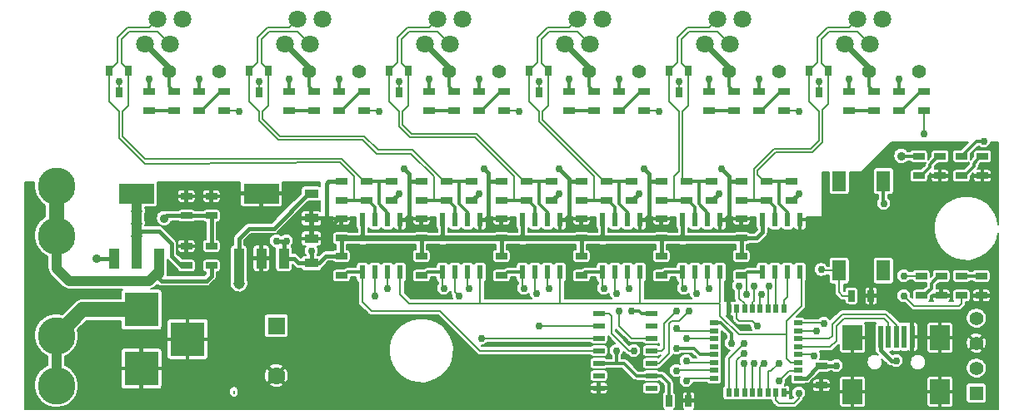
<source format=gtl>
G04 (created by PCBNEW (25-Oct-2014 BZR 4029)-stable) date Wed 10 Jun 2015 01:49:49 AM EDT*
%MOIN*%
G04 Gerber Fmt 3.4, Leading zero omitted, Abs format*
%FSLAX34Y34*%
G01*
G70*
G90*
G04 APERTURE LIST*
%ADD10C,0.00590551*%
%ADD11C,0.0708661*%
%ADD12R,0.07X0.07*%
%ADD13C,0.07*%
%ADD14R,0.0236X0.0551*%
%ADD15R,0.0197X0.0906*%
%ADD16R,0.0787X0.0984*%
%ADD17C,0.15*%
%ADD18R,0.045X0.025*%
%ADD19R,0.0315X0.0394*%
%ADD20R,0.144X0.08*%
%ADD21R,0.04X0.08*%
%ADD22R,0.055X0.035*%
%ADD23R,0.025X0.045*%
%ADD24R,0.1378X0.1378*%
%ADD25C,0.055*%
%ADD26R,0.0551181X0.0826772*%
%ADD27R,0.045X0.02*%
%ADD28R,0.0334646X0.0212598*%
%ADD29R,0.0212598X0.0334646*%
%ADD30R,0.055X0.055*%
%ADD31C,0.035*%
%ADD32C,0.045*%
%ADD33C,0.03*%
%ADD34C,0.008*%
%ADD35C,0.012*%
%ADD36C,0.016*%
%ADD37C,0.04*%
%ADD38C,0.024*%
%ADD39C,0.06*%
G04 APERTURE END LIST*
G54D10*
G54D11*
X16450Y-13700D03*
X15950Y-14700D03*
X15450Y-13700D03*
X14950Y-14700D03*
G54D12*
X20200Y-26000D03*
G54D13*
X20200Y-28000D03*
G54D14*
X36450Y-21750D03*
X36450Y-23850D03*
X36950Y-21750D03*
X37450Y-21750D03*
X37950Y-21750D03*
X36950Y-23850D03*
X37450Y-23850D03*
X37950Y-23850D03*
G54D15*
X44370Y-26442D03*
X44685Y-26442D03*
X45000Y-26442D03*
X45315Y-26442D03*
X45630Y-26442D03*
G54D16*
X43248Y-26481D03*
X43248Y-28646D03*
X46752Y-26481D03*
X46752Y-28646D03*
G54D17*
X11400Y-28400D03*
X11400Y-26400D03*
X11400Y-22400D03*
X11400Y-20400D03*
G54D18*
X48400Y-24006D03*
X48400Y-24793D03*
X46800Y-24006D03*
X46800Y-24793D03*
X47600Y-24793D03*
X47600Y-24006D03*
X46000Y-24006D03*
X46000Y-24793D03*
G54D19*
X13900Y-16633D03*
X13525Y-15767D03*
X14275Y-15767D03*
G54D20*
X14600Y-20700D03*
G54D21*
X14600Y-23300D03*
X15500Y-23300D03*
X13700Y-23300D03*
G54D18*
X17600Y-21593D03*
X17600Y-20806D03*
G54D22*
X21600Y-20707D03*
X21600Y-21692D03*
X21600Y-23492D03*
X21600Y-22507D03*
G54D23*
X35906Y-29000D03*
X36693Y-29000D03*
G54D18*
X42000Y-27606D03*
X42000Y-28393D03*
G54D24*
X14800Y-25359D03*
X14800Y-27721D03*
X16650Y-26540D03*
G54D18*
X17100Y-17393D03*
X17100Y-16606D03*
X15100Y-17393D03*
X15100Y-16606D03*
X22700Y-17393D03*
X22700Y-16606D03*
X20700Y-17393D03*
X20700Y-16606D03*
X28300Y-17393D03*
X28300Y-16606D03*
X26300Y-17393D03*
X26300Y-16606D03*
X33900Y-17393D03*
X33900Y-16606D03*
X31900Y-17393D03*
X31900Y-16606D03*
X39500Y-17393D03*
X39500Y-16606D03*
X37500Y-17393D03*
X37500Y-16606D03*
X45100Y-17393D03*
X45100Y-16606D03*
X43100Y-17393D03*
X43100Y-16606D03*
G54D11*
X22050Y-13700D03*
X21550Y-14700D03*
X21050Y-13700D03*
X20550Y-14700D03*
X27650Y-13700D03*
X27150Y-14700D03*
X26650Y-13700D03*
X26150Y-14700D03*
X33250Y-13700D03*
X32750Y-14700D03*
X32250Y-13700D03*
X31750Y-14700D03*
X38850Y-13700D03*
X38350Y-14700D03*
X37850Y-13700D03*
X37350Y-14700D03*
X44450Y-13700D03*
X43950Y-14700D03*
X43450Y-13700D03*
X42950Y-14700D03*
G54D18*
X16600Y-21593D03*
X16600Y-20806D03*
X16600Y-23593D03*
X16600Y-22806D03*
G54D23*
X43993Y-24800D03*
X43206Y-24800D03*
G54D18*
X18100Y-17393D03*
X18100Y-16606D03*
X22800Y-20206D03*
X22800Y-20993D03*
X23800Y-20993D03*
X23800Y-20206D03*
X24800Y-20206D03*
X24800Y-20993D03*
G54D25*
X17900Y-15800D03*
X15900Y-15800D03*
G54D18*
X16100Y-16606D03*
X16100Y-17393D03*
X23700Y-17393D03*
X23700Y-16606D03*
X26000Y-20206D03*
X26000Y-20993D03*
X27000Y-20993D03*
X27000Y-20206D03*
X28000Y-20206D03*
X28000Y-20993D03*
G54D25*
X23500Y-15800D03*
X21500Y-15800D03*
G54D18*
X21700Y-16606D03*
X21700Y-17393D03*
X29300Y-17393D03*
X29300Y-16606D03*
X29200Y-20206D03*
X29200Y-20993D03*
X30200Y-20993D03*
X30200Y-20206D03*
X31200Y-20206D03*
X31200Y-20993D03*
G54D25*
X29100Y-15800D03*
X27100Y-15800D03*
G54D18*
X27300Y-16606D03*
X27300Y-17393D03*
X34900Y-17393D03*
X34900Y-16606D03*
X32400Y-20206D03*
X32400Y-20993D03*
X33400Y-20993D03*
X33400Y-20206D03*
X34400Y-20206D03*
X34400Y-20993D03*
G54D25*
X34700Y-15800D03*
X32700Y-15800D03*
G54D18*
X32900Y-16606D03*
X32900Y-17393D03*
X40500Y-17393D03*
X40500Y-16606D03*
X35600Y-20206D03*
X35600Y-20993D03*
X36600Y-20993D03*
X36600Y-20206D03*
X37600Y-20206D03*
X37600Y-20993D03*
G54D25*
X40300Y-15800D03*
X38300Y-15800D03*
G54D18*
X38500Y-16606D03*
X38500Y-17393D03*
X46100Y-17393D03*
X46100Y-16606D03*
X38800Y-20206D03*
X38800Y-20993D03*
X39800Y-20993D03*
X39800Y-20206D03*
X40800Y-20206D03*
X40800Y-20993D03*
G54D25*
X45900Y-15800D03*
X43900Y-15800D03*
G54D18*
X44100Y-16606D03*
X44100Y-17393D03*
X17600Y-23593D03*
X17600Y-22806D03*
X22800Y-23206D03*
X22800Y-23993D03*
X26000Y-23206D03*
X26000Y-23993D03*
X29200Y-23206D03*
X29200Y-23993D03*
X32400Y-23206D03*
X32400Y-23993D03*
X35600Y-23206D03*
X35600Y-23993D03*
X38800Y-23206D03*
X38800Y-23993D03*
G54D26*
X44485Y-20208D03*
X44485Y-23791D03*
X42714Y-20208D03*
X42714Y-23791D03*
G54D20*
X19600Y-20700D03*
G54D21*
X19600Y-23300D03*
X20500Y-23300D03*
X18700Y-23300D03*
G54D27*
X33100Y-25500D03*
X33100Y-26000D03*
X33100Y-26500D03*
X33100Y-27000D03*
X33100Y-27500D03*
X33100Y-28000D03*
X33100Y-28500D03*
X35200Y-28500D03*
X35200Y-28000D03*
X35200Y-27500D03*
X35200Y-27000D03*
X35200Y-26500D03*
X35200Y-26000D03*
X35200Y-25500D03*
G54D14*
X23650Y-21750D03*
X23650Y-23850D03*
X24150Y-21750D03*
X24650Y-21750D03*
X25150Y-21750D03*
X24150Y-23850D03*
X24650Y-23850D03*
X25150Y-23850D03*
X26850Y-21750D03*
X26850Y-23850D03*
X27350Y-21750D03*
X27850Y-21750D03*
X28350Y-21750D03*
X27350Y-23850D03*
X27850Y-23850D03*
X28350Y-23850D03*
G54D19*
X19500Y-16633D03*
X19125Y-15767D03*
X19875Y-15767D03*
G54D14*
X30050Y-21750D03*
X30050Y-23850D03*
X30550Y-21750D03*
X31050Y-21750D03*
X31550Y-21750D03*
X30550Y-23850D03*
X31050Y-23850D03*
X31550Y-23850D03*
G54D19*
X25100Y-16633D03*
X24725Y-15767D03*
X25475Y-15767D03*
G54D14*
X33250Y-21750D03*
X33250Y-23850D03*
X33750Y-21750D03*
X34250Y-21750D03*
X34750Y-21750D03*
X33750Y-23850D03*
X34250Y-23850D03*
X34750Y-23850D03*
G54D19*
X30700Y-16633D03*
X30325Y-15767D03*
X31075Y-15767D03*
X36300Y-16633D03*
X35925Y-15767D03*
X36675Y-15767D03*
G54D14*
X39650Y-21750D03*
X39650Y-23850D03*
X40150Y-21750D03*
X40650Y-21750D03*
X41150Y-21750D03*
X40150Y-23850D03*
X40650Y-23850D03*
X41150Y-23850D03*
G54D19*
X41900Y-16633D03*
X41525Y-15767D03*
X42275Y-15767D03*
G54D28*
X37716Y-28102D03*
X37716Y-27787D03*
X37716Y-27472D03*
X37716Y-27157D03*
X37716Y-26842D03*
X37716Y-26527D03*
X37716Y-26212D03*
X37716Y-25897D03*
X37716Y-25897D03*
X37716Y-26212D03*
X37716Y-26527D03*
X37716Y-26842D03*
X37716Y-27157D03*
X37716Y-27472D03*
X37716Y-27787D03*
X37716Y-28102D03*
X37716Y-28102D03*
X37716Y-27787D03*
X37716Y-27472D03*
X37716Y-27157D03*
X37716Y-26842D03*
X37716Y-26527D03*
X37716Y-26212D03*
X37716Y-25897D03*
X37716Y-25897D03*
X37716Y-26212D03*
X37716Y-26527D03*
X37716Y-26842D03*
X37716Y-27157D03*
X37716Y-27472D03*
X37716Y-27787D03*
X37716Y-28102D03*
G54D29*
X38297Y-28683D03*
X38612Y-28683D03*
X38927Y-28683D03*
X39242Y-28683D03*
X39557Y-28683D03*
X39872Y-28683D03*
X40187Y-28683D03*
X40502Y-28683D03*
G54D28*
X41083Y-28102D03*
X41083Y-27787D03*
X41083Y-27472D03*
X41083Y-27157D03*
X41083Y-26842D03*
X41083Y-26527D03*
X41083Y-26212D03*
X41083Y-25897D03*
G54D29*
X40502Y-25316D03*
X40187Y-25316D03*
X39872Y-25316D03*
X39557Y-25316D03*
X39242Y-25316D03*
X38927Y-25316D03*
X38612Y-25316D03*
X38297Y-25316D03*
G54D18*
X48450Y-19206D03*
X48450Y-19993D03*
X46750Y-19206D03*
X46750Y-19993D03*
X47600Y-19206D03*
X47600Y-19993D03*
X45900Y-19206D03*
X45900Y-19993D03*
X22800Y-22493D03*
X22800Y-21706D03*
X26000Y-22493D03*
X26000Y-21706D03*
X29200Y-22493D03*
X29200Y-21706D03*
X32400Y-22493D03*
X32400Y-21706D03*
X35600Y-22493D03*
X35600Y-21706D03*
X38800Y-22493D03*
X38800Y-21706D03*
G54D30*
X48200Y-28700D03*
G54D25*
X48200Y-27700D03*
X48200Y-26700D03*
X48200Y-25700D03*
G54D31*
X45200Y-19200D03*
G54D32*
X14600Y-22400D03*
X14600Y-21400D03*
X14600Y-21900D03*
G54D33*
X24650Y-24500D03*
X36200Y-27800D03*
X38900Y-26700D03*
X18700Y-17400D03*
X36600Y-28200D03*
X24150Y-24800D03*
X36600Y-26500D03*
X27900Y-24500D03*
X24300Y-17400D03*
X38900Y-27100D03*
X28400Y-26500D03*
X26900Y-24500D03*
X36600Y-27400D03*
X27500Y-24800D03*
X42000Y-23750D03*
X31100Y-24500D03*
X39450Y-26000D03*
X29900Y-17400D03*
X38900Y-27500D03*
X30700Y-26000D03*
X30100Y-24500D03*
X36200Y-26100D03*
X30600Y-24700D03*
X34300Y-24500D03*
X39600Y-24750D03*
X35500Y-17400D03*
X39300Y-27500D03*
X33300Y-24500D03*
X33900Y-25400D03*
X33800Y-24700D03*
X39900Y-24400D03*
X38700Y-24400D03*
X37500Y-24500D03*
X41100Y-17400D03*
X39700Y-27500D03*
X36200Y-25400D03*
X36500Y-24500D03*
X37000Y-24700D03*
X39300Y-24400D03*
X46100Y-18300D03*
X40300Y-27500D03*
X39000Y-24750D03*
X36700Y-25400D03*
X45300Y-24000D03*
X41100Y-28700D03*
X42100Y-25900D03*
X41800Y-26200D03*
X41700Y-27200D03*
X45300Y-24800D03*
X34500Y-27000D03*
X40300Y-28200D03*
X13900Y-16200D03*
X45800Y-28900D03*
X45300Y-28900D03*
X45800Y-28400D03*
X45200Y-23200D03*
X45500Y-22900D03*
X45200Y-22600D03*
X45500Y-22300D03*
X45200Y-22000D03*
X45500Y-21700D03*
X45200Y-21400D03*
X45500Y-21100D03*
X45200Y-20800D03*
X24000Y-28600D03*
X23700Y-28300D03*
X24000Y-28000D03*
X23700Y-27700D03*
X24000Y-27400D03*
X23700Y-27100D03*
X24000Y-26800D03*
X23700Y-26500D03*
X24000Y-26200D03*
X23700Y-25900D03*
X18200Y-28300D03*
X18500Y-28000D03*
X18200Y-27700D03*
X18500Y-27400D03*
X18200Y-27100D03*
X18500Y-26800D03*
X18200Y-26500D03*
X18500Y-26200D03*
X18200Y-25900D03*
X22200Y-22100D03*
X15100Y-16100D03*
X20700Y-16100D03*
X26300Y-16100D03*
X31900Y-16100D03*
X43100Y-16100D03*
X37500Y-16100D03*
X45100Y-16100D03*
X39500Y-16100D03*
X33900Y-16100D03*
X28300Y-16100D03*
X17100Y-16100D03*
X22700Y-16100D03*
X38000Y-19700D03*
X34900Y-19700D03*
X31500Y-19700D03*
X28500Y-19700D03*
X25300Y-19700D03*
X41900Y-16200D03*
X36300Y-16200D03*
X30700Y-16200D03*
X25100Y-16200D03*
X19500Y-16200D03*
G54D31*
X15700Y-21700D03*
X13000Y-23300D03*
G54D32*
X18700Y-24300D03*
G54D33*
X45000Y-27400D03*
X36450Y-22493D03*
X33250Y-22493D03*
X30050Y-22493D03*
X26850Y-22493D03*
X23650Y-22493D03*
X42600Y-27600D03*
X44500Y-21100D03*
X48500Y-18600D03*
X31500Y-20700D03*
X25100Y-20700D03*
X28300Y-20700D03*
X34700Y-20700D03*
X41100Y-20700D03*
X37900Y-20700D03*
X38400Y-26700D03*
X36200Y-26900D03*
X34400Y-25400D03*
X33800Y-27000D03*
X21600Y-23000D03*
X20200Y-22600D03*
X20600Y-22600D03*
G54D34*
X18500Y-28600D02*
X18500Y-28700D01*
G54D35*
X45206Y-19206D02*
X45200Y-19200D01*
X45900Y-19206D02*
X45206Y-19206D01*
G54D36*
X16600Y-23593D02*
X16393Y-23593D01*
X14600Y-22400D02*
X14600Y-22000D01*
X14800Y-22200D02*
X14600Y-22400D01*
X15500Y-22200D02*
X14800Y-22200D01*
X16000Y-22700D02*
X15500Y-22200D01*
X16000Y-23200D02*
X16000Y-22700D01*
X16393Y-23593D02*
X16000Y-23200D01*
X14600Y-21200D02*
X14600Y-21400D01*
X14600Y-21700D02*
X14600Y-21900D01*
G54D37*
X14600Y-23300D02*
X14600Y-22000D01*
X14600Y-22000D02*
X14600Y-21700D01*
X14600Y-21700D02*
X14600Y-21200D01*
X14600Y-21200D02*
X14600Y-20700D01*
G54D34*
X24650Y-23850D02*
X24650Y-24500D01*
X36212Y-27787D02*
X36200Y-27800D01*
X36212Y-27787D02*
X37716Y-27787D01*
X38297Y-27302D02*
X38297Y-28683D01*
X38297Y-27302D02*
X38900Y-26700D01*
X18700Y-17400D02*
X18693Y-17393D01*
X18100Y-17393D02*
X18693Y-17393D01*
G54D38*
X15900Y-15800D02*
X15900Y-15650D01*
X15900Y-15650D02*
X14950Y-14700D01*
G54D35*
X15900Y-15800D02*
X15900Y-16406D01*
X15900Y-16406D02*
X16100Y-16606D01*
G54D34*
X23650Y-25050D02*
X24000Y-25400D01*
X23650Y-23850D02*
X23650Y-25050D01*
X28350Y-27000D02*
X33100Y-27000D01*
X26750Y-25400D02*
X28350Y-27000D01*
X24000Y-25400D02*
X26750Y-25400D01*
G54D35*
X22800Y-23993D02*
X22906Y-23993D01*
X23050Y-23850D02*
X23650Y-23850D01*
X22906Y-23993D02*
X23050Y-23850D01*
G54D34*
X37950Y-25550D02*
X37950Y-25150D01*
X37950Y-25150D02*
X37900Y-25100D01*
X37950Y-25550D02*
X37950Y-25600D01*
X38700Y-26350D02*
X40150Y-26350D01*
X37950Y-25600D02*
X38700Y-26350D01*
X40600Y-26350D02*
X40150Y-26350D01*
X37950Y-23850D02*
X37950Y-25050D01*
X37950Y-25050D02*
X37900Y-25100D01*
X34900Y-25100D02*
X34800Y-25100D01*
X37900Y-25100D02*
X37700Y-25100D01*
X34900Y-25100D02*
X37700Y-25100D01*
X34750Y-23850D02*
X34750Y-25100D01*
X34750Y-25100D02*
X34800Y-25100D01*
X40600Y-25800D02*
X40600Y-26350D01*
X40600Y-26350D02*
X40600Y-27300D01*
X41200Y-23900D02*
X41200Y-25200D01*
X41200Y-25200D02*
X40600Y-25800D01*
X41150Y-23850D02*
X41200Y-23900D01*
X40772Y-27472D02*
X41083Y-27472D01*
X40600Y-27300D02*
X40772Y-27472D01*
X34750Y-25100D02*
X34800Y-25100D01*
X31550Y-23850D02*
X31550Y-25100D01*
X31550Y-25100D02*
X31600Y-25100D01*
X28350Y-23850D02*
X28350Y-25100D01*
X28350Y-25100D02*
X28300Y-25100D01*
X34800Y-25100D02*
X31600Y-25100D01*
X31600Y-25100D02*
X28300Y-25100D01*
X28300Y-25100D02*
X25500Y-25100D01*
X25150Y-24750D02*
X25150Y-23850D01*
X25500Y-25100D02*
X25150Y-24750D01*
X15500Y-19300D02*
X14960Y-19300D01*
X23800Y-20206D02*
X23706Y-20206D01*
X22800Y-19300D02*
X23706Y-20206D01*
X15500Y-19300D02*
X22800Y-19300D01*
X14960Y-19300D02*
X14060Y-18400D01*
X15950Y-14700D02*
X15450Y-14200D01*
X15450Y-14200D02*
X14300Y-14200D01*
X14060Y-17700D02*
X14060Y-18400D01*
X14275Y-17185D02*
X14060Y-17400D01*
X14060Y-17400D02*
X14060Y-17700D01*
X14275Y-15767D02*
X14275Y-17185D01*
X14060Y-18400D02*
X14060Y-18360D01*
G54D35*
X24650Y-21750D02*
X24650Y-21467D01*
X24300Y-21117D02*
X24300Y-20206D01*
X24650Y-21467D02*
X24300Y-21117D01*
X23800Y-20206D02*
X24300Y-20206D01*
X24300Y-20206D02*
X24800Y-20206D01*
G54D34*
X14000Y-15492D02*
X14275Y-15767D01*
X14000Y-14500D02*
X14000Y-15492D01*
X14300Y-14200D02*
X14000Y-14500D01*
X13900Y-18400D02*
X13900Y-18466D01*
X15800Y-19500D02*
X22733Y-19460D01*
X22733Y-19460D02*
X23300Y-20026D01*
X23300Y-20026D02*
X23300Y-20993D01*
X14933Y-19500D02*
X15800Y-19500D01*
X13900Y-18466D02*
X14933Y-19500D01*
X13900Y-17700D02*
X13900Y-18400D01*
X13900Y-18400D02*
X13900Y-18426D01*
X13525Y-17025D02*
X13900Y-17400D01*
X13900Y-17400D02*
X13900Y-17700D01*
X13525Y-15767D02*
X13525Y-17025D01*
G54D35*
X23800Y-20993D02*
X23893Y-20993D01*
X24150Y-21250D02*
X24150Y-21750D01*
X23893Y-20993D02*
X24150Y-21250D01*
X23800Y-20993D02*
X23300Y-20993D01*
X23300Y-20993D02*
X22800Y-20993D01*
G54D34*
X13525Y-15767D02*
X13839Y-15452D01*
X15110Y-14039D02*
X15450Y-13700D01*
X14233Y-14039D02*
X15110Y-14039D01*
X13839Y-14433D02*
X14233Y-14039D01*
X13839Y-15452D02*
X13839Y-14433D01*
X24150Y-23850D02*
X24150Y-24800D01*
X36697Y-28102D02*
X37716Y-28102D01*
X36600Y-28200D02*
X36697Y-28102D01*
X27850Y-23850D02*
X27850Y-24450D01*
X36627Y-26527D02*
X37716Y-26527D01*
X36600Y-26500D02*
X36627Y-26527D01*
X27850Y-24450D02*
X27900Y-24500D01*
X24300Y-17400D02*
X24293Y-17393D01*
X23700Y-17393D02*
X24293Y-17393D01*
X38612Y-27387D02*
X38612Y-28683D01*
X38612Y-27387D02*
X38900Y-27100D01*
G54D35*
X21500Y-16406D02*
X21700Y-16606D01*
X21500Y-15800D02*
X21500Y-16406D01*
G54D38*
X21500Y-15650D02*
X20550Y-14700D01*
X21500Y-15800D02*
X21500Y-15650D01*
G54D34*
X26850Y-23850D02*
X26850Y-24450D01*
X28400Y-26500D02*
X33100Y-26500D01*
X26850Y-24450D02*
X26900Y-24500D01*
G54D35*
X26250Y-23850D02*
X26106Y-23993D01*
X26106Y-23993D02*
X26000Y-23993D01*
X26850Y-23850D02*
X26250Y-23850D01*
G54D34*
X20400Y-18400D02*
X20360Y-18400D01*
X19875Y-17185D02*
X19660Y-17400D01*
X19660Y-17400D02*
X19660Y-17700D01*
X19875Y-15767D02*
X19875Y-17185D01*
X25639Y-18939D02*
X24266Y-18939D01*
X24266Y-18939D02*
X23726Y-18400D01*
X23726Y-18400D02*
X20400Y-18400D01*
X26893Y-20100D02*
X27000Y-20206D01*
X26800Y-20100D02*
X26893Y-20100D01*
X26100Y-19400D02*
X26800Y-20100D01*
X26100Y-19400D02*
X25639Y-18939D01*
X20360Y-18400D02*
X19660Y-17700D01*
X21050Y-14200D02*
X19900Y-14200D01*
X19900Y-14200D02*
X19600Y-14500D01*
X19600Y-14500D02*
X19600Y-15492D01*
X21550Y-14700D02*
X21050Y-14200D01*
X19600Y-15492D02*
X19875Y-15767D01*
G54D35*
X27500Y-20206D02*
X28000Y-20206D01*
X27000Y-20206D02*
X27500Y-20206D01*
X27500Y-21100D02*
X27850Y-21450D01*
X27850Y-21450D02*
X27850Y-21750D01*
X27500Y-20206D02*
X27500Y-21100D01*
G54D34*
X20293Y-18560D02*
X23660Y-18560D01*
X26500Y-20993D02*
X26500Y-20026D01*
X19500Y-17700D02*
X19500Y-17766D01*
X19125Y-17025D02*
X19125Y-15767D01*
X19500Y-17400D02*
X19500Y-17700D01*
X19125Y-17025D02*
X19500Y-17400D01*
X19500Y-17766D02*
X20293Y-18560D01*
X25573Y-19100D02*
X26500Y-20026D01*
X24200Y-19100D02*
X25573Y-19100D01*
X23660Y-18560D02*
X24200Y-19100D01*
X19439Y-15452D02*
X19439Y-14433D01*
X19125Y-15767D02*
X19439Y-15452D01*
X20710Y-14039D02*
X21050Y-13700D01*
X19833Y-14039D02*
X20710Y-14039D01*
X19439Y-14433D02*
X19833Y-14039D01*
G54D35*
X26000Y-20993D02*
X26500Y-20993D01*
X26500Y-20993D02*
X27000Y-20993D01*
X27093Y-20993D02*
X27350Y-21250D01*
X27350Y-21250D02*
X27350Y-21750D01*
X27000Y-20993D02*
X27093Y-20993D01*
G54D34*
X27350Y-23850D02*
X27350Y-24650D01*
X36672Y-27472D02*
X37716Y-27472D01*
X36600Y-27400D02*
X36672Y-27472D01*
X27350Y-24650D02*
X27500Y-24800D01*
X42714Y-23791D02*
X42714Y-24664D01*
X42850Y-24800D02*
X43206Y-24800D01*
X42714Y-24664D02*
X42850Y-24800D01*
X42041Y-23791D02*
X42714Y-23791D01*
X42000Y-23750D02*
X42041Y-23791D01*
X31050Y-24450D02*
X31100Y-24500D01*
X31050Y-23850D02*
X31050Y-24450D01*
X38612Y-25712D02*
X38612Y-25316D01*
X38700Y-25800D02*
X38612Y-25712D01*
X39250Y-25800D02*
X38700Y-25800D01*
X39450Y-26000D02*
X39250Y-25800D01*
X29900Y-17400D02*
X29893Y-17393D01*
X29893Y-17393D02*
X29300Y-17393D01*
X38927Y-27527D02*
X38900Y-27500D01*
X38927Y-28683D02*
X38927Y-27527D01*
G54D38*
X27100Y-15800D02*
X27100Y-15650D01*
X27100Y-15650D02*
X26150Y-14700D01*
G54D35*
X27100Y-15800D02*
X27100Y-16406D01*
X27100Y-16406D02*
X27300Y-16606D01*
G54D34*
X30050Y-23850D02*
X30050Y-24450D01*
X30700Y-26000D02*
X33100Y-26000D01*
X30050Y-24450D02*
X30100Y-24500D01*
G54D35*
X30050Y-23850D02*
X29450Y-23850D01*
X29306Y-23993D02*
X29200Y-23993D01*
X29450Y-23850D02*
X29306Y-23993D01*
G54D34*
X25260Y-17960D02*
X25600Y-18300D01*
X30200Y-20206D02*
X30106Y-20206D01*
X25475Y-17185D02*
X25475Y-15767D01*
X25260Y-17400D02*
X25260Y-17700D01*
X25475Y-17185D02*
X25260Y-17400D01*
X25260Y-17700D02*
X25260Y-17960D01*
X26100Y-18300D02*
X28200Y-18300D01*
X28200Y-18300D02*
X30106Y-20206D01*
X25600Y-18300D02*
X26100Y-18300D01*
X27150Y-14700D02*
X26650Y-14200D01*
X25500Y-14200D02*
X25200Y-14500D01*
X25200Y-14500D02*
X25200Y-15492D01*
X25200Y-15492D02*
X25475Y-15767D01*
X26650Y-14200D02*
X25500Y-14200D01*
G54D35*
X30700Y-20206D02*
X30700Y-21100D01*
X31050Y-21450D02*
X31050Y-21750D01*
X30700Y-21100D02*
X31050Y-21450D01*
X30200Y-20206D02*
X30700Y-20206D01*
X30700Y-20206D02*
X31200Y-20206D01*
G54D34*
X26033Y-18460D02*
X25533Y-18460D01*
X26033Y-18460D02*
X28133Y-18460D01*
X28133Y-18460D02*
X29700Y-20026D01*
X29700Y-20993D02*
X29700Y-20026D01*
X25100Y-17700D02*
X25100Y-18026D01*
X24725Y-17025D02*
X25100Y-17400D01*
X25100Y-17400D02*
X25100Y-17700D01*
X24725Y-17025D02*
X24725Y-15767D01*
X25533Y-18460D02*
X25100Y-18026D01*
G54D35*
X30200Y-20993D02*
X30293Y-20993D01*
X30550Y-21250D02*
X30550Y-21750D01*
X30293Y-20993D02*
X30550Y-21250D01*
X29200Y-20993D02*
X29700Y-20993D01*
X29700Y-20993D02*
X30200Y-20993D01*
G54D34*
X24725Y-15767D02*
X25039Y-15452D01*
X25039Y-15452D02*
X25039Y-14433D01*
X25039Y-14433D02*
X25433Y-14039D01*
X25433Y-14039D02*
X26310Y-14039D01*
X26310Y-14039D02*
X26650Y-13700D01*
X30550Y-23850D02*
X30550Y-24650D01*
X36312Y-26212D02*
X37716Y-26212D01*
X36200Y-26100D02*
X36312Y-26212D01*
X30550Y-24650D02*
X30600Y-24700D01*
X34250Y-23850D02*
X34250Y-24450D01*
X34250Y-24450D02*
X34300Y-24500D01*
X39557Y-24792D02*
X39600Y-24750D01*
X39557Y-24792D02*
X39557Y-25316D01*
X35500Y-17400D02*
X35493Y-17393D01*
X34900Y-17393D02*
X35493Y-17393D01*
X39242Y-27557D02*
X39242Y-28683D01*
X39242Y-27557D02*
X39300Y-27500D01*
G54D35*
X32700Y-16406D02*
X32900Y-16606D01*
X32700Y-15800D02*
X32700Y-16406D01*
G54D38*
X32700Y-15650D02*
X31750Y-14700D01*
X32700Y-15800D02*
X32700Y-15650D01*
G54D34*
X33250Y-24450D02*
X33300Y-24500D01*
X33250Y-23850D02*
X33250Y-24450D01*
X34400Y-26500D02*
X35200Y-26500D01*
X33900Y-26000D02*
X34400Y-26500D01*
X33900Y-25400D02*
X33900Y-26000D01*
G54D35*
X32400Y-23993D02*
X32543Y-23850D01*
X32543Y-23850D02*
X33250Y-23850D01*
G54D34*
X31960Y-18860D02*
X30860Y-17760D01*
X31960Y-18860D02*
X33306Y-20206D01*
X33400Y-20206D02*
X33306Y-20206D01*
X31075Y-17185D02*
X30860Y-17400D01*
X30860Y-17400D02*
X30860Y-17700D01*
X31075Y-17185D02*
X31075Y-15767D01*
X30860Y-17760D02*
X30860Y-17700D01*
X32250Y-14200D02*
X31100Y-14200D01*
X30800Y-15492D02*
X31075Y-15767D01*
X32750Y-14700D02*
X32250Y-14200D01*
X30800Y-14500D02*
X30800Y-15492D01*
X31100Y-14200D02*
X30800Y-14500D01*
G54D35*
X33900Y-20206D02*
X34400Y-20206D01*
X33400Y-20206D02*
X33900Y-20206D01*
X34250Y-21450D02*
X33900Y-21100D01*
X33900Y-21100D02*
X33900Y-20200D01*
X34250Y-21450D02*
X34250Y-21750D01*
X33900Y-20206D02*
X33900Y-20200D01*
G54D34*
X30700Y-17700D02*
X30700Y-17826D01*
X31800Y-18926D02*
X32900Y-20026D01*
X32900Y-20993D02*
X32900Y-20026D01*
X30325Y-17025D02*
X30700Y-17400D01*
X30700Y-17400D02*
X30700Y-17700D01*
X30325Y-17025D02*
X30325Y-15767D01*
X30700Y-17826D02*
X31800Y-18926D01*
G54D35*
X33400Y-20993D02*
X33493Y-20993D01*
X33750Y-21250D02*
X33750Y-21750D01*
X33493Y-20993D02*
X33750Y-21250D01*
X32400Y-20993D02*
X32900Y-20993D01*
X32900Y-20993D02*
X33400Y-20993D01*
G54D34*
X30639Y-15452D02*
X30639Y-14433D01*
X30325Y-15767D02*
X30639Y-15452D01*
X31910Y-14039D02*
X32250Y-13700D01*
X31033Y-14039D02*
X31910Y-14039D01*
X30639Y-14433D02*
X31033Y-14039D01*
X33750Y-23850D02*
X33750Y-24650D01*
X33750Y-24650D02*
X33800Y-24700D01*
X39872Y-24427D02*
X39900Y-24400D01*
X39872Y-24427D02*
X39872Y-25316D01*
X38927Y-25316D02*
X38927Y-25127D01*
X38927Y-25127D02*
X38700Y-24900D01*
X38700Y-24900D02*
X38700Y-24400D01*
X37450Y-24450D02*
X37500Y-24500D01*
X37450Y-24450D02*
X37450Y-23850D01*
X41100Y-17400D02*
X41093Y-17393D01*
X40500Y-17393D02*
X41093Y-17393D01*
X39557Y-28683D02*
X39557Y-27642D01*
X39557Y-27642D02*
X39700Y-27500D01*
G54D38*
X38300Y-15800D02*
X38300Y-15650D01*
X38300Y-15650D02*
X37350Y-14700D01*
G54D35*
X38300Y-15800D02*
X38300Y-16406D01*
X38300Y-16406D02*
X38500Y-16606D01*
G54D34*
X36450Y-23850D02*
X36450Y-24450D01*
X35600Y-27000D02*
X35200Y-27000D01*
X35700Y-26900D02*
X35600Y-27000D01*
X35700Y-25900D02*
X35700Y-26900D01*
X36200Y-25400D02*
X35700Y-25900D01*
X36450Y-24450D02*
X36500Y-24500D01*
G54D35*
X35600Y-23993D02*
X35743Y-23850D01*
X35743Y-23850D02*
X36450Y-23850D01*
G54D34*
X36460Y-18366D02*
X36460Y-20066D01*
X36460Y-17700D02*
X36460Y-18366D01*
X36675Y-17185D02*
X36460Y-17400D01*
X36460Y-17400D02*
X36460Y-17700D01*
X36675Y-15767D02*
X36675Y-17185D01*
X36460Y-20066D02*
X36600Y-20206D01*
X38350Y-14700D02*
X37850Y-14200D01*
X37850Y-14200D02*
X36700Y-14200D01*
G54D35*
X37450Y-21750D02*
X37450Y-21467D01*
X37100Y-21117D02*
X37100Y-20206D01*
X37450Y-21467D02*
X37100Y-21117D01*
X36600Y-20206D02*
X37100Y-20206D01*
X37100Y-20206D02*
X37600Y-20206D01*
G54D34*
X36400Y-15492D02*
X36675Y-15767D01*
X36400Y-14500D02*
X36400Y-15492D01*
X36700Y-14200D02*
X36400Y-14500D01*
X36100Y-20000D02*
X36300Y-19800D01*
X36100Y-20993D02*
X36100Y-20000D01*
X35925Y-17025D02*
X35925Y-15767D01*
X36300Y-17400D02*
X36300Y-17700D01*
X35925Y-17025D02*
X36300Y-17400D01*
X36300Y-17700D02*
X36300Y-18300D01*
X36300Y-19800D02*
X36300Y-18300D01*
G54D35*
X36600Y-20993D02*
X36693Y-20993D01*
X36950Y-21250D02*
X36950Y-21750D01*
X36693Y-20993D02*
X36950Y-21250D01*
X35600Y-20993D02*
X36100Y-20993D01*
X36100Y-20993D02*
X36600Y-20993D01*
G54D34*
X35925Y-15767D02*
X36239Y-15452D01*
X36239Y-15452D02*
X36239Y-14433D01*
X36239Y-14433D02*
X36633Y-14039D01*
X36633Y-14039D02*
X37510Y-14039D01*
X37510Y-14039D02*
X37850Y-13700D01*
X39300Y-24400D02*
X39300Y-25000D01*
X39242Y-25057D02*
X39242Y-25316D01*
X39300Y-25000D02*
X39242Y-25057D01*
X36950Y-24650D02*
X36950Y-23850D01*
X37000Y-24700D02*
X36950Y-24650D01*
X39242Y-24457D02*
X39300Y-24400D01*
X40650Y-23850D02*
X40650Y-24850D01*
X40502Y-24997D02*
X40502Y-25316D01*
X40650Y-24850D02*
X40502Y-24997D01*
X46100Y-17393D02*
X46100Y-18300D01*
X39872Y-27827D02*
X39872Y-28683D01*
X39972Y-27827D02*
X40300Y-27500D01*
X39872Y-27827D02*
X39972Y-27827D01*
G54D35*
X43900Y-16406D02*
X44100Y-16606D01*
X43900Y-15800D02*
X43900Y-16406D01*
G54D38*
X43900Y-15650D02*
X42950Y-14700D01*
X43900Y-15800D02*
X43900Y-15650D01*
G54D34*
X38800Y-23993D02*
X38893Y-23993D01*
X35500Y-27500D02*
X35200Y-27500D01*
X36300Y-25800D02*
X36700Y-25400D01*
X36026Y-25800D02*
X36300Y-25800D01*
X35900Y-25926D02*
X36026Y-25800D01*
X35900Y-27100D02*
X35900Y-25926D01*
X35500Y-27500D02*
X35900Y-27100D01*
X39000Y-24100D02*
X39000Y-24750D01*
X38893Y-23993D02*
X39000Y-24100D01*
G54D35*
X39650Y-23850D02*
X39050Y-23850D01*
X38906Y-23993D02*
X38800Y-23993D01*
X39050Y-23850D02*
X38906Y-23993D01*
G54D34*
X40163Y-19063D02*
X41636Y-19063D01*
X42275Y-17125D02*
X42275Y-15767D01*
X42060Y-17339D02*
X42275Y-17125D01*
X42060Y-18639D02*
X42060Y-17339D01*
X41636Y-19063D02*
X42060Y-18639D01*
X43450Y-14200D02*
X42300Y-14200D01*
X42000Y-15492D02*
X42275Y-15767D01*
X43950Y-14700D02*
X43450Y-14200D01*
X42000Y-14500D02*
X42000Y-15492D01*
X42300Y-14200D02*
X42000Y-14500D01*
X39460Y-19960D02*
X39706Y-20206D01*
X39460Y-19766D02*
X39460Y-19960D01*
X39813Y-19413D02*
X39460Y-19766D01*
X39706Y-20206D02*
X39800Y-20206D01*
X40166Y-19060D02*
X40163Y-19063D01*
X40163Y-19063D02*
X39813Y-19413D01*
X39813Y-19413D02*
X39800Y-19426D01*
G54D35*
X40300Y-20206D02*
X40300Y-21100D01*
X40650Y-21450D02*
X40650Y-21750D01*
X40300Y-21100D02*
X40650Y-21450D01*
X39800Y-20206D02*
X40300Y-20206D01*
X40300Y-20206D02*
X40800Y-20206D01*
G54D34*
X41900Y-18573D02*
X41900Y-17700D01*
X41573Y-18900D02*
X41900Y-18573D01*
X40100Y-18900D02*
X41573Y-18900D01*
X40100Y-18900D02*
X39300Y-19700D01*
X41525Y-17025D02*
X41900Y-17400D01*
X41900Y-17400D02*
X41900Y-17700D01*
X41525Y-15767D02*
X41525Y-17025D01*
X39300Y-19700D02*
X39300Y-20993D01*
X39300Y-20993D02*
X39300Y-21000D01*
X39300Y-21000D02*
X39300Y-20993D01*
G54D35*
X39800Y-20993D02*
X39893Y-20993D01*
X40150Y-21250D02*
X40150Y-21750D01*
X39893Y-20993D02*
X40150Y-21250D01*
X38800Y-20993D02*
X39300Y-20993D01*
X39300Y-20993D02*
X39800Y-20993D01*
G54D34*
X41839Y-15452D02*
X41839Y-14433D01*
X41525Y-15767D02*
X41839Y-15452D01*
X43110Y-14039D02*
X43450Y-13700D01*
X42233Y-14039D02*
X43110Y-14039D01*
X41839Y-14433D02*
X42233Y-14039D01*
X40187Y-25316D02*
X40187Y-23887D01*
X40187Y-23887D02*
X40150Y-23850D01*
X45300Y-24000D02*
X45993Y-24000D01*
X46000Y-24006D02*
X45993Y-24000D01*
X40187Y-28987D02*
X40300Y-29100D01*
X40300Y-29100D02*
X40900Y-29100D01*
X40187Y-28987D02*
X40187Y-28683D01*
X41100Y-28900D02*
X40900Y-29100D01*
X41100Y-28700D02*
X41100Y-28900D01*
X42097Y-25897D02*
X41083Y-25897D01*
X42100Y-25900D02*
X42097Y-25897D01*
X41083Y-26212D02*
X41787Y-26212D01*
X41787Y-26212D02*
X41800Y-26200D01*
X41083Y-27157D02*
X41657Y-27157D01*
X41657Y-27157D02*
X41700Y-27200D01*
X47600Y-25100D02*
X47600Y-24793D01*
X47500Y-25200D02*
X47600Y-25100D01*
X45700Y-25200D02*
X47500Y-25200D01*
X45300Y-24800D02*
X45700Y-25200D01*
X42600Y-26000D02*
X42600Y-26600D01*
X44685Y-25885D02*
X44500Y-25700D01*
X44500Y-25700D02*
X42900Y-25700D01*
X42900Y-25700D02*
X42600Y-26000D01*
X44685Y-26442D02*
X44685Y-25885D01*
X42357Y-26842D02*
X41083Y-26842D01*
X42600Y-26600D02*
X42357Y-26842D01*
X42439Y-25933D02*
X42439Y-26400D01*
X45000Y-25973D02*
X44566Y-25539D01*
X44566Y-25539D02*
X42833Y-25539D01*
X42833Y-25539D02*
X42439Y-25933D01*
X45000Y-26442D02*
X45000Y-25973D01*
X42312Y-26527D02*
X41083Y-26527D01*
X42439Y-26400D02*
X42312Y-26527D01*
X33500Y-25500D02*
X33600Y-25600D01*
X33600Y-25600D02*
X33600Y-26300D01*
X33600Y-26300D02*
X34300Y-27000D01*
X34300Y-27000D02*
X34500Y-27000D01*
X33100Y-25500D02*
X33500Y-25500D01*
X41070Y-27800D02*
X41083Y-27787D01*
X40700Y-27800D02*
X41070Y-27800D01*
X40300Y-28200D02*
X40700Y-27800D01*
X13900Y-16633D02*
X13900Y-16200D01*
X46752Y-28646D02*
X46046Y-28646D01*
X45300Y-28900D02*
X45800Y-28900D01*
X46046Y-28646D02*
X45800Y-28400D01*
X46750Y-19993D02*
X46750Y-20450D01*
X45500Y-22900D02*
X45200Y-23200D01*
X45500Y-22300D02*
X45200Y-22600D01*
X45500Y-21700D02*
X45200Y-22000D01*
X45500Y-21100D02*
X45200Y-21400D01*
X46400Y-20800D02*
X45200Y-20800D01*
X46750Y-20450D02*
X46400Y-20800D01*
X20200Y-28000D02*
X20800Y-27400D01*
X24000Y-28000D02*
X23700Y-28300D01*
X24000Y-27400D02*
X23700Y-27700D01*
X24000Y-26800D02*
X23700Y-27100D01*
X24000Y-26200D02*
X23700Y-26500D01*
X22200Y-27400D02*
X23700Y-25900D01*
X20800Y-27400D02*
X22200Y-27400D01*
X16650Y-26540D02*
X17640Y-26540D01*
X18500Y-28000D02*
X18200Y-28300D01*
X18500Y-27400D02*
X18200Y-27700D01*
X18500Y-26800D02*
X18200Y-27100D01*
X18500Y-26200D02*
X18200Y-26500D01*
X18200Y-25980D02*
X18200Y-25900D01*
X17640Y-26540D02*
X18200Y-25980D01*
G54D36*
X22200Y-22100D02*
X22300Y-22100D01*
X22693Y-21706D02*
X22800Y-21706D01*
X22300Y-22100D02*
X22693Y-21706D01*
G54D35*
X15100Y-16606D02*
X15100Y-16100D01*
X20700Y-16606D02*
X20700Y-16100D01*
X26300Y-16606D02*
X26300Y-16100D01*
X31900Y-16606D02*
X31900Y-16100D01*
X43100Y-16606D02*
X43100Y-16100D01*
X37500Y-16606D02*
X37500Y-16100D01*
X45100Y-16606D02*
X45100Y-16100D01*
X39500Y-16606D02*
X39500Y-16100D01*
X33900Y-16606D02*
X33900Y-16100D01*
X28300Y-16606D02*
X28300Y-16100D01*
X17100Y-16606D02*
X17100Y-16100D01*
X22700Y-16606D02*
X22700Y-16100D01*
G54D36*
X38300Y-20200D02*
X38793Y-20200D01*
X38793Y-20200D02*
X38800Y-20206D01*
X38300Y-21606D02*
X38300Y-20200D01*
X38300Y-20200D02*
X38300Y-20000D01*
X38300Y-20000D02*
X38000Y-19700D01*
X37950Y-21750D02*
X38150Y-21750D01*
X38293Y-21606D02*
X38300Y-21606D01*
X38150Y-21750D02*
X38293Y-21606D01*
X35100Y-20200D02*
X35593Y-20200D01*
X35593Y-20200D02*
X35600Y-20206D01*
X35100Y-21606D02*
X35100Y-20200D01*
X35100Y-20200D02*
X35100Y-19900D01*
X35100Y-19900D02*
X34900Y-19700D01*
X34750Y-21750D02*
X34950Y-21750D01*
X35093Y-21606D02*
X35100Y-21606D01*
X34950Y-21750D02*
X35093Y-21606D01*
X31900Y-20200D02*
X32393Y-20200D01*
X32393Y-20200D02*
X32400Y-20206D01*
X31900Y-21606D02*
X31900Y-20200D01*
X31900Y-20200D02*
X31900Y-20100D01*
X31900Y-20100D02*
X31500Y-19700D01*
X31550Y-21750D02*
X31750Y-21750D01*
X31893Y-21606D02*
X31900Y-21606D01*
X31750Y-21750D02*
X31893Y-21606D01*
X29200Y-20206D02*
X28693Y-20206D01*
X28700Y-20200D02*
X28693Y-20200D01*
X28693Y-20206D02*
X28700Y-20200D01*
X28693Y-21606D02*
X28693Y-20200D01*
X28693Y-20200D02*
X28693Y-19893D01*
X28693Y-19893D02*
X28500Y-19700D01*
X28350Y-21750D02*
X28550Y-21750D01*
X28550Y-21750D02*
X28693Y-21606D01*
X26000Y-20206D02*
X25500Y-20206D01*
X25500Y-20206D02*
X25500Y-20200D01*
X25500Y-21606D02*
X25500Y-20200D01*
X25500Y-20200D02*
X25500Y-19900D01*
X25500Y-19900D02*
X25300Y-19700D01*
X25150Y-21750D02*
X25350Y-21750D01*
X25493Y-21606D02*
X25500Y-21606D01*
X25350Y-21750D02*
X25493Y-21606D01*
X22800Y-20206D02*
X22293Y-20206D01*
X22200Y-20300D02*
X22200Y-22100D01*
X22293Y-20206D02*
X22200Y-20300D01*
X22200Y-22100D02*
X21600Y-22100D01*
X21600Y-21692D02*
X21600Y-22100D01*
X21600Y-22100D02*
X21600Y-22507D01*
G54D34*
X41900Y-16633D02*
X41900Y-16200D01*
X36300Y-16633D02*
X36300Y-16200D01*
X30700Y-16633D02*
X30700Y-16200D01*
X25100Y-16633D02*
X25100Y-16200D01*
X19500Y-16633D02*
X19500Y-16200D01*
G54D37*
X11400Y-28400D02*
X11400Y-26400D01*
G54D39*
X14800Y-25359D02*
X12441Y-25359D01*
X12441Y-25359D02*
X11400Y-26400D01*
G54D35*
X46800Y-24006D02*
X46693Y-24006D01*
X46106Y-24793D02*
X46000Y-24793D01*
X46400Y-24500D02*
X46106Y-24793D01*
X46400Y-24300D02*
X46400Y-24500D01*
X46693Y-24006D02*
X46400Y-24300D01*
X47600Y-24006D02*
X48400Y-24006D01*
X46750Y-19206D02*
X46643Y-19206D01*
X46006Y-19993D02*
X45900Y-19993D01*
X46350Y-19650D02*
X46006Y-19993D01*
X46350Y-19550D02*
X46350Y-19650D01*
X46643Y-19206D02*
X46350Y-19550D01*
X48450Y-19206D02*
X48343Y-19206D01*
X47693Y-19900D02*
X47600Y-19993D01*
X47800Y-19900D02*
X47693Y-19900D01*
X48100Y-19600D02*
X47800Y-19900D01*
X48100Y-19500D02*
X48100Y-19600D01*
X48343Y-19206D02*
X48100Y-19500D01*
G54D36*
X13700Y-23300D02*
X13000Y-23300D01*
X15806Y-21593D02*
X16600Y-21593D01*
X15700Y-21700D02*
X15806Y-21593D01*
X17600Y-21593D02*
X17600Y-22806D01*
X16600Y-21593D02*
X17600Y-21593D01*
X15500Y-23800D02*
X15500Y-24100D01*
X17600Y-24000D02*
X17400Y-24200D01*
X17400Y-24200D02*
X15600Y-24200D01*
X15600Y-24200D02*
X15500Y-24100D01*
X17600Y-24000D02*
X17600Y-23593D01*
X15500Y-23800D02*
X15500Y-23900D01*
G54D39*
X11400Y-20400D02*
X11400Y-22400D01*
G54D37*
X11400Y-22400D02*
X11400Y-23700D01*
X15500Y-23800D02*
X15500Y-23900D01*
X15500Y-23900D02*
X15500Y-23300D01*
X15100Y-24200D02*
X15500Y-23800D01*
X11900Y-24200D02*
X15100Y-24200D01*
X11400Y-23700D02*
X11900Y-24200D01*
X18700Y-23300D02*
X18700Y-24300D01*
G54D36*
X44370Y-26442D02*
X44370Y-26970D01*
X44800Y-27400D02*
X45000Y-27400D01*
X44370Y-26970D02*
X44800Y-27400D01*
X21600Y-20707D02*
X21492Y-20707D01*
X18700Y-22500D02*
X18700Y-23300D01*
X19100Y-22100D02*
X18700Y-22500D01*
X20100Y-22100D02*
X19100Y-22100D01*
X21492Y-20707D02*
X20100Y-22100D01*
G54D35*
X17100Y-17393D02*
X17206Y-17393D01*
X17993Y-16606D02*
X18100Y-16606D01*
X17206Y-17393D02*
X17993Y-16606D01*
X15100Y-17393D02*
X16100Y-17393D01*
X22700Y-17393D02*
X22806Y-17393D01*
X23593Y-16606D02*
X23700Y-16606D01*
X22806Y-17393D02*
X23593Y-16606D01*
X20700Y-17393D02*
X21700Y-17393D01*
X28300Y-17393D02*
X28406Y-17393D01*
X29193Y-16606D02*
X29300Y-16606D01*
X28406Y-17393D02*
X29193Y-16606D01*
X26300Y-17393D02*
X27300Y-17393D01*
X33900Y-17393D02*
X34006Y-17393D01*
X34793Y-16606D02*
X34900Y-16606D01*
X34006Y-17393D02*
X34793Y-16606D01*
X32900Y-17393D02*
X31900Y-17393D01*
X39500Y-17393D02*
X39606Y-17393D01*
X40393Y-16606D02*
X40500Y-16606D01*
X39606Y-17393D02*
X40393Y-16606D01*
X37500Y-17393D02*
X38500Y-17393D01*
X45100Y-17393D02*
X45206Y-17393D01*
X45993Y-16606D02*
X46100Y-16606D01*
X45206Y-17393D02*
X45993Y-16606D01*
X43100Y-17393D02*
X44100Y-17393D01*
G54D36*
X38800Y-22493D02*
X39406Y-22493D01*
X39650Y-22250D02*
X39650Y-21750D01*
X39406Y-22493D02*
X39650Y-22250D01*
X30050Y-22450D02*
X30050Y-22493D01*
X36450Y-22493D02*
X36450Y-21750D01*
X33250Y-22493D02*
X33250Y-21750D01*
X30050Y-22450D02*
X30050Y-21750D01*
X26850Y-22493D02*
X26850Y-21750D01*
X23650Y-21750D02*
X23650Y-22493D01*
X23650Y-22493D02*
X23650Y-22450D01*
X23650Y-22450D02*
X23650Y-22493D01*
G54D38*
X38800Y-22493D02*
X36450Y-22493D01*
X36450Y-22493D02*
X35600Y-22493D01*
X35600Y-22493D02*
X33250Y-22493D01*
X33250Y-22493D02*
X32400Y-22493D01*
X32400Y-22493D02*
X30050Y-22493D01*
X30050Y-22493D02*
X29200Y-22493D01*
X29200Y-22493D02*
X26850Y-22493D01*
X26850Y-22493D02*
X26000Y-22493D01*
X26000Y-22493D02*
X23650Y-22493D01*
X23650Y-22493D02*
X22800Y-22493D01*
X23306Y-22493D02*
X22800Y-22493D01*
G54D36*
X42000Y-27606D02*
X42593Y-27606D01*
X42593Y-27606D02*
X42600Y-27600D01*
X41083Y-28102D02*
X41397Y-28102D01*
X41893Y-27606D02*
X42000Y-27606D01*
X41397Y-28102D02*
X41893Y-27606D01*
G54D35*
X44485Y-20208D02*
X44485Y-21085D01*
X44485Y-21085D02*
X44500Y-21100D01*
X47600Y-19206D02*
X48206Y-18600D01*
X48206Y-18600D02*
X48500Y-18600D01*
G54D36*
X31200Y-20993D02*
X31206Y-20993D01*
X31206Y-20993D02*
X31500Y-20700D01*
X24800Y-20993D02*
X24806Y-20993D01*
X24806Y-20993D02*
X25100Y-20700D01*
X28000Y-20993D02*
X28006Y-20993D01*
X28006Y-20993D02*
X28300Y-20700D01*
X34400Y-20993D02*
X34406Y-20993D01*
X34406Y-20993D02*
X34700Y-20700D01*
X40800Y-20993D02*
X40806Y-20993D01*
X40806Y-20993D02*
X41100Y-20700D01*
X37600Y-20993D02*
X37606Y-20993D01*
X37606Y-20993D02*
X37900Y-20700D01*
G54D35*
X37993Y-25897D02*
X38400Y-26304D01*
X38400Y-26304D02*
X38400Y-26700D01*
X37716Y-25897D02*
X37993Y-25897D01*
X37716Y-27157D02*
X37157Y-27157D01*
X36900Y-26900D02*
X36200Y-26900D01*
X37157Y-27157D02*
X36900Y-26900D01*
X35200Y-28000D02*
X35600Y-28000D01*
X35906Y-28306D02*
X35906Y-29000D01*
X35600Y-28000D02*
X35906Y-28306D01*
X35200Y-25500D02*
X34800Y-25500D01*
X34700Y-25400D02*
X34400Y-25400D01*
X34800Y-25500D02*
X34700Y-25400D01*
X33800Y-27500D02*
X34100Y-27500D01*
X34600Y-28000D02*
X35200Y-28000D01*
X34100Y-27500D02*
X34600Y-28000D01*
X33100Y-27500D02*
X33800Y-27500D01*
X33800Y-27500D02*
X33800Y-27000D01*
G54D36*
X21600Y-23492D02*
X21600Y-23000D01*
X20500Y-23300D02*
X20500Y-22700D01*
X20500Y-22700D02*
X20400Y-22600D01*
X20400Y-22600D02*
X20200Y-22600D01*
X20500Y-22700D02*
X20600Y-22600D01*
X21600Y-23492D02*
X21907Y-23492D01*
X22193Y-23206D02*
X22800Y-23206D01*
X21907Y-23492D02*
X22193Y-23206D01*
X21600Y-23492D02*
X21092Y-23492D01*
X20900Y-23300D02*
X20500Y-23300D01*
X21092Y-23492D02*
X20900Y-23300D01*
X38800Y-22493D02*
X38800Y-22800D01*
X38800Y-22800D02*
X38800Y-23206D01*
X35600Y-22493D02*
X35600Y-23206D01*
X32400Y-22493D02*
X32400Y-22800D01*
X32400Y-22800D02*
X32400Y-23206D01*
X29200Y-22493D02*
X29200Y-23206D01*
X26000Y-22493D02*
X26000Y-22800D01*
X26000Y-22800D02*
X26000Y-23206D01*
X22800Y-22493D02*
X22800Y-23206D01*
G54D10*
G36*
X23430Y-22233D02*
X23306Y-22233D01*
X23165Y-22233D01*
X23165Y-21845D01*
X23165Y-21781D01*
X23130Y-21746D01*
X22840Y-21746D01*
X22840Y-21936D01*
X22875Y-21971D01*
X23012Y-21971D01*
X23039Y-21971D01*
X23066Y-21965D01*
X23091Y-21955D01*
X23114Y-21939D01*
X23134Y-21920D01*
X23149Y-21897D01*
X23159Y-21871D01*
X23165Y-21845D01*
X23165Y-22233D01*
X23063Y-22233D01*
X23039Y-22228D01*
X23012Y-22228D01*
X22760Y-22228D01*
X22760Y-21936D01*
X22760Y-21746D01*
X22470Y-21746D01*
X22435Y-21781D01*
X22434Y-21845D01*
X22440Y-21871D01*
X22450Y-21897D01*
X22465Y-21920D01*
X22485Y-21939D01*
X22508Y-21955D01*
X22533Y-21965D01*
X22560Y-21971D01*
X22587Y-21971D01*
X22725Y-21971D01*
X22760Y-21936D01*
X22760Y-22228D01*
X22561Y-22228D01*
X22534Y-22234D01*
X22508Y-22244D01*
X22486Y-22259D01*
X22466Y-22279D01*
X22451Y-22301D01*
X22440Y-22327D01*
X22435Y-22353D01*
X22434Y-22381D01*
X22434Y-22632D01*
X22440Y-22659D01*
X22450Y-22684D01*
X22465Y-22707D01*
X22485Y-22727D01*
X22508Y-22742D01*
X22533Y-22753D01*
X22560Y-22758D01*
X22580Y-22758D01*
X22580Y-22941D01*
X22561Y-22941D01*
X22534Y-22946D01*
X22508Y-22957D01*
X22486Y-22972D01*
X22471Y-22986D01*
X22193Y-22986D01*
X22173Y-22988D01*
X22153Y-22990D01*
X22152Y-22990D01*
X22150Y-22990D01*
X22131Y-22996D01*
X22112Y-23002D01*
X22110Y-23002D01*
X22109Y-23002D01*
X22091Y-23012D01*
X22073Y-23021D01*
X22072Y-23022D01*
X22071Y-23023D01*
X22056Y-23035D01*
X22040Y-23048D01*
X22038Y-23050D01*
X22038Y-23050D01*
X22038Y-23050D01*
X22038Y-23050D01*
X21907Y-23180D01*
X21889Y-23177D01*
X21862Y-23177D01*
X21830Y-23177D01*
X21853Y-23143D01*
X21876Y-23091D01*
X21889Y-23036D01*
X21890Y-22971D01*
X21878Y-22915D01*
X21857Y-22863D01*
X21830Y-22822D01*
X21862Y-22822D01*
X21889Y-22822D01*
X21916Y-22817D01*
X21941Y-22806D01*
X21964Y-22791D01*
X21984Y-22771D01*
X21999Y-22748D01*
X22009Y-22723D01*
X22015Y-22696D01*
X22015Y-22319D01*
X22015Y-21880D01*
X22015Y-21767D01*
X21980Y-21732D01*
X21640Y-21732D01*
X21640Y-21972D01*
X21675Y-22007D01*
X21862Y-22007D01*
X21889Y-22007D01*
X21916Y-22001D01*
X21941Y-21990D01*
X21964Y-21975D01*
X21984Y-21956D01*
X21999Y-21933D01*
X22009Y-21907D01*
X22015Y-21880D01*
X22015Y-22319D01*
X22009Y-22292D01*
X21999Y-22266D01*
X21984Y-22243D01*
X21964Y-22224D01*
X21941Y-22209D01*
X21916Y-22198D01*
X21889Y-22192D01*
X21862Y-22192D01*
X21675Y-22192D01*
X21640Y-22227D01*
X21640Y-22467D01*
X21980Y-22467D01*
X22015Y-22432D01*
X22015Y-22319D01*
X22015Y-22696D01*
X22015Y-22582D01*
X21980Y-22547D01*
X21640Y-22547D01*
X21640Y-22555D01*
X21560Y-22555D01*
X21560Y-22547D01*
X21560Y-22467D01*
X21560Y-22227D01*
X21560Y-21972D01*
X21560Y-21732D01*
X21560Y-21652D01*
X21560Y-21412D01*
X21525Y-21377D01*
X21337Y-21377D01*
X21310Y-21377D01*
X21283Y-21382D01*
X21258Y-21393D01*
X21235Y-21408D01*
X21215Y-21428D01*
X21200Y-21451D01*
X21190Y-21476D01*
X21184Y-21503D01*
X21185Y-21617D01*
X21220Y-21652D01*
X21560Y-21652D01*
X21560Y-21732D01*
X21220Y-21732D01*
X21185Y-21767D01*
X21184Y-21880D01*
X21190Y-21907D01*
X21200Y-21933D01*
X21215Y-21956D01*
X21235Y-21975D01*
X21258Y-21990D01*
X21283Y-22001D01*
X21310Y-22007D01*
X21337Y-22007D01*
X21525Y-22007D01*
X21560Y-21972D01*
X21560Y-22227D01*
X21525Y-22192D01*
X21337Y-22192D01*
X21310Y-22192D01*
X21283Y-22198D01*
X21258Y-22209D01*
X21235Y-22224D01*
X21215Y-22243D01*
X21200Y-22266D01*
X21190Y-22292D01*
X21184Y-22319D01*
X21185Y-22432D01*
X21220Y-22467D01*
X21560Y-22467D01*
X21560Y-22547D01*
X21220Y-22547D01*
X21185Y-22582D01*
X21184Y-22696D01*
X21190Y-22723D01*
X21200Y-22748D01*
X21215Y-22771D01*
X21235Y-22791D01*
X21258Y-22806D01*
X21283Y-22817D01*
X21310Y-22822D01*
X21337Y-22822D01*
X21369Y-22822D01*
X21344Y-22859D01*
X21322Y-22911D01*
X21310Y-22967D01*
X21309Y-23024D01*
X21319Y-23080D01*
X21340Y-23133D01*
X21369Y-23177D01*
X21311Y-23177D01*
X21284Y-23182D01*
X21258Y-23192D01*
X21236Y-23208D01*
X21216Y-23227D01*
X21201Y-23250D01*
X21192Y-23272D01*
X21183Y-23272D01*
X21055Y-23144D01*
X21039Y-23131D01*
X21024Y-23118D01*
X21023Y-23117D01*
X21022Y-23117D01*
X21004Y-23107D01*
X20986Y-23097D01*
X20985Y-23097D01*
X20984Y-23096D01*
X20965Y-23090D01*
X20945Y-23084D01*
X20944Y-23084D01*
X20943Y-23084D01*
X20923Y-23082D01*
X20903Y-23080D01*
X20900Y-23080D01*
X20900Y-23080D01*
X20900Y-23080D01*
X20900Y-23080D01*
X20840Y-23080D01*
X20840Y-22886D01*
X20834Y-22859D01*
X20824Y-22833D01*
X20809Y-22811D01*
X20804Y-22806D01*
X20820Y-22790D01*
X20853Y-22743D01*
X20876Y-22691D01*
X20889Y-22636D01*
X20890Y-22571D01*
X20878Y-22515D01*
X20857Y-22463D01*
X20825Y-22415D01*
X20785Y-22375D01*
X20738Y-22343D01*
X20686Y-22321D01*
X20630Y-22310D01*
X20573Y-22309D01*
X20517Y-22320D01*
X20464Y-22341D01*
X20417Y-22372D01*
X20409Y-22380D01*
X20403Y-22380D01*
X20400Y-22380D01*
X20400Y-22380D01*
X20400Y-22380D01*
X20400Y-22380D01*
X20390Y-22380D01*
X20385Y-22375D01*
X20338Y-22343D01*
X20286Y-22321D01*
X20230Y-22310D01*
X20173Y-22309D01*
X20143Y-22315D01*
X20162Y-22309D01*
X20181Y-22304D01*
X20182Y-22303D01*
X20183Y-22303D01*
X20201Y-22293D01*
X20219Y-22284D01*
X20220Y-22283D01*
X20221Y-22283D01*
X20237Y-22270D01*
X20253Y-22257D01*
X20254Y-22256D01*
X20255Y-22256D01*
X20255Y-22256D01*
X20255Y-22255D01*
X21488Y-21022D01*
X21888Y-21022D01*
X21915Y-21017D01*
X21941Y-21007D01*
X21960Y-20994D01*
X21960Y-21405D01*
X21941Y-21393D01*
X21916Y-21382D01*
X21889Y-21377D01*
X21862Y-21377D01*
X21675Y-21377D01*
X21640Y-21412D01*
X21640Y-21652D01*
X21980Y-21652D01*
X21992Y-21640D01*
X22443Y-21640D01*
X22470Y-21666D01*
X22760Y-21666D01*
X22760Y-21658D01*
X22840Y-21658D01*
X22840Y-21666D01*
X23130Y-21666D01*
X23156Y-21640D01*
X23391Y-21640D01*
X23391Y-22039D01*
X23397Y-22066D01*
X23407Y-22091D01*
X23422Y-22114D01*
X23430Y-22121D01*
X23430Y-22233D01*
X23430Y-22233D01*
G37*
G54D34*
X23430Y-22233D02*
X23306Y-22233D01*
X23165Y-22233D01*
X23165Y-21845D01*
X23165Y-21781D01*
X23130Y-21746D01*
X22840Y-21746D01*
X22840Y-21936D01*
X22875Y-21971D01*
X23012Y-21971D01*
X23039Y-21971D01*
X23066Y-21965D01*
X23091Y-21955D01*
X23114Y-21939D01*
X23134Y-21920D01*
X23149Y-21897D01*
X23159Y-21871D01*
X23165Y-21845D01*
X23165Y-22233D01*
X23063Y-22233D01*
X23039Y-22228D01*
X23012Y-22228D01*
X22760Y-22228D01*
X22760Y-21936D01*
X22760Y-21746D01*
X22470Y-21746D01*
X22435Y-21781D01*
X22434Y-21845D01*
X22440Y-21871D01*
X22450Y-21897D01*
X22465Y-21920D01*
X22485Y-21939D01*
X22508Y-21955D01*
X22533Y-21965D01*
X22560Y-21971D01*
X22587Y-21971D01*
X22725Y-21971D01*
X22760Y-21936D01*
X22760Y-22228D01*
X22561Y-22228D01*
X22534Y-22234D01*
X22508Y-22244D01*
X22486Y-22259D01*
X22466Y-22279D01*
X22451Y-22301D01*
X22440Y-22327D01*
X22435Y-22353D01*
X22434Y-22381D01*
X22434Y-22632D01*
X22440Y-22659D01*
X22450Y-22684D01*
X22465Y-22707D01*
X22485Y-22727D01*
X22508Y-22742D01*
X22533Y-22753D01*
X22560Y-22758D01*
X22580Y-22758D01*
X22580Y-22941D01*
X22561Y-22941D01*
X22534Y-22946D01*
X22508Y-22957D01*
X22486Y-22972D01*
X22471Y-22986D01*
X22193Y-22986D01*
X22173Y-22988D01*
X22153Y-22990D01*
X22152Y-22990D01*
X22150Y-22990D01*
X22131Y-22996D01*
X22112Y-23002D01*
X22110Y-23002D01*
X22109Y-23002D01*
X22091Y-23012D01*
X22073Y-23021D01*
X22072Y-23022D01*
X22071Y-23023D01*
X22056Y-23035D01*
X22040Y-23048D01*
X22038Y-23050D01*
X22038Y-23050D01*
X22038Y-23050D01*
X22038Y-23050D01*
X21907Y-23180D01*
X21889Y-23177D01*
X21862Y-23177D01*
X21830Y-23177D01*
X21853Y-23143D01*
X21876Y-23091D01*
X21889Y-23036D01*
X21890Y-22971D01*
X21878Y-22915D01*
X21857Y-22863D01*
X21830Y-22822D01*
X21862Y-22822D01*
X21889Y-22822D01*
X21916Y-22817D01*
X21941Y-22806D01*
X21964Y-22791D01*
X21984Y-22771D01*
X21999Y-22748D01*
X22009Y-22723D01*
X22015Y-22696D01*
X22015Y-22319D01*
X22015Y-21880D01*
X22015Y-21767D01*
X21980Y-21732D01*
X21640Y-21732D01*
X21640Y-21972D01*
X21675Y-22007D01*
X21862Y-22007D01*
X21889Y-22007D01*
X21916Y-22001D01*
X21941Y-21990D01*
X21964Y-21975D01*
X21984Y-21956D01*
X21999Y-21933D01*
X22009Y-21907D01*
X22015Y-21880D01*
X22015Y-22319D01*
X22009Y-22292D01*
X21999Y-22266D01*
X21984Y-22243D01*
X21964Y-22224D01*
X21941Y-22209D01*
X21916Y-22198D01*
X21889Y-22192D01*
X21862Y-22192D01*
X21675Y-22192D01*
X21640Y-22227D01*
X21640Y-22467D01*
X21980Y-22467D01*
X22015Y-22432D01*
X22015Y-22319D01*
X22015Y-22696D01*
X22015Y-22582D01*
X21980Y-22547D01*
X21640Y-22547D01*
X21640Y-22555D01*
X21560Y-22555D01*
X21560Y-22547D01*
X21560Y-22467D01*
X21560Y-22227D01*
X21560Y-21972D01*
X21560Y-21732D01*
X21560Y-21652D01*
X21560Y-21412D01*
X21525Y-21377D01*
X21337Y-21377D01*
X21310Y-21377D01*
X21283Y-21382D01*
X21258Y-21393D01*
X21235Y-21408D01*
X21215Y-21428D01*
X21200Y-21451D01*
X21190Y-21476D01*
X21184Y-21503D01*
X21185Y-21617D01*
X21220Y-21652D01*
X21560Y-21652D01*
X21560Y-21732D01*
X21220Y-21732D01*
X21185Y-21767D01*
X21184Y-21880D01*
X21190Y-21907D01*
X21200Y-21933D01*
X21215Y-21956D01*
X21235Y-21975D01*
X21258Y-21990D01*
X21283Y-22001D01*
X21310Y-22007D01*
X21337Y-22007D01*
X21525Y-22007D01*
X21560Y-21972D01*
X21560Y-22227D01*
X21525Y-22192D01*
X21337Y-22192D01*
X21310Y-22192D01*
X21283Y-22198D01*
X21258Y-22209D01*
X21235Y-22224D01*
X21215Y-22243D01*
X21200Y-22266D01*
X21190Y-22292D01*
X21184Y-22319D01*
X21185Y-22432D01*
X21220Y-22467D01*
X21560Y-22467D01*
X21560Y-22547D01*
X21220Y-22547D01*
X21185Y-22582D01*
X21184Y-22696D01*
X21190Y-22723D01*
X21200Y-22748D01*
X21215Y-22771D01*
X21235Y-22791D01*
X21258Y-22806D01*
X21283Y-22817D01*
X21310Y-22822D01*
X21337Y-22822D01*
X21369Y-22822D01*
X21344Y-22859D01*
X21322Y-22911D01*
X21310Y-22967D01*
X21309Y-23024D01*
X21319Y-23080D01*
X21340Y-23133D01*
X21369Y-23177D01*
X21311Y-23177D01*
X21284Y-23182D01*
X21258Y-23192D01*
X21236Y-23208D01*
X21216Y-23227D01*
X21201Y-23250D01*
X21192Y-23272D01*
X21183Y-23272D01*
X21055Y-23144D01*
X21039Y-23131D01*
X21024Y-23118D01*
X21023Y-23117D01*
X21022Y-23117D01*
X21004Y-23107D01*
X20986Y-23097D01*
X20985Y-23097D01*
X20984Y-23096D01*
X20965Y-23090D01*
X20945Y-23084D01*
X20944Y-23084D01*
X20943Y-23084D01*
X20923Y-23082D01*
X20903Y-23080D01*
X20900Y-23080D01*
X20900Y-23080D01*
X20900Y-23080D01*
X20900Y-23080D01*
X20840Y-23080D01*
X20840Y-22886D01*
X20834Y-22859D01*
X20824Y-22833D01*
X20809Y-22811D01*
X20804Y-22806D01*
X20820Y-22790D01*
X20853Y-22743D01*
X20876Y-22691D01*
X20889Y-22636D01*
X20890Y-22571D01*
X20878Y-22515D01*
X20857Y-22463D01*
X20825Y-22415D01*
X20785Y-22375D01*
X20738Y-22343D01*
X20686Y-22321D01*
X20630Y-22310D01*
X20573Y-22309D01*
X20517Y-22320D01*
X20464Y-22341D01*
X20417Y-22372D01*
X20409Y-22380D01*
X20403Y-22380D01*
X20400Y-22380D01*
X20400Y-22380D01*
X20400Y-22380D01*
X20400Y-22380D01*
X20390Y-22380D01*
X20385Y-22375D01*
X20338Y-22343D01*
X20286Y-22321D01*
X20230Y-22310D01*
X20173Y-22309D01*
X20143Y-22315D01*
X20162Y-22309D01*
X20181Y-22304D01*
X20182Y-22303D01*
X20183Y-22303D01*
X20201Y-22293D01*
X20219Y-22284D01*
X20220Y-22283D01*
X20221Y-22283D01*
X20237Y-22270D01*
X20253Y-22257D01*
X20254Y-22256D01*
X20255Y-22256D01*
X20255Y-22256D01*
X20255Y-22255D01*
X21488Y-21022D01*
X21888Y-21022D01*
X21915Y-21017D01*
X21941Y-21007D01*
X21960Y-20994D01*
X21960Y-21405D01*
X21941Y-21393D01*
X21916Y-21382D01*
X21889Y-21377D01*
X21862Y-21377D01*
X21675Y-21377D01*
X21640Y-21412D01*
X21640Y-21652D01*
X21980Y-21652D01*
X21992Y-21640D01*
X22443Y-21640D01*
X22470Y-21666D01*
X22760Y-21666D01*
X22760Y-21658D01*
X22840Y-21658D01*
X22840Y-21666D01*
X23130Y-21666D01*
X23156Y-21640D01*
X23391Y-21640D01*
X23391Y-22039D01*
X23397Y-22066D01*
X23407Y-22091D01*
X23422Y-22114D01*
X23430Y-22121D01*
X23430Y-22233D01*
G54D10*
G36*
X26630Y-22233D02*
X26365Y-22233D01*
X26365Y-21845D01*
X26365Y-21781D01*
X26330Y-21746D01*
X26040Y-21746D01*
X26040Y-21936D01*
X26075Y-21971D01*
X26212Y-21971D01*
X26239Y-21971D01*
X26266Y-21965D01*
X26291Y-21955D01*
X26314Y-21939D01*
X26334Y-21920D01*
X26349Y-21897D01*
X26359Y-21871D01*
X26365Y-21845D01*
X26365Y-22233D01*
X26263Y-22233D01*
X26239Y-22228D01*
X26212Y-22228D01*
X25960Y-22228D01*
X25960Y-21936D01*
X25960Y-21746D01*
X25670Y-21746D01*
X25635Y-21781D01*
X25634Y-21845D01*
X25640Y-21871D01*
X25650Y-21897D01*
X25665Y-21920D01*
X25685Y-21939D01*
X25708Y-21955D01*
X25733Y-21965D01*
X25760Y-21971D01*
X25787Y-21971D01*
X25925Y-21971D01*
X25960Y-21936D01*
X25960Y-22228D01*
X25761Y-22228D01*
X25735Y-22233D01*
X25408Y-22233D01*
X25408Y-22012D01*
X25408Y-21825D01*
X25373Y-21790D01*
X25190Y-21790D01*
X25190Y-22130D01*
X25225Y-22165D01*
X25281Y-22165D01*
X25308Y-22160D01*
X25334Y-22149D01*
X25356Y-22134D01*
X25376Y-22115D01*
X25391Y-22092D01*
X25402Y-22067D01*
X25407Y-22040D01*
X25408Y-22012D01*
X25408Y-22233D01*
X23870Y-22233D01*
X23870Y-22121D01*
X23876Y-22115D01*
X23891Y-22092D01*
X23900Y-22072D01*
X23907Y-22091D01*
X23922Y-22114D01*
X23942Y-22133D01*
X23965Y-22149D01*
X23990Y-22159D01*
X24017Y-22165D01*
X24044Y-22165D01*
X24281Y-22165D01*
X24308Y-22160D01*
X24334Y-22149D01*
X24356Y-22134D01*
X24376Y-22115D01*
X24391Y-22092D01*
X24400Y-22072D01*
X24407Y-22091D01*
X24422Y-22114D01*
X24442Y-22133D01*
X24465Y-22149D01*
X24490Y-22159D01*
X24517Y-22165D01*
X24544Y-22165D01*
X24781Y-22165D01*
X24808Y-22160D01*
X24834Y-22149D01*
X24856Y-22134D01*
X24876Y-22115D01*
X24891Y-22092D01*
X24900Y-22072D01*
X24908Y-22092D01*
X24923Y-22115D01*
X24943Y-22134D01*
X24965Y-22149D01*
X24991Y-22160D01*
X25018Y-22165D01*
X25075Y-22165D01*
X25110Y-22130D01*
X25110Y-21790D01*
X25102Y-21790D01*
X25102Y-21710D01*
X25110Y-21710D01*
X25110Y-21702D01*
X25190Y-21702D01*
X25190Y-21710D01*
X25373Y-21710D01*
X25408Y-21675D01*
X25408Y-21640D01*
X25643Y-21640D01*
X25670Y-21666D01*
X25960Y-21666D01*
X25960Y-21658D01*
X26040Y-21658D01*
X26040Y-21666D01*
X26330Y-21666D01*
X26356Y-21640D01*
X26591Y-21640D01*
X26591Y-22039D01*
X26597Y-22066D01*
X26607Y-22091D01*
X26622Y-22114D01*
X26630Y-22121D01*
X26630Y-22233D01*
X26630Y-22233D01*
G37*
G54D34*
X26630Y-22233D02*
X26365Y-22233D01*
X26365Y-21845D01*
X26365Y-21781D01*
X26330Y-21746D01*
X26040Y-21746D01*
X26040Y-21936D01*
X26075Y-21971D01*
X26212Y-21971D01*
X26239Y-21971D01*
X26266Y-21965D01*
X26291Y-21955D01*
X26314Y-21939D01*
X26334Y-21920D01*
X26349Y-21897D01*
X26359Y-21871D01*
X26365Y-21845D01*
X26365Y-22233D01*
X26263Y-22233D01*
X26239Y-22228D01*
X26212Y-22228D01*
X25960Y-22228D01*
X25960Y-21936D01*
X25960Y-21746D01*
X25670Y-21746D01*
X25635Y-21781D01*
X25634Y-21845D01*
X25640Y-21871D01*
X25650Y-21897D01*
X25665Y-21920D01*
X25685Y-21939D01*
X25708Y-21955D01*
X25733Y-21965D01*
X25760Y-21971D01*
X25787Y-21971D01*
X25925Y-21971D01*
X25960Y-21936D01*
X25960Y-22228D01*
X25761Y-22228D01*
X25735Y-22233D01*
X25408Y-22233D01*
X25408Y-22012D01*
X25408Y-21825D01*
X25373Y-21790D01*
X25190Y-21790D01*
X25190Y-22130D01*
X25225Y-22165D01*
X25281Y-22165D01*
X25308Y-22160D01*
X25334Y-22149D01*
X25356Y-22134D01*
X25376Y-22115D01*
X25391Y-22092D01*
X25402Y-22067D01*
X25407Y-22040D01*
X25408Y-22012D01*
X25408Y-22233D01*
X23870Y-22233D01*
X23870Y-22121D01*
X23876Y-22115D01*
X23891Y-22092D01*
X23900Y-22072D01*
X23907Y-22091D01*
X23922Y-22114D01*
X23942Y-22133D01*
X23965Y-22149D01*
X23990Y-22159D01*
X24017Y-22165D01*
X24044Y-22165D01*
X24281Y-22165D01*
X24308Y-22160D01*
X24334Y-22149D01*
X24356Y-22134D01*
X24376Y-22115D01*
X24391Y-22092D01*
X24400Y-22072D01*
X24407Y-22091D01*
X24422Y-22114D01*
X24442Y-22133D01*
X24465Y-22149D01*
X24490Y-22159D01*
X24517Y-22165D01*
X24544Y-22165D01*
X24781Y-22165D01*
X24808Y-22160D01*
X24834Y-22149D01*
X24856Y-22134D01*
X24876Y-22115D01*
X24891Y-22092D01*
X24900Y-22072D01*
X24908Y-22092D01*
X24923Y-22115D01*
X24943Y-22134D01*
X24965Y-22149D01*
X24991Y-22160D01*
X25018Y-22165D01*
X25075Y-22165D01*
X25110Y-22130D01*
X25110Y-21790D01*
X25102Y-21790D01*
X25102Y-21710D01*
X25110Y-21710D01*
X25110Y-21702D01*
X25190Y-21702D01*
X25190Y-21710D01*
X25373Y-21710D01*
X25408Y-21675D01*
X25408Y-21640D01*
X25643Y-21640D01*
X25670Y-21666D01*
X25960Y-21666D01*
X25960Y-21658D01*
X26040Y-21658D01*
X26040Y-21666D01*
X26330Y-21666D01*
X26356Y-21640D01*
X26591Y-21640D01*
X26591Y-22039D01*
X26597Y-22066D01*
X26607Y-22091D01*
X26622Y-22114D01*
X26630Y-22121D01*
X26630Y-22233D01*
G54D10*
G36*
X29830Y-22233D02*
X29565Y-22233D01*
X29565Y-21845D01*
X29565Y-21781D01*
X29530Y-21746D01*
X29240Y-21746D01*
X29240Y-21936D01*
X29275Y-21971D01*
X29412Y-21971D01*
X29439Y-21971D01*
X29466Y-21965D01*
X29491Y-21955D01*
X29514Y-21939D01*
X29534Y-21920D01*
X29549Y-21897D01*
X29559Y-21871D01*
X29565Y-21845D01*
X29565Y-22233D01*
X29463Y-22233D01*
X29439Y-22228D01*
X29412Y-22228D01*
X29160Y-22228D01*
X29160Y-21936D01*
X29160Y-21746D01*
X28870Y-21746D01*
X28835Y-21781D01*
X28834Y-21845D01*
X28840Y-21871D01*
X28850Y-21897D01*
X28865Y-21920D01*
X28885Y-21939D01*
X28908Y-21955D01*
X28933Y-21965D01*
X28960Y-21971D01*
X28987Y-21971D01*
X29125Y-21971D01*
X29160Y-21936D01*
X29160Y-22228D01*
X28961Y-22228D01*
X28935Y-22233D01*
X28608Y-22233D01*
X28608Y-22012D01*
X28608Y-21825D01*
X28573Y-21790D01*
X28390Y-21790D01*
X28390Y-22130D01*
X28425Y-22165D01*
X28481Y-22165D01*
X28508Y-22160D01*
X28534Y-22149D01*
X28556Y-22134D01*
X28576Y-22115D01*
X28591Y-22092D01*
X28602Y-22067D01*
X28607Y-22040D01*
X28608Y-22012D01*
X28608Y-22233D01*
X27070Y-22233D01*
X27070Y-22121D01*
X27076Y-22115D01*
X27091Y-22092D01*
X27100Y-22072D01*
X27107Y-22091D01*
X27122Y-22114D01*
X27142Y-22133D01*
X27165Y-22149D01*
X27190Y-22159D01*
X27217Y-22165D01*
X27244Y-22165D01*
X27481Y-22165D01*
X27508Y-22160D01*
X27534Y-22149D01*
X27556Y-22134D01*
X27576Y-22115D01*
X27591Y-22092D01*
X27600Y-22072D01*
X27607Y-22091D01*
X27622Y-22114D01*
X27642Y-22133D01*
X27665Y-22149D01*
X27690Y-22159D01*
X27717Y-22165D01*
X27744Y-22165D01*
X27981Y-22165D01*
X28008Y-22160D01*
X28034Y-22149D01*
X28056Y-22134D01*
X28076Y-22115D01*
X28091Y-22092D01*
X28100Y-22072D01*
X28108Y-22092D01*
X28123Y-22115D01*
X28143Y-22134D01*
X28165Y-22149D01*
X28191Y-22160D01*
X28218Y-22165D01*
X28275Y-22165D01*
X28310Y-22130D01*
X28310Y-21790D01*
X28302Y-21790D01*
X28302Y-21710D01*
X28310Y-21710D01*
X28310Y-21702D01*
X28390Y-21702D01*
X28390Y-21710D01*
X28573Y-21710D01*
X28608Y-21675D01*
X28608Y-21640D01*
X28843Y-21640D01*
X28870Y-21666D01*
X29160Y-21666D01*
X29160Y-21658D01*
X29240Y-21658D01*
X29240Y-21666D01*
X29530Y-21666D01*
X29556Y-21640D01*
X29791Y-21640D01*
X29791Y-22039D01*
X29797Y-22066D01*
X29807Y-22091D01*
X29822Y-22114D01*
X29830Y-22121D01*
X29830Y-22233D01*
X29830Y-22233D01*
G37*
G54D34*
X29830Y-22233D02*
X29565Y-22233D01*
X29565Y-21845D01*
X29565Y-21781D01*
X29530Y-21746D01*
X29240Y-21746D01*
X29240Y-21936D01*
X29275Y-21971D01*
X29412Y-21971D01*
X29439Y-21971D01*
X29466Y-21965D01*
X29491Y-21955D01*
X29514Y-21939D01*
X29534Y-21920D01*
X29549Y-21897D01*
X29559Y-21871D01*
X29565Y-21845D01*
X29565Y-22233D01*
X29463Y-22233D01*
X29439Y-22228D01*
X29412Y-22228D01*
X29160Y-22228D01*
X29160Y-21936D01*
X29160Y-21746D01*
X28870Y-21746D01*
X28835Y-21781D01*
X28834Y-21845D01*
X28840Y-21871D01*
X28850Y-21897D01*
X28865Y-21920D01*
X28885Y-21939D01*
X28908Y-21955D01*
X28933Y-21965D01*
X28960Y-21971D01*
X28987Y-21971D01*
X29125Y-21971D01*
X29160Y-21936D01*
X29160Y-22228D01*
X28961Y-22228D01*
X28935Y-22233D01*
X28608Y-22233D01*
X28608Y-22012D01*
X28608Y-21825D01*
X28573Y-21790D01*
X28390Y-21790D01*
X28390Y-22130D01*
X28425Y-22165D01*
X28481Y-22165D01*
X28508Y-22160D01*
X28534Y-22149D01*
X28556Y-22134D01*
X28576Y-22115D01*
X28591Y-22092D01*
X28602Y-22067D01*
X28607Y-22040D01*
X28608Y-22012D01*
X28608Y-22233D01*
X27070Y-22233D01*
X27070Y-22121D01*
X27076Y-22115D01*
X27091Y-22092D01*
X27100Y-22072D01*
X27107Y-22091D01*
X27122Y-22114D01*
X27142Y-22133D01*
X27165Y-22149D01*
X27190Y-22159D01*
X27217Y-22165D01*
X27244Y-22165D01*
X27481Y-22165D01*
X27508Y-22160D01*
X27534Y-22149D01*
X27556Y-22134D01*
X27576Y-22115D01*
X27591Y-22092D01*
X27600Y-22072D01*
X27607Y-22091D01*
X27622Y-22114D01*
X27642Y-22133D01*
X27665Y-22149D01*
X27690Y-22159D01*
X27717Y-22165D01*
X27744Y-22165D01*
X27981Y-22165D01*
X28008Y-22160D01*
X28034Y-22149D01*
X28056Y-22134D01*
X28076Y-22115D01*
X28091Y-22092D01*
X28100Y-22072D01*
X28108Y-22092D01*
X28123Y-22115D01*
X28143Y-22134D01*
X28165Y-22149D01*
X28191Y-22160D01*
X28218Y-22165D01*
X28275Y-22165D01*
X28310Y-22130D01*
X28310Y-21790D01*
X28302Y-21790D01*
X28302Y-21710D01*
X28310Y-21710D01*
X28310Y-21702D01*
X28390Y-21702D01*
X28390Y-21710D01*
X28573Y-21710D01*
X28608Y-21675D01*
X28608Y-21640D01*
X28843Y-21640D01*
X28870Y-21666D01*
X29160Y-21666D01*
X29160Y-21658D01*
X29240Y-21658D01*
X29240Y-21666D01*
X29530Y-21666D01*
X29556Y-21640D01*
X29791Y-21640D01*
X29791Y-22039D01*
X29797Y-22066D01*
X29807Y-22091D01*
X29822Y-22114D01*
X29830Y-22121D01*
X29830Y-22233D01*
G54D10*
G36*
X33030Y-22233D02*
X32765Y-22233D01*
X32765Y-21845D01*
X32765Y-21781D01*
X32730Y-21746D01*
X32440Y-21746D01*
X32440Y-21936D01*
X32475Y-21971D01*
X32612Y-21971D01*
X32639Y-21971D01*
X32666Y-21965D01*
X32691Y-21955D01*
X32714Y-21939D01*
X32734Y-21920D01*
X32749Y-21897D01*
X32759Y-21871D01*
X32765Y-21845D01*
X32765Y-22233D01*
X32663Y-22233D01*
X32639Y-22228D01*
X32612Y-22228D01*
X32360Y-22228D01*
X32360Y-21936D01*
X32360Y-21746D01*
X32070Y-21746D01*
X32035Y-21781D01*
X32034Y-21845D01*
X32040Y-21871D01*
X32050Y-21897D01*
X32065Y-21920D01*
X32085Y-21939D01*
X32108Y-21955D01*
X32133Y-21965D01*
X32160Y-21971D01*
X32187Y-21971D01*
X32325Y-21971D01*
X32360Y-21936D01*
X32360Y-22228D01*
X32161Y-22228D01*
X32135Y-22233D01*
X31808Y-22233D01*
X31808Y-22012D01*
X31808Y-21825D01*
X31773Y-21790D01*
X31590Y-21790D01*
X31590Y-22130D01*
X31625Y-22165D01*
X31681Y-22165D01*
X31708Y-22160D01*
X31734Y-22149D01*
X31756Y-22134D01*
X31776Y-22115D01*
X31791Y-22092D01*
X31802Y-22067D01*
X31807Y-22040D01*
X31808Y-22012D01*
X31808Y-22233D01*
X30270Y-22233D01*
X30270Y-22121D01*
X30276Y-22115D01*
X30291Y-22092D01*
X30300Y-22072D01*
X30307Y-22091D01*
X30322Y-22114D01*
X30342Y-22133D01*
X30365Y-22149D01*
X30390Y-22159D01*
X30417Y-22165D01*
X30444Y-22165D01*
X30681Y-22165D01*
X30708Y-22160D01*
X30734Y-22149D01*
X30756Y-22134D01*
X30776Y-22115D01*
X30791Y-22092D01*
X30800Y-22072D01*
X30807Y-22091D01*
X30822Y-22114D01*
X30842Y-22133D01*
X30865Y-22149D01*
X30890Y-22159D01*
X30917Y-22165D01*
X30944Y-22165D01*
X31181Y-22165D01*
X31208Y-22160D01*
X31234Y-22149D01*
X31256Y-22134D01*
X31276Y-22115D01*
X31291Y-22092D01*
X31300Y-22072D01*
X31308Y-22092D01*
X31323Y-22115D01*
X31343Y-22134D01*
X31365Y-22149D01*
X31391Y-22160D01*
X31418Y-22165D01*
X31475Y-22165D01*
X31510Y-22130D01*
X31510Y-21790D01*
X31502Y-21790D01*
X31502Y-21710D01*
X31510Y-21710D01*
X31510Y-21702D01*
X31590Y-21702D01*
X31590Y-21710D01*
X31773Y-21710D01*
X31808Y-21675D01*
X31808Y-21640D01*
X32043Y-21640D01*
X32070Y-21666D01*
X32360Y-21666D01*
X32360Y-21658D01*
X32440Y-21658D01*
X32440Y-21666D01*
X32730Y-21666D01*
X32756Y-21640D01*
X32991Y-21640D01*
X32991Y-22039D01*
X32997Y-22066D01*
X33007Y-22091D01*
X33022Y-22114D01*
X33030Y-22121D01*
X33030Y-22233D01*
X33030Y-22233D01*
G37*
G54D34*
X33030Y-22233D02*
X32765Y-22233D01*
X32765Y-21845D01*
X32765Y-21781D01*
X32730Y-21746D01*
X32440Y-21746D01*
X32440Y-21936D01*
X32475Y-21971D01*
X32612Y-21971D01*
X32639Y-21971D01*
X32666Y-21965D01*
X32691Y-21955D01*
X32714Y-21939D01*
X32734Y-21920D01*
X32749Y-21897D01*
X32759Y-21871D01*
X32765Y-21845D01*
X32765Y-22233D01*
X32663Y-22233D01*
X32639Y-22228D01*
X32612Y-22228D01*
X32360Y-22228D01*
X32360Y-21936D01*
X32360Y-21746D01*
X32070Y-21746D01*
X32035Y-21781D01*
X32034Y-21845D01*
X32040Y-21871D01*
X32050Y-21897D01*
X32065Y-21920D01*
X32085Y-21939D01*
X32108Y-21955D01*
X32133Y-21965D01*
X32160Y-21971D01*
X32187Y-21971D01*
X32325Y-21971D01*
X32360Y-21936D01*
X32360Y-22228D01*
X32161Y-22228D01*
X32135Y-22233D01*
X31808Y-22233D01*
X31808Y-22012D01*
X31808Y-21825D01*
X31773Y-21790D01*
X31590Y-21790D01*
X31590Y-22130D01*
X31625Y-22165D01*
X31681Y-22165D01*
X31708Y-22160D01*
X31734Y-22149D01*
X31756Y-22134D01*
X31776Y-22115D01*
X31791Y-22092D01*
X31802Y-22067D01*
X31807Y-22040D01*
X31808Y-22012D01*
X31808Y-22233D01*
X30270Y-22233D01*
X30270Y-22121D01*
X30276Y-22115D01*
X30291Y-22092D01*
X30300Y-22072D01*
X30307Y-22091D01*
X30322Y-22114D01*
X30342Y-22133D01*
X30365Y-22149D01*
X30390Y-22159D01*
X30417Y-22165D01*
X30444Y-22165D01*
X30681Y-22165D01*
X30708Y-22160D01*
X30734Y-22149D01*
X30756Y-22134D01*
X30776Y-22115D01*
X30791Y-22092D01*
X30800Y-22072D01*
X30807Y-22091D01*
X30822Y-22114D01*
X30842Y-22133D01*
X30865Y-22149D01*
X30890Y-22159D01*
X30917Y-22165D01*
X30944Y-22165D01*
X31181Y-22165D01*
X31208Y-22160D01*
X31234Y-22149D01*
X31256Y-22134D01*
X31276Y-22115D01*
X31291Y-22092D01*
X31300Y-22072D01*
X31308Y-22092D01*
X31323Y-22115D01*
X31343Y-22134D01*
X31365Y-22149D01*
X31391Y-22160D01*
X31418Y-22165D01*
X31475Y-22165D01*
X31510Y-22130D01*
X31510Y-21790D01*
X31502Y-21790D01*
X31502Y-21710D01*
X31510Y-21710D01*
X31510Y-21702D01*
X31590Y-21702D01*
X31590Y-21710D01*
X31773Y-21710D01*
X31808Y-21675D01*
X31808Y-21640D01*
X32043Y-21640D01*
X32070Y-21666D01*
X32360Y-21666D01*
X32360Y-21658D01*
X32440Y-21658D01*
X32440Y-21666D01*
X32730Y-21666D01*
X32756Y-21640D01*
X32991Y-21640D01*
X32991Y-22039D01*
X32997Y-22066D01*
X33007Y-22091D01*
X33022Y-22114D01*
X33030Y-22121D01*
X33030Y-22233D01*
G54D10*
G36*
X36230Y-22233D02*
X35965Y-22233D01*
X35965Y-21845D01*
X35965Y-21781D01*
X35930Y-21746D01*
X35640Y-21746D01*
X35640Y-21936D01*
X35675Y-21971D01*
X35812Y-21971D01*
X35839Y-21971D01*
X35866Y-21965D01*
X35891Y-21955D01*
X35914Y-21939D01*
X35934Y-21920D01*
X35949Y-21897D01*
X35959Y-21871D01*
X35965Y-21845D01*
X35965Y-22233D01*
X35863Y-22233D01*
X35839Y-22228D01*
X35812Y-22228D01*
X35560Y-22228D01*
X35560Y-21936D01*
X35560Y-21746D01*
X35270Y-21746D01*
X35235Y-21781D01*
X35234Y-21845D01*
X35240Y-21871D01*
X35250Y-21897D01*
X35265Y-21920D01*
X35285Y-21939D01*
X35308Y-21955D01*
X35333Y-21965D01*
X35360Y-21971D01*
X35387Y-21971D01*
X35525Y-21971D01*
X35560Y-21936D01*
X35560Y-22228D01*
X35361Y-22228D01*
X35335Y-22233D01*
X35008Y-22233D01*
X35008Y-22012D01*
X35008Y-21825D01*
X34973Y-21790D01*
X34790Y-21790D01*
X34790Y-22130D01*
X34825Y-22165D01*
X34881Y-22165D01*
X34908Y-22160D01*
X34934Y-22149D01*
X34956Y-22134D01*
X34976Y-22115D01*
X34991Y-22092D01*
X35002Y-22067D01*
X35007Y-22040D01*
X35008Y-22012D01*
X35008Y-22233D01*
X33470Y-22233D01*
X33470Y-22121D01*
X33476Y-22115D01*
X33491Y-22092D01*
X33500Y-22072D01*
X33507Y-22091D01*
X33522Y-22114D01*
X33542Y-22133D01*
X33565Y-22149D01*
X33590Y-22159D01*
X33617Y-22165D01*
X33644Y-22165D01*
X33881Y-22165D01*
X33908Y-22160D01*
X33934Y-22149D01*
X33956Y-22134D01*
X33976Y-22115D01*
X33991Y-22092D01*
X34000Y-22072D01*
X34007Y-22091D01*
X34022Y-22114D01*
X34042Y-22133D01*
X34065Y-22149D01*
X34090Y-22159D01*
X34117Y-22165D01*
X34144Y-22165D01*
X34381Y-22165D01*
X34408Y-22160D01*
X34434Y-22149D01*
X34456Y-22134D01*
X34476Y-22115D01*
X34491Y-22092D01*
X34500Y-22072D01*
X34508Y-22092D01*
X34523Y-22115D01*
X34543Y-22134D01*
X34565Y-22149D01*
X34591Y-22160D01*
X34618Y-22165D01*
X34675Y-22165D01*
X34710Y-22130D01*
X34710Y-21790D01*
X34702Y-21790D01*
X34702Y-21710D01*
X34710Y-21710D01*
X34710Y-21702D01*
X34790Y-21702D01*
X34790Y-21710D01*
X34973Y-21710D01*
X35008Y-21675D01*
X35008Y-21640D01*
X35243Y-21640D01*
X35270Y-21666D01*
X35560Y-21666D01*
X35560Y-21658D01*
X35640Y-21658D01*
X35640Y-21666D01*
X35930Y-21666D01*
X35956Y-21640D01*
X36191Y-21640D01*
X36191Y-22039D01*
X36197Y-22066D01*
X36207Y-22091D01*
X36222Y-22114D01*
X36230Y-22121D01*
X36230Y-22233D01*
X36230Y-22233D01*
G37*
G54D34*
X36230Y-22233D02*
X35965Y-22233D01*
X35965Y-21845D01*
X35965Y-21781D01*
X35930Y-21746D01*
X35640Y-21746D01*
X35640Y-21936D01*
X35675Y-21971D01*
X35812Y-21971D01*
X35839Y-21971D01*
X35866Y-21965D01*
X35891Y-21955D01*
X35914Y-21939D01*
X35934Y-21920D01*
X35949Y-21897D01*
X35959Y-21871D01*
X35965Y-21845D01*
X35965Y-22233D01*
X35863Y-22233D01*
X35839Y-22228D01*
X35812Y-22228D01*
X35560Y-22228D01*
X35560Y-21936D01*
X35560Y-21746D01*
X35270Y-21746D01*
X35235Y-21781D01*
X35234Y-21845D01*
X35240Y-21871D01*
X35250Y-21897D01*
X35265Y-21920D01*
X35285Y-21939D01*
X35308Y-21955D01*
X35333Y-21965D01*
X35360Y-21971D01*
X35387Y-21971D01*
X35525Y-21971D01*
X35560Y-21936D01*
X35560Y-22228D01*
X35361Y-22228D01*
X35335Y-22233D01*
X35008Y-22233D01*
X35008Y-22012D01*
X35008Y-21825D01*
X34973Y-21790D01*
X34790Y-21790D01*
X34790Y-22130D01*
X34825Y-22165D01*
X34881Y-22165D01*
X34908Y-22160D01*
X34934Y-22149D01*
X34956Y-22134D01*
X34976Y-22115D01*
X34991Y-22092D01*
X35002Y-22067D01*
X35007Y-22040D01*
X35008Y-22012D01*
X35008Y-22233D01*
X33470Y-22233D01*
X33470Y-22121D01*
X33476Y-22115D01*
X33491Y-22092D01*
X33500Y-22072D01*
X33507Y-22091D01*
X33522Y-22114D01*
X33542Y-22133D01*
X33565Y-22149D01*
X33590Y-22159D01*
X33617Y-22165D01*
X33644Y-22165D01*
X33881Y-22165D01*
X33908Y-22160D01*
X33934Y-22149D01*
X33956Y-22134D01*
X33976Y-22115D01*
X33991Y-22092D01*
X34000Y-22072D01*
X34007Y-22091D01*
X34022Y-22114D01*
X34042Y-22133D01*
X34065Y-22149D01*
X34090Y-22159D01*
X34117Y-22165D01*
X34144Y-22165D01*
X34381Y-22165D01*
X34408Y-22160D01*
X34434Y-22149D01*
X34456Y-22134D01*
X34476Y-22115D01*
X34491Y-22092D01*
X34500Y-22072D01*
X34508Y-22092D01*
X34523Y-22115D01*
X34543Y-22134D01*
X34565Y-22149D01*
X34591Y-22160D01*
X34618Y-22165D01*
X34675Y-22165D01*
X34710Y-22130D01*
X34710Y-21790D01*
X34702Y-21790D01*
X34702Y-21710D01*
X34710Y-21710D01*
X34710Y-21702D01*
X34790Y-21702D01*
X34790Y-21710D01*
X34973Y-21710D01*
X35008Y-21675D01*
X35008Y-21640D01*
X35243Y-21640D01*
X35270Y-21666D01*
X35560Y-21666D01*
X35560Y-21658D01*
X35640Y-21658D01*
X35640Y-21666D01*
X35930Y-21666D01*
X35956Y-21640D01*
X36191Y-21640D01*
X36191Y-22039D01*
X36197Y-22066D01*
X36207Y-22091D01*
X36222Y-22114D01*
X36230Y-22121D01*
X36230Y-22233D01*
G54D10*
G36*
X39430Y-22158D02*
X39315Y-22273D01*
X39165Y-22273D01*
X39165Y-21845D01*
X39165Y-21781D01*
X39130Y-21746D01*
X38840Y-21746D01*
X38840Y-21936D01*
X38875Y-21971D01*
X39012Y-21971D01*
X39039Y-21971D01*
X39066Y-21965D01*
X39091Y-21955D01*
X39114Y-21939D01*
X39134Y-21920D01*
X39149Y-21897D01*
X39159Y-21871D01*
X39165Y-21845D01*
X39165Y-22273D01*
X39127Y-22273D01*
X39114Y-22260D01*
X39091Y-22244D01*
X39066Y-22234D01*
X39039Y-22228D01*
X39012Y-22228D01*
X38760Y-22228D01*
X38760Y-21936D01*
X38760Y-21746D01*
X38470Y-21746D01*
X38435Y-21781D01*
X38434Y-21845D01*
X38440Y-21871D01*
X38450Y-21897D01*
X38465Y-21920D01*
X38485Y-21939D01*
X38508Y-21955D01*
X38533Y-21965D01*
X38560Y-21971D01*
X38587Y-21971D01*
X38725Y-21971D01*
X38760Y-21936D01*
X38760Y-22228D01*
X38561Y-22228D01*
X38535Y-22233D01*
X38208Y-22233D01*
X38208Y-22012D01*
X38208Y-21825D01*
X38173Y-21790D01*
X37990Y-21790D01*
X37990Y-22130D01*
X38025Y-22165D01*
X38081Y-22165D01*
X38108Y-22160D01*
X38134Y-22149D01*
X38156Y-22134D01*
X38176Y-22115D01*
X38191Y-22092D01*
X38202Y-22067D01*
X38207Y-22040D01*
X38208Y-22012D01*
X38208Y-22233D01*
X36670Y-22233D01*
X36670Y-22121D01*
X36676Y-22115D01*
X36691Y-22092D01*
X36700Y-22072D01*
X36707Y-22091D01*
X36722Y-22114D01*
X36742Y-22133D01*
X36765Y-22149D01*
X36790Y-22159D01*
X36817Y-22165D01*
X36844Y-22165D01*
X37081Y-22165D01*
X37108Y-22160D01*
X37134Y-22149D01*
X37156Y-22134D01*
X37176Y-22115D01*
X37191Y-22092D01*
X37200Y-22072D01*
X37207Y-22091D01*
X37222Y-22114D01*
X37242Y-22133D01*
X37265Y-22149D01*
X37290Y-22159D01*
X37317Y-22165D01*
X37344Y-22165D01*
X37581Y-22165D01*
X37608Y-22160D01*
X37634Y-22149D01*
X37656Y-22134D01*
X37676Y-22115D01*
X37691Y-22092D01*
X37700Y-22072D01*
X37708Y-22092D01*
X37723Y-22115D01*
X37743Y-22134D01*
X37765Y-22149D01*
X37791Y-22160D01*
X37818Y-22165D01*
X37875Y-22165D01*
X37910Y-22130D01*
X37910Y-21790D01*
X37902Y-21790D01*
X37902Y-21710D01*
X37910Y-21710D01*
X37910Y-21702D01*
X37990Y-21702D01*
X37990Y-21710D01*
X38173Y-21710D01*
X38208Y-21675D01*
X38208Y-21640D01*
X38443Y-21640D01*
X38470Y-21666D01*
X38760Y-21666D01*
X38760Y-21658D01*
X38840Y-21658D01*
X38840Y-21666D01*
X39130Y-21666D01*
X39156Y-21640D01*
X39391Y-21640D01*
X39391Y-22039D01*
X39397Y-22066D01*
X39407Y-22091D01*
X39422Y-22114D01*
X39430Y-22121D01*
X39430Y-22158D01*
X39430Y-22158D01*
G37*
G54D34*
X39430Y-22158D02*
X39315Y-22273D01*
X39165Y-22273D01*
X39165Y-21845D01*
X39165Y-21781D01*
X39130Y-21746D01*
X38840Y-21746D01*
X38840Y-21936D01*
X38875Y-21971D01*
X39012Y-21971D01*
X39039Y-21971D01*
X39066Y-21965D01*
X39091Y-21955D01*
X39114Y-21939D01*
X39134Y-21920D01*
X39149Y-21897D01*
X39159Y-21871D01*
X39165Y-21845D01*
X39165Y-22273D01*
X39127Y-22273D01*
X39114Y-22260D01*
X39091Y-22244D01*
X39066Y-22234D01*
X39039Y-22228D01*
X39012Y-22228D01*
X38760Y-22228D01*
X38760Y-21936D01*
X38760Y-21746D01*
X38470Y-21746D01*
X38435Y-21781D01*
X38434Y-21845D01*
X38440Y-21871D01*
X38450Y-21897D01*
X38465Y-21920D01*
X38485Y-21939D01*
X38508Y-21955D01*
X38533Y-21965D01*
X38560Y-21971D01*
X38587Y-21971D01*
X38725Y-21971D01*
X38760Y-21936D01*
X38760Y-22228D01*
X38561Y-22228D01*
X38535Y-22233D01*
X38208Y-22233D01*
X38208Y-22012D01*
X38208Y-21825D01*
X38173Y-21790D01*
X37990Y-21790D01*
X37990Y-22130D01*
X38025Y-22165D01*
X38081Y-22165D01*
X38108Y-22160D01*
X38134Y-22149D01*
X38156Y-22134D01*
X38176Y-22115D01*
X38191Y-22092D01*
X38202Y-22067D01*
X38207Y-22040D01*
X38208Y-22012D01*
X38208Y-22233D01*
X36670Y-22233D01*
X36670Y-22121D01*
X36676Y-22115D01*
X36691Y-22092D01*
X36700Y-22072D01*
X36707Y-22091D01*
X36722Y-22114D01*
X36742Y-22133D01*
X36765Y-22149D01*
X36790Y-22159D01*
X36817Y-22165D01*
X36844Y-22165D01*
X37081Y-22165D01*
X37108Y-22160D01*
X37134Y-22149D01*
X37156Y-22134D01*
X37176Y-22115D01*
X37191Y-22092D01*
X37200Y-22072D01*
X37207Y-22091D01*
X37222Y-22114D01*
X37242Y-22133D01*
X37265Y-22149D01*
X37290Y-22159D01*
X37317Y-22165D01*
X37344Y-22165D01*
X37581Y-22165D01*
X37608Y-22160D01*
X37634Y-22149D01*
X37656Y-22134D01*
X37676Y-22115D01*
X37691Y-22092D01*
X37700Y-22072D01*
X37708Y-22092D01*
X37723Y-22115D01*
X37743Y-22134D01*
X37765Y-22149D01*
X37791Y-22160D01*
X37818Y-22165D01*
X37875Y-22165D01*
X37910Y-22130D01*
X37910Y-21790D01*
X37902Y-21790D01*
X37902Y-21710D01*
X37910Y-21710D01*
X37910Y-21702D01*
X37990Y-21702D01*
X37990Y-21710D01*
X38173Y-21710D01*
X38208Y-21675D01*
X38208Y-21640D01*
X38443Y-21640D01*
X38470Y-21666D01*
X38760Y-21666D01*
X38760Y-21658D01*
X38840Y-21658D01*
X38840Y-21666D01*
X39130Y-21666D01*
X39156Y-21640D01*
X39391Y-21640D01*
X39391Y-22039D01*
X39397Y-22066D01*
X39407Y-22091D01*
X39422Y-22114D01*
X39430Y-22121D01*
X39430Y-22158D01*
G54D10*
G36*
X49090Y-29340D02*
X48765Y-29340D01*
X48765Y-24118D01*
X48765Y-23867D01*
X48759Y-23840D01*
X48749Y-23815D01*
X48734Y-23792D01*
X48714Y-23772D01*
X48691Y-23757D01*
X48666Y-23746D01*
X48639Y-23741D01*
X48612Y-23741D01*
X48161Y-23741D01*
X48134Y-23746D01*
X48108Y-23757D01*
X48086Y-23772D01*
X48066Y-23791D01*
X48056Y-23806D01*
X47943Y-23806D01*
X47934Y-23792D01*
X47914Y-23772D01*
X47891Y-23757D01*
X47866Y-23746D01*
X47839Y-23741D01*
X47812Y-23741D01*
X47361Y-23741D01*
X47334Y-23746D01*
X47308Y-23757D01*
X47286Y-23772D01*
X47266Y-23791D01*
X47251Y-23814D01*
X47240Y-23839D01*
X47235Y-23866D01*
X47234Y-23894D01*
X47234Y-24145D01*
X47240Y-24171D01*
X47250Y-24197D01*
X47265Y-24220D01*
X47285Y-24239D01*
X47308Y-24255D01*
X47333Y-24265D01*
X47360Y-24271D01*
X47387Y-24271D01*
X47838Y-24271D01*
X47865Y-24265D01*
X47891Y-24255D01*
X47913Y-24240D01*
X47933Y-24220D01*
X47943Y-24206D01*
X48056Y-24206D01*
X48065Y-24220D01*
X48085Y-24239D01*
X48108Y-24255D01*
X48133Y-24265D01*
X48160Y-24271D01*
X48187Y-24271D01*
X48638Y-24271D01*
X48665Y-24265D01*
X48691Y-24255D01*
X48713Y-24240D01*
X48733Y-24220D01*
X48748Y-24198D01*
X48759Y-24172D01*
X48764Y-24146D01*
X48765Y-24118D01*
X48765Y-29340D01*
X48765Y-29340D01*
X48765Y-24932D01*
X48765Y-24654D01*
X48759Y-24628D01*
X48749Y-24602D01*
X48734Y-24579D01*
X48714Y-24560D01*
X48691Y-24544D01*
X48666Y-24534D01*
X48639Y-24528D01*
X48612Y-24528D01*
X48475Y-24528D01*
X48440Y-24563D01*
X48440Y-24753D01*
X48730Y-24753D01*
X48765Y-24718D01*
X48765Y-24654D01*
X48765Y-24932D01*
X48765Y-24868D01*
X48730Y-24833D01*
X48440Y-24833D01*
X48440Y-25023D01*
X48475Y-25058D01*
X48612Y-25058D01*
X48639Y-25058D01*
X48666Y-25053D01*
X48691Y-25042D01*
X48714Y-25027D01*
X48734Y-25007D01*
X48749Y-24984D01*
X48759Y-24959D01*
X48765Y-24932D01*
X48765Y-29340D01*
X48616Y-29340D01*
X48616Y-26677D01*
X48615Y-26668D01*
X48615Y-25659D01*
X48599Y-25579D01*
X48568Y-25504D01*
X48523Y-25436D01*
X48465Y-25378D01*
X48398Y-25333D01*
X48360Y-25317D01*
X48360Y-25023D01*
X48360Y-24833D01*
X48360Y-24753D01*
X48360Y-24563D01*
X48325Y-24528D01*
X48187Y-24528D01*
X48160Y-24528D01*
X48133Y-24534D01*
X48108Y-24544D01*
X48085Y-24560D01*
X48065Y-24579D01*
X48050Y-24602D01*
X48040Y-24628D01*
X48034Y-24654D01*
X48035Y-24718D01*
X48070Y-24753D01*
X48360Y-24753D01*
X48360Y-24833D01*
X48070Y-24833D01*
X48035Y-24868D01*
X48034Y-24932D01*
X48040Y-24959D01*
X48050Y-24984D01*
X48065Y-25007D01*
X48085Y-25027D01*
X48108Y-25042D01*
X48133Y-25053D01*
X48160Y-25058D01*
X48187Y-25058D01*
X48325Y-25058D01*
X48360Y-25023D01*
X48360Y-25317D01*
X48323Y-25301D01*
X48243Y-25285D01*
X48162Y-25284D01*
X48082Y-25299D01*
X48006Y-25330D01*
X47965Y-25357D01*
X47965Y-24905D01*
X47965Y-24654D01*
X47959Y-24628D01*
X47949Y-24602D01*
X47934Y-24579D01*
X47914Y-24560D01*
X47891Y-24544D01*
X47866Y-24534D01*
X47839Y-24528D01*
X47812Y-24528D01*
X47361Y-24528D01*
X47334Y-24534D01*
X47308Y-24544D01*
X47286Y-24559D01*
X47266Y-24579D01*
X47251Y-24601D01*
X47240Y-24627D01*
X47235Y-24653D01*
X47234Y-24681D01*
X47234Y-24932D01*
X47240Y-24959D01*
X47250Y-24984D01*
X47265Y-25007D01*
X47278Y-25020D01*
X47121Y-25020D01*
X47134Y-25007D01*
X47149Y-24984D01*
X47159Y-24959D01*
X47165Y-24932D01*
X47165Y-24654D01*
X47159Y-24628D01*
X47149Y-24602D01*
X47134Y-24579D01*
X47114Y-24560D01*
X47091Y-24544D01*
X47066Y-24534D01*
X47039Y-24528D01*
X47012Y-24528D01*
X46875Y-24528D01*
X46840Y-24563D01*
X46840Y-24753D01*
X47130Y-24753D01*
X47165Y-24718D01*
X47165Y-24654D01*
X47165Y-24932D01*
X47165Y-24868D01*
X47130Y-24833D01*
X46840Y-24833D01*
X46840Y-24841D01*
X46760Y-24841D01*
X46760Y-24833D01*
X46470Y-24833D01*
X46435Y-24868D01*
X46434Y-24932D01*
X46440Y-24959D01*
X46450Y-24984D01*
X46465Y-25007D01*
X46478Y-25020D01*
X46321Y-25020D01*
X46333Y-25008D01*
X46348Y-24985D01*
X46359Y-24960D01*
X46364Y-24933D01*
X46365Y-24905D01*
X46365Y-24817D01*
X46449Y-24733D01*
X46470Y-24753D01*
X46760Y-24753D01*
X46760Y-24563D01*
X46725Y-24528D01*
X46597Y-24528D01*
X46597Y-24521D01*
X46599Y-24502D01*
X46599Y-24500D01*
X46599Y-24500D01*
X46599Y-24500D01*
X46600Y-24500D01*
X46600Y-24382D01*
X46711Y-24271D01*
X47038Y-24271D01*
X47065Y-24265D01*
X47091Y-24255D01*
X47113Y-24240D01*
X47133Y-24220D01*
X47148Y-24198D01*
X47159Y-24172D01*
X47164Y-24146D01*
X47165Y-24118D01*
X47165Y-23867D01*
X47159Y-23840D01*
X47149Y-23815D01*
X47134Y-23792D01*
X47114Y-23772D01*
X47091Y-23757D01*
X47066Y-23746D01*
X47039Y-23741D01*
X47012Y-23741D01*
X46561Y-23741D01*
X46534Y-23746D01*
X46508Y-23757D01*
X46486Y-23772D01*
X46466Y-23791D01*
X46451Y-23814D01*
X46440Y-23839D01*
X46435Y-23866D01*
X46434Y-23894D01*
X46434Y-23982D01*
X46365Y-24052D01*
X46365Y-23867D01*
X46359Y-23840D01*
X46349Y-23815D01*
X46334Y-23792D01*
X46314Y-23772D01*
X46291Y-23757D01*
X46266Y-23746D01*
X46239Y-23741D01*
X46212Y-23741D01*
X45761Y-23741D01*
X45734Y-23746D01*
X45708Y-23757D01*
X45686Y-23772D01*
X45666Y-23791D01*
X45651Y-23814D01*
X45648Y-23820D01*
X45528Y-23820D01*
X45525Y-23815D01*
X45485Y-23775D01*
X45438Y-23743D01*
X45386Y-23721D01*
X45330Y-23710D01*
X45273Y-23709D01*
X45217Y-23720D01*
X45164Y-23741D01*
X45117Y-23772D01*
X45076Y-23812D01*
X45044Y-23859D01*
X45022Y-23911D01*
X45010Y-23967D01*
X45009Y-24024D01*
X45019Y-24080D01*
X45040Y-24133D01*
X45071Y-24181D01*
X45111Y-24221D01*
X45157Y-24254D01*
X45209Y-24277D01*
X45265Y-24289D01*
X45322Y-24290D01*
X45378Y-24280D01*
X45431Y-24260D01*
X45479Y-24229D01*
X45520Y-24190D01*
X45527Y-24180D01*
X45643Y-24180D01*
X45650Y-24197D01*
X45665Y-24220D01*
X45685Y-24239D01*
X45708Y-24255D01*
X45733Y-24265D01*
X45760Y-24271D01*
X45787Y-24271D01*
X46202Y-24271D01*
X46202Y-24278D01*
X46200Y-24297D01*
X46200Y-24299D01*
X46200Y-24299D01*
X46200Y-24299D01*
X46200Y-24300D01*
X46200Y-24417D01*
X46088Y-24528D01*
X45761Y-24528D01*
X45734Y-24534D01*
X45708Y-24544D01*
X45686Y-24559D01*
X45666Y-24579D01*
X45651Y-24601D01*
X45640Y-24627D01*
X45635Y-24653D01*
X45634Y-24681D01*
X45634Y-24880D01*
X45589Y-24834D01*
X45590Y-24771D01*
X45578Y-24715D01*
X45557Y-24663D01*
X45525Y-24615D01*
X45485Y-24575D01*
X45438Y-24543D01*
X45386Y-24521D01*
X45330Y-24510D01*
X45273Y-24509D01*
X45217Y-24520D01*
X45164Y-24541D01*
X45117Y-24572D01*
X45076Y-24612D01*
X45044Y-24659D01*
X45022Y-24711D01*
X45010Y-24767D01*
X45009Y-24824D01*
X45019Y-24880D01*
X45040Y-24933D01*
X45071Y-24981D01*
X45111Y-25021D01*
X45157Y-25054D01*
X45209Y-25077D01*
X45265Y-25089D01*
X45322Y-25090D01*
X45333Y-25088D01*
X45572Y-25327D01*
X45585Y-25337D01*
X45598Y-25348D01*
X45599Y-25348D01*
X45599Y-25349D01*
X45614Y-25357D01*
X45629Y-25365D01*
X45629Y-25365D01*
X45630Y-25366D01*
X45646Y-25371D01*
X45662Y-25376D01*
X45663Y-25376D01*
X45664Y-25376D01*
X45680Y-25378D01*
X45697Y-25379D01*
X45699Y-25379D01*
X45699Y-25379D01*
X45699Y-25379D01*
X45700Y-25380D01*
X47500Y-25380D01*
X47516Y-25378D01*
X47533Y-25376D01*
X47534Y-25376D01*
X47534Y-25376D01*
X47550Y-25371D01*
X47566Y-25367D01*
X47567Y-25366D01*
X47568Y-25366D01*
X47583Y-25358D01*
X47598Y-25350D01*
X47598Y-25350D01*
X47599Y-25349D01*
X47612Y-25339D01*
X47625Y-25329D01*
X47626Y-25327D01*
X47626Y-25327D01*
X47626Y-25327D01*
X47627Y-25327D01*
X47727Y-25227D01*
X47737Y-25214D01*
X47748Y-25201D01*
X47748Y-25200D01*
X47749Y-25200D01*
X47757Y-25185D01*
X47765Y-25170D01*
X47765Y-25170D01*
X47766Y-25169D01*
X47771Y-25153D01*
X47776Y-25137D01*
X47776Y-25136D01*
X47776Y-25135D01*
X47778Y-25119D01*
X47779Y-25102D01*
X47779Y-25100D01*
X47779Y-25100D01*
X47779Y-25100D01*
X47780Y-25100D01*
X47780Y-25058D01*
X47838Y-25058D01*
X47865Y-25053D01*
X47891Y-25042D01*
X47913Y-25027D01*
X47933Y-25008D01*
X47948Y-24985D01*
X47959Y-24960D01*
X47964Y-24933D01*
X47965Y-24905D01*
X47965Y-25357D01*
X47938Y-25375D01*
X47880Y-25431D01*
X47834Y-25499D01*
X47802Y-25573D01*
X47785Y-25653D01*
X47784Y-25734D01*
X47799Y-25814D01*
X47829Y-25890D01*
X47873Y-25959D01*
X47929Y-26017D01*
X47996Y-26064D01*
X48071Y-26096D01*
X48150Y-26114D01*
X48231Y-26115D01*
X48312Y-26101D01*
X48388Y-26072D01*
X48456Y-26028D01*
X48515Y-25972D01*
X48562Y-25905D01*
X48595Y-25831D01*
X48613Y-25752D01*
X48615Y-25659D01*
X48615Y-26668D01*
X48604Y-26596D01*
X48576Y-26520D01*
X48559Y-26488D01*
X48496Y-26459D01*
X48440Y-26516D01*
X48440Y-26403D01*
X48411Y-26340D01*
X48337Y-26306D01*
X48258Y-26287D01*
X48177Y-26283D01*
X48096Y-26295D01*
X48020Y-26323D01*
X47988Y-26340D01*
X47959Y-26403D01*
X48200Y-26643D01*
X48440Y-26403D01*
X48440Y-26516D01*
X48256Y-26700D01*
X48496Y-26940D01*
X48559Y-26911D01*
X48593Y-26837D01*
X48612Y-26758D01*
X48616Y-26677D01*
X48616Y-29340D01*
X48615Y-29340D01*
X48615Y-28962D01*
X48615Y-28481D01*
X48615Y-27659D01*
X48599Y-27579D01*
X48568Y-27504D01*
X48523Y-27436D01*
X48465Y-27378D01*
X48440Y-27361D01*
X48440Y-26996D01*
X48200Y-26756D01*
X48143Y-26813D01*
X48143Y-26700D01*
X47903Y-26459D01*
X47840Y-26488D01*
X47806Y-26562D01*
X47787Y-26641D01*
X47783Y-26722D01*
X47795Y-26803D01*
X47823Y-26879D01*
X47840Y-26911D01*
X47903Y-26940D01*
X48143Y-26700D01*
X48143Y-26813D01*
X47959Y-26996D01*
X47988Y-27059D01*
X48062Y-27093D01*
X48141Y-27112D01*
X48222Y-27116D01*
X48303Y-27104D01*
X48379Y-27076D01*
X48411Y-27059D01*
X48440Y-26996D01*
X48440Y-27361D01*
X48398Y-27333D01*
X48323Y-27301D01*
X48243Y-27285D01*
X48162Y-27284D01*
X48082Y-27299D01*
X48006Y-27330D01*
X47938Y-27375D01*
X47880Y-27431D01*
X47834Y-27499D01*
X47802Y-27573D01*
X47785Y-27653D01*
X47784Y-27734D01*
X47799Y-27814D01*
X47829Y-27890D01*
X47873Y-27959D01*
X47929Y-28017D01*
X47996Y-28064D01*
X48071Y-28096D01*
X48150Y-28114D01*
X48231Y-28115D01*
X48312Y-28101D01*
X48388Y-28072D01*
X48456Y-28028D01*
X48515Y-27972D01*
X48562Y-27905D01*
X48595Y-27831D01*
X48613Y-27752D01*
X48615Y-27659D01*
X48615Y-28481D01*
X48615Y-28411D01*
X48609Y-28384D01*
X48599Y-28358D01*
X48584Y-28336D01*
X48564Y-28316D01*
X48541Y-28301D01*
X48516Y-28290D01*
X48489Y-28285D01*
X48462Y-28284D01*
X47911Y-28284D01*
X47884Y-28290D01*
X47858Y-28300D01*
X47836Y-28315D01*
X47816Y-28335D01*
X47801Y-28358D01*
X47790Y-28383D01*
X47785Y-28410D01*
X47784Y-28437D01*
X47784Y-28988D01*
X47790Y-29015D01*
X47800Y-29041D01*
X47815Y-29063D01*
X47835Y-29083D01*
X47858Y-29098D01*
X47883Y-29109D01*
X47910Y-29114D01*
X47937Y-29115D01*
X48488Y-29115D01*
X48515Y-29109D01*
X48541Y-29099D01*
X48563Y-29084D01*
X48583Y-29064D01*
X48598Y-29041D01*
X48609Y-29016D01*
X48614Y-28989D01*
X48615Y-28962D01*
X48615Y-29340D01*
X47285Y-29340D01*
X47285Y-29151D01*
X47285Y-28140D01*
X47285Y-26986D01*
X47285Y-25975D01*
X47280Y-25948D01*
X47269Y-25922D01*
X47254Y-25900D01*
X47235Y-25880D01*
X47212Y-25865D01*
X47187Y-25854D01*
X47160Y-25849D01*
X47132Y-25848D01*
X46827Y-25849D01*
X46792Y-25884D01*
X46792Y-26441D01*
X47250Y-26441D01*
X47285Y-26406D01*
X47285Y-25975D01*
X47285Y-26986D01*
X47285Y-26556D01*
X47250Y-26521D01*
X46792Y-26521D01*
X46792Y-27078D01*
X46827Y-27113D01*
X47132Y-27113D01*
X47160Y-27112D01*
X47187Y-27107D01*
X47212Y-27096D01*
X47235Y-27081D01*
X47254Y-27061D01*
X47269Y-27039D01*
X47280Y-27013D01*
X47285Y-26986D01*
X47285Y-28140D01*
X47280Y-28113D01*
X47269Y-28087D01*
X47254Y-28065D01*
X47235Y-28045D01*
X47212Y-28030D01*
X47187Y-28019D01*
X47160Y-28014D01*
X47132Y-28013D01*
X46827Y-28014D01*
X46792Y-28049D01*
X46792Y-28606D01*
X47250Y-28606D01*
X47285Y-28571D01*
X47285Y-28140D01*
X47285Y-29151D01*
X47285Y-28721D01*
X47250Y-28686D01*
X46792Y-28686D01*
X46792Y-29243D01*
X46827Y-29278D01*
X47132Y-29278D01*
X47160Y-29277D01*
X47187Y-29272D01*
X47212Y-29261D01*
X47235Y-29246D01*
X47254Y-29226D01*
X47269Y-29204D01*
X47280Y-29178D01*
X47285Y-29151D01*
X47285Y-29340D01*
X46712Y-29340D01*
X46712Y-29243D01*
X46712Y-28686D01*
X46712Y-28606D01*
X46712Y-28049D01*
X46712Y-27078D01*
X46712Y-26521D01*
X46712Y-26441D01*
X46712Y-25884D01*
X46677Y-25849D01*
X46371Y-25848D01*
X46343Y-25849D01*
X46316Y-25854D01*
X46291Y-25865D01*
X46268Y-25880D01*
X46249Y-25900D01*
X46234Y-25922D01*
X46223Y-25948D01*
X46218Y-25975D01*
X46218Y-26406D01*
X46253Y-26441D01*
X46712Y-26441D01*
X46712Y-26521D01*
X46253Y-26521D01*
X46218Y-26556D01*
X46218Y-26986D01*
X46223Y-27013D01*
X46234Y-27039D01*
X46249Y-27061D01*
X46268Y-27081D01*
X46291Y-27096D01*
X46316Y-27107D01*
X46343Y-27112D01*
X46371Y-27113D01*
X46677Y-27113D01*
X46712Y-27078D01*
X46712Y-28049D01*
X46677Y-28014D01*
X46371Y-28013D01*
X46343Y-28014D01*
X46316Y-28019D01*
X46291Y-28030D01*
X46268Y-28045D01*
X46249Y-28065D01*
X46234Y-28087D01*
X46223Y-28113D01*
X46218Y-28140D01*
X46218Y-28571D01*
X46253Y-28606D01*
X46712Y-28606D01*
X46712Y-28686D01*
X46253Y-28686D01*
X46218Y-28721D01*
X46218Y-29151D01*
X46223Y-29178D01*
X46234Y-29204D01*
X46249Y-29226D01*
X46268Y-29246D01*
X46291Y-29261D01*
X46316Y-29272D01*
X46343Y-29277D01*
X46371Y-29278D01*
X46677Y-29278D01*
X46712Y-29243D01*
X46712Y-29340D01*
X46183Y-29340D01*
X46183Y-27433D01*
X46170Y-27372D01*
X46147Y-27315D01*
X46112Y-27263D01*
X46069Y-27219D01*
X46017Y-27184D01*
X45960Y-27160D01*
X45899Y-27148D01*
X45868Y-27147D01*
X45868Y-26908D01*
X45868Y-25975D01*
X45863Y-25948D01*
X45852Y-25922D01*
X45837Y-25900D01*
X45818Y-25880D01*
X45795Y-25865D01*
X45770Y-25854D01*
X45743Y-25849D01*
X45715Y-25848D01*
X45705Y-25849D01*
X45670Y-25884D01*
X45670Y-26402D01*
X45833Y-26402D01*
X45868Y-26367D01*
X45868Y-25975D01*
X45868Y-26908D01*
X45868Y-26517D01*
X45833Y-26482D01*
X45670Y-26482D01*
X45670Y-27000D01*
X45705Y-27035D01*
X45715Y-27035D01*
X45743Y-27034D01*
X45770Y-27029D01*
X45795Y-27018D01*
X45818Y-27003D01*
X45837Y-26983D01*
X45852Y-26961D01*
X45863Y-26935D01*
X45868Y-26908D01*
X45868Y-27147D01*
X45837Y-27147D01*
X45776Y-27159D01*
X45718Y-27182D01*
X45666Y-27216D01*
X45621Y-27260D01*
X45586Y-27311D01*
X45562Y-27368D01*
X45549Y-27429D01*
X45548Y-27491D01*
X45559Y-27552D01*
X45582Y-27610D01*
X45616Y-27662D01*
X45659Y-27707D01*
X45710Y-27743D01*
X45767Y-27767D01*
X45828Y-27781D01*
X45890Y-27782D01*
X45951Y-27771D01*
X46009Y-27749D01*
X46062Y-27716D01*
X46107Y-27673D01*
X46142Y-27622D01*
X46168Y-27565D01*
X46182Y-27504D01*
X46183Y-27433D01*
X46183Y-29340D01*
X43781Y-29340D01*
X43781Y-29151D01*
X43781Y-28140D01*
X43781Y-26986D01*
X43781Y-26556D01*
X43746Y-26521D01*
X43288Y-26521D01*
X43288Y-27078D01*
X43323Y-27113D01*
X43628Y-27113D01*
X43656Y-27112D01*
X43683Y-27107D01*
X43708Y-27096D01*
X43731Y-27081D01*
X43750Y-27061D01*
X43765Y-27039D01*
X43776Y-27013D01*
X43781Y-26986D01*
X43781Y-28140D01*
X43776Y-28113D01*
X43765Y-28087D01*
X43750Y-28065D01*
X43731Y-28045D01*
X43708Y-28030D01*
X43683Y-28019D01*
X43656Y-28014D01*
X43628Y-28013D01*
X43323Y-28014D01*
X43288Y-28049D01*
X43288Y-28606D01*
X43746Y-28606D01*
X43781Y-28571D01*
X43781Y-28140D01*
X43781Y-29151D01*
X43781Y-28721D01*
X43746Y-28686D01*
X43288Y-28686D01*
X43288Y-29243D01*
X43323Y-29278D01*
X43628Y-29278D01*
X43656Y-29277D01*
X43683Y-29272D01*
X43708Y-29261D01*
X43731Y-29246D01*
X43750Y-29226D01*
X43765Y-29204D01*
X43776Y-29178D01*
X43781Y-29151D01*
X43781Y-29340D01*
X43208Y-29340D01*
X43208Y-29243D01*
X43208Y-28686D01*
X43208Y-28606D01*
X43208Y-28049D01*
X43173Y-28014D01*
X42867Y-28013D01*
X42839Y-28014D01*
X42812Y-28019D01*
X42787Y-28030D01*
X42764Y-28045D01*
X42745Y-28065D01*
X42730Y-28087D01*
X42719Y-28113D01*
X42714Y-28140D01*
X42714Y-28571D01*
X42749Y-28606D01*
X43208Y-28606D01*
X43208Y-28686D01*
X42749Y-28686D01*
X42714Y-28721D01*
X42714Y-29151D01*
X42719Y-29178D01*
X42730Y-29204D01*
X42745Y-29226D01*
X42764Y-29246D01*
X42787Y-29261D01*
X42812Y-29272D01*
X42839Y-29277D01*
X42867Y-29278D01*
X43173Y-29278D01*
X43208Y-29243D01*
X43208Y-29340D01*
X42365Y-29340D01*
X42365Y-28532D01*
X42365Y-28254D01*
X42359Y-28228D01*
X42349Y-28202D01*
X42334Y-28179D01*
X42314Y-28160D01*
X42291Y-28144D01*
X42266Y-28134D01*
X42239Y-28128D01*
X42212Y-28128D01*
X42075Y-28128D01*
X42040Y-28163D01*
X42040Y-28353D01*
X42330Y-28353D01*
X42365Y-28318D01*
X42365Y-28254D01*
X42365Y-28532D01*
X42365Y-28468D01*
X42330Y-28433D01*
X42040Y-28433D01*
X42040Y-28623D01*
X42075Y-28658D01*
X42212Y-28658D01*
X42239Y-28658D01*
X42266Y-28653D01*
X42291Y-28642D01*
X42314Y-28627D01*
X42334Y-28607D01*
X42349Y-28584D01*
X42359Y-28559D01*
X42365Y-28532D01*
X42365Y-29340D01*
X41960Y-29340D01*
X41960Y-28623D01*
X41960Y-28433D01*
X41960Y-28353D01*
X41960Y-28163D01*
X41925Y-28128D01*
X41787Y-28128D01*
X41760Y-28128D01*
X41733Y-28134D01*
X41708Y-28144D01*
X41685Y-28160D01*
X41665Y-28179D01*
X41650Y-28202D01*
X41640Y-28228D01*
X41634Y-28254D01*
X41635Y-28318D01*
X41670Y-28353D01*
X41960Y-28353D01*
X41960Y-28433D01*
X41670Y-28433D01*
X41635Y-28468D01*
X41634Y-28532D01*
X41640Y-28559D01*
X41650Y-28584D01*
X41665Y-28607D01*
X41685Y-28627D01*
X41708Y-28642D01*
X41733Y-28653D01*
X41760Y-28658D01*
X41787Y-28658D01*
X41925Y-28658D01*
X41960Y-28623D01*
X41960Y-29340D01*
X36898Y-29340D01*
X36907Y-29334D01*
X36927Y-29314D01*
X36942Y-29291D01*
X36953Y-29266D01*
X36958Y-29239D01*
X36958Y-29212D01*
X36958Y-28787D01*
X36958Y-28760D01*
X36953Y-28733D01*
X36942Y-28708D01*
X36927Y-28685D01*
X36907Y-28665D01*
X36884Y-28650D01*
X36859Y-28640D01*
X36832Y-28634D01*
X36768Y-28635D01*
X36733Y-28670D01*
X36733Y-28960D01*
X36923Y-28960D01*
X36958Y-28925D01*
X36958Y-28787D01*
X36958Y-29212D01*
X36958Y-29075D01*
X36923Y-29040D01*
X36733Y-29040D01*
X36733Y-29047D01*
X36653Y-29047D01*
X36653Y-29040D01*
X36653Y-28960D01*
X36653Y-28670D01*
X36618Y-28635D01*
X36554Y-28634D01*
X36528Y-28640D01*
X36502Y-28650D01*
X36479Y-28665D01*
X36460Y-28685D01*
X36444Y-28708D01*
X36434Y-28733D01*
X36428Y-28760D01*
X36428Y-28787D01*
X36428Y-28925D01*
X36463Y-28960D01*
X36653Y-28960D01*
X36653Y-29040D01*
X36463Y-29040D01*
X36428Y-29075D01*
X36428Y-29212D01*
X36428Y-29239D01*
X36434Y-29266D01*
X36444Y-29291D01*
X36460Y-29314D01*
X36479Y-29334D01*
X36489Y-29340D01*
X36110Y-29340D01*
X36120Y-29334D01*
X36139Y-29314D01*
X36155Y-29291D01*
X36165Y-29266D01*
X36171Y-29239D01*
X36171Y-29212D01*
X36171Y-28761D01*
X36165Y-28734D01*
X36155Y-28708D01*
X36140Y-28686D01*
X36120Y-28666D01*
X36106Y-28656D01*
X36106Y-28306D01*
X36104Y-28287D01*
X36102Y-28269D01*
X36102Y-28268D01*
X36102Y-28267D01*
X36097Y-28249D01*
X36091Y-28232D01*
X36091Y-28231D01*
X36091Y-28230D01*
X36082Y-28213D01*
X36074Y-28197D01*
X36073Y-28196D01*
X36072Y-28195D01*
X36061Y-28181D01*
X36049Y-28166D01*
X36048Y-28165D01*
X36048Y-28165D01*
X36048Y-28165D01*
X36047Y-28164D01*
X35741Y-27858D01*
X35727Y-27846D01*
X35712Y-27834D01*
X35712Y-27834D01*
X35711Y-27833D01*
X35694Y-27825D01*
X35678Y-27816D01*
X35677Y-27815D01*
X35676Y-27815D01*
X35659Y-27809D01*
X35641Y-27804D01*
X35640Y-27804D01*
X35639Y-27803D01*
X35621Y-27802D01*
X35602Y-27800D01*
X35600Y-27800D01*
X35600Y-27800D01*
X35600Y-27800D01*
X35600Y-27800D01*
X35523Y-27800D01*
X35514Y-27791D01*
X35491Y-27776D01*
X35466Y-27765D01*
X35439Y-27760D01*
X35412Y-27759D01*
X34961Y-27759D01*
X34934Y-27765D01*
X34908Y-27775D01*
X34886Y-27790D01*
X34877Y-27800D01*
X34682Y-27800D01*
X34241Y-27358D01*
X34227Y-27346D01*
X34212Y-27334D01*
X34212Y-27334D01*
X34211Y-27333D01*
X34194Y-27325D01*
X34178Y-27316D01*
X34177Y-27315D01*
X34176Y-27315D01*
X34159Y-27309D01*
X34141Y-27304D01*
X34140Y-27304D01*
X34139Y-27303D01*
X34121Y-27302D01*
X34102Y-27300D01*
X34100Y-27300D01*
X34100Y-27300D01*
X34100Y-27300D01*
X34100Y-27300D01*
X34000Y-27300D01*
X34000Y-27210D01*
X34020Y-27190D01*
X34053Y-27143D01*
X34076Y-27091D01*
X34087Y-27042D01*
X34172Y-27127D01*
X34185Y-27137D01*
X34198Y-27148D01*
X34199Y-27148D01*
X34199Y-27149D01*
X34214Y-27157D01*
X34229Y-27165D01*
X34229Y-27165D01*
X34230Y-27166D01*
X34246Y-27171D01*
X34262Y-27176D01*
X34263Y-27176D01*
X34264Y-27176D01*
X34268Y-27176D01*
X34271Y-27181D01*
X34311Y-27221D01*
X34357Y-27254D01*
X34409Y-27277D01*
X34465Y-27289D01*
X34522Y-27290D01*
X34578Y-27280D01*
X34631Y-27260D01*
X34679Y-27229D01*
X34720Y-27190D01*
X34753Y-27143D01*
X34776Y-27091D01*
X34789Y-27036D01*
X34790Y-26971D01*
X34778Y-26915D01*
X34757Y-26863D01*
X34725Y-26815D01*
X34685Y-26775D01*
X34638Y-26743D01*
X34586Y-26721D01*
X34530Y-26710D01*
X34473Y-26709D01*
X34417Y-26720D01*
X34364Y-26741D01*
X34323Y-26768D01*
X33780Y-26225D01*
X33780Y-26134D01*
X34272Y-26627D01*
X34285Y-26637D01*
X34298Y-26648D01*
X34299Y-26648D01*
X34299Y-26649D01*
X34314Y-26657D01*
X34329Y-26665D01*
X34329Y-26665D01*
X34330Y-26666D01*
X34346Y-26671D01*
X34362Y-26676D01*
X34363Y-26676D01*
X34364Y-26676D01*
X34380Y-26678D01*
X34397Y-26679D01*
X34399Y-26679D01*
X34399Y-26679D01*
X34399Y-26679D01*
X34400Y-26680D01*
X34860Y-26680D01*
X34865Y-26688D01*
X34885Y-26708D01*
X34908Y-26723D01*
X34933Y-26734D01*
X34960Y-26739D01*
X34987Y-26740D01*
X35438Y-26740D01*
X35465Y-26734D01*
X35491Y-26724D01*
X35513Y-26709D01*
X35520Y-26702D01*
X35520Y-26796D01*
X35514Y-26791D01*
X35491Y-26776D01*
X35466Y-26765D01*
X35439Y-26760D01*
X35412Y-26759D01*
X34961Y-26759D01*
X34934Y-26765D01*
X34908Y-26775D01*
X34886Y-26790D01*
X34866Y-26810D01*
X34851Y-26833D01*
X34840Y-26858D01*
X34835Y-26885D01*
X34834Y-26912D01*
X34834Y-27113D01*
X34840Y-27140D01*
X34850Y-27166D01*
X34865Y-27188D01*
X34885Y-27208D01*
X34908Y-27223D01*
X34933Y-27234D01*
X34960Y-27239D01*
X34987Y-27240D01*
X35438Y-27240D01*
X35465Y-27234D01*
X35491Y-27224D01*
X35513Y-27209D01*
X35533Y-27189D01*
X35539Y-27180D01*
X35565Y-27180D01*
X35475Y-27269D01*
X35466Y-27265D01*
X35439Y-27260D01*
X35412Y-27259D01*
X34961Y-27259D01*
X34934Y-27265D01*
X34908Y-27275D01*
X34886Y-27290D01*
X34866Y-27310D01*
X34851Y-27333D01*
X34840Y-27358D01*
X34835Y-27385D01*
X34834Y-27412D01*
X34834Y-27613D01*
X34840Y-27640D01*
X34850Y-27666D01*
X34865Y-27688D01*
X34885Y-27708D01*
X34908Y-27723D01*
X34933Y-27734D01*
X34960Y-27739D01*
X34987Y-27740D01*
X35438Y-27740D01*
X35465Y-27734D01*
X35491Y-27724D01*
X35513Y-27709D01*
X35533Y-27689D01*
X35544Y-27673D01*
X35550Y-27671D01*
X35566Y-27667D01*
X35567Y-27666D01*
X35568Y-27666D01*
X35583Y-27658D01*
X35598Y-27650D01*
X35598Y-27650D01*
X35599Y-27649D01*
X35612Y-27639D01*
X35625Y-27629D01*
X35626Y-27627D01*
X35626Y-27627D01*
X35626Y-27627D01*
X35627Y-27627D01*
X36027Y-27227D01*
X36037Y-27214D01*
X36048Y-27201D01*
X36048Y-27200D01*
X36049Y-27200D01*
X36057Y-27185D01*
X36065Y-27170D01*
X36065Y-27170D01*
X36066Y-27169D01*
X36069Y-27159D01*
X36109Y-27177D01*
X36165Y-27189D01*
X36222Y-27190D01*
X36278Y-27180D01*
X36331Y-27160D01*
X36379Y-27129D01*
X36410Y-27100D01*
X36817Y-27100D01*
X37009Y-27292D01*
X36869Y-27292D01*
X36857Y-27263D01*
X36825Y-27215D01*
X36785Y-27175D01*
X36738Y-27143D01*
X36686Y-27121D01*
X36630Y-27110D01*
X36573Y-27109D01*
X36517Y-27120D01*
X36464Y-27141D01*
X36417Y-27172D01*
X36376Y-27212D01*
X36344Y-27259D01*
X36322Y-27311D01*
X36310Y-27367D01*
X36309Y-27424D01*
X36319Y-27480D01*
X36340Y-27533D01*
X36354Y-27554D01*
X36338Y-27543D01*
X36286Y-27521D01*
X36230Y-27510D01*
X36173Y-27509D01*
X36117Y-27520D01*
X36064Y-27541D01*
X36017Y-27572D01*
X35976Y-27612D01*
X35944Y-27659D01*
X35922Y-27711D01*
X35910Y-27767D01*
X35909Y-27824D01*
X35919Y-27880D01*
X35940Y-27933D01*
X35971Y-27981D01*
X36011Y-28021D01*
X36057Y-28054D01*
X36109Y-28077D01*
X36165Y-28089D01*
X36222Y-28090D01*
X36278Y-28080D01*
X36331Y-28060D01*
X36354Y-28045D01*
X36344Y-28059D01*
X36322Y-28111D01*
X36310Y-28167D01*
X36309Y-28224D01*
X36319Y-28280D01*
X36340Y-28333D01*
X36371Y-28381D01*
X36411Y-28421D01*
X36457Y-28454D01*
X36509Y-28477D01*
X36565Y-28489D01*
X36622Y-28490D01*
X36678Y-28480D01*
X36731Y-28460D01*
X36779Y-28429D01*
X36820Y-28390D01*
X36853Y-28343D01*
X36876Y-28291D01*
X36878Y-28282D01*
X37430Y-28282D01*
X37440Y-28297D01*
X37459Y-28317D01*
X37482Y-28332D01*
X37508Y-28343D01*
X37534Y-28348D01*
X37562Y-28348D01*
X37897Y-28348D01*
X37924Y-28343D01*
X37950Y-28332D01*
X37973Y-28317D01*
X37992Y-28298D01*
X38007Y-28275D01*
X38018Y-28250D01*
X38024Y-28223D01*
X38024Y-28195D01*
X38024Y-27982D01*
X38018Y-27955D01*
X38014Y-27944D01*
X38018Y-27935D01*
X38024Y-27908D01*
X38024Y-27880D01*
X38024Y-27667D01*
X38018Y-27640D01*
X38014Y-27629D01*
X38018Y-27620D01*
X38024Y-27593D01*
X38024Y-27565D01*
X38024Y-27352D01*
X38018Y-27325D01*
X38014Y-27314D01*
X38018Y-27305D01*
X38024Y-27278D01*
X38024Y-27251D01*
X38024Y-27037D01*
X38018Y-27010D01*
X38014Y-27000D01*
X38018Y-26990D01*
X38024Y-26963D01*
X38024Y-26936D01*
X38024Y-26722D01*
X38018Y-26695D01*
X38014Y-26685D01*
X38018Y-26675D01*
X38024Y-26648D01*
X38024Y-26621D01*
X38024Y-26407D01*
X38018Y-26380D01*
X38014Y-26370D01*
X38018Y-26360D01*
X38024Y-26333D01*
X38024Y-26306D01*
X38024Y-26211D01*
X38200Y-26387D01*
X38200Y-26489D01*
X38176Y-26512D01*
X38144Y-26559D01*
X38122Y-26611D01*
X38110Y-26667D01*
X38109Y-26724D01*
X38119Y-26780D01*
X38140Y-26833D01*
X38171Y-26881D01*
X38211Y-26921D01*
X38257Y-26954D01*
X38309Y-26977D01*
X38357Y-26987D01*
X38170Y-27175D01*
X38159Y-27187D01*
X38149Y-27200D01*
X38148Y-27201D01*
X38148Y-27202D01*
X38140Y-27216D01*
X38132Y-27231D01*
X38131Y-27232D01*
X38131Y-27233D01*
X38126Y-27249D01*
X38121Y-27264D01*
X38121Y-27265D01*
X38121Y-27266D01*
X38119Y-27283D01*
X38117Y-27299D01*
X38117Y-27301D01*
X38117Y-27301D01*
X38117Y-27301D01*
X38117Y-27302D01*
X38117Y-28396D01*
X38102Y-28406D01*
X38082Y-28426D01*
X38067Y-28448D01*
X38056Y-28474D01*
X38051Y-28501D01*
X38051Y-28528D01*
X38051Y-28864D01*
X38056Y-28891D01*
X38067Y-28916D01*
X38082Y-28939D01*
X38101Y-28958D01*
X38124Y-28974D01*
X38149Y-28984D01*
X38176Y-28990D01*
X38204Y-28990D01*
X38417Y-28990D01*
X38444Y-28985D01*
X38455Y-28980D01*
X38464Y-28984D01*
X38491Y-28990D01*
X38519Y-28990D01*
X38732Y-28990D01*
X38759Y-28985D01*
X38770Y-28980D01*
X38779Y-28984D01*
X38806Y-28990D01*
X38834Y-28990D01*
X39047Y-28990D01*
X39074Y-28985D01*
X39085Y-28980D01*
X39094Y-28984D01*
X39121Y-28990D01*
X39148Y-28990D01*
X39362Y-28990D01*
X39389Y-28985D01*
X39399Y-28980D01*
X39409Y-28984D01*
X39436Y-28990D01*
X39463Y-28990D01*
X39677Y-28990D01*
X39704Y-28985D01*
X39714Y-28980D01*
X39724Y-28984D01*
X39751Y-28990D01*
X39778Y-28990D01*
X39992Y-28990D01*
X40007Y-28987D01*
X40009Y-29003D01*
X40010Y-29020D01*
X40010Y-29021D01*
X40010Y-29022D01*
X40015Y-29038D01*
X40020Y-29054D01*
X40020Y-29055D01*
X40020Y-29055D01*
X40028Y-29070D01*
X40036Y-29085D01*
X40037Y-29086D01*
X40037Y-29087D01*
X40047Y-29099D01*
X40058Y-29112D01*
X40059Y-29114D01*
X40059Y-29114D01*
X40059Y-29114D01*
X40060Y-29114D01*
X40172Y-29227D01*
X40185Y-29237D01*
X40198Y-29248D01*
X40199Y-29248D01*
X40199Y-29249D01*
X40214Y-29257D01*
X40229Y-29265D01*
X40229Y-29265D01*
X40230Y-29266D01*
X40246Y-29271D01*
X40262Y-29276D01*
X40263Y-29276D01*
X40264Y-29276D01*
X40280Y-29278D01*
X40297Y-29279D01*
X40299Y-29279D01*
X40299Y-29279D01*
X40299Y-29279D01*
X40300Y-29280D01*
X40900Y-29280D01*
X40916Y-29278D01*
X40933Y-29276D01*
X40934Y-29276D01*
X40934Y-29276D01*
X40950Y-29271D01*
X40966Y-29267D01*
X40967Y-29266D01*
X40968Y-29266D01*
X40983Y-29258D01*
X40998Y-29250D01*
X40998Y-29250D01*
X40999Y-29249D01*
X41012Y-29239D01*
X41025Y-29229D01*
X41026Y-29227D01*
X41026Y-29227D01*
X41026Y-29227D01*
X41027Y-29227D01*
X41227Y-29027D01*
X41237Y-29014D01*
X41248Y-29001D01*
X41248Y-29000D01*
X41249Y-29000D01*
X41257Y-28985D01*
X41265Y-28970D01*
X41265Y-28970D01*
X41266Y-28969D01*
X41271Y-28953D01*
X41276Y-28937D01*
X41276Y-28936D01*
X41276Y-28935D01*
X41276Y-28931D01*
X41279Y-28929D01*
X41320Y-28890D01*
X41353Y-28843D01*
X41376Y-28791D01*
X41389Y-28736D01*
X41390Y-28671D01*
X41378Y-28615D01*
X41357Y-28563D01*
X41325Y-28515D01*
X41285Y-28475D01*
X41238Y-28443D01*
X41186Y-28421D01*
X41130Y-28410D01*
X41073Y-28409D01*
X41017Y-28420D01*
X40964Y-28441D01*
X40917Y-28472D01*
X40876Y-28512D01*
X40844Y-28559D01*
X40822Y-28611D01*
X40810Y-28667D01*
X40809Y-28724D01*
X40819Y-28780D01*
X40840Y-28833D01*
X40868Y-28876D01*
X40825Y-28920D01*
X40730Y-28920D01*
X40732Y-28917D01*
X40743Y-28891D01*
X40748Y-28865D01*
X40748Y-28837D01*
X40748Y-28758D01*
X40713Y-28723D01*
X40542Y-28723D01*
X40542Y-28730D01*
X40462Y-28730D01*
X40462Y-28723D01*
X40454Y-28723D01*
X40454Y-28643D01*
X40462Y-28643D01*
X40462Y-28635D01*
X40542Y-28635D01*
X40542Y-28643D01*
X40713Y-28643D01*
X40748Y-28608D01*
X40748Y-28528D01*
X40748Y-28501D01*
X40743Y-28474D01*
X40732Y-28448D01*
X40717Y-28426D01*
X40697Y-28406D01*
X40674Y-28391D01*
X40649Y-28381D01*
X40622Y-28375D01*
X40577Y-28375D01*
X40542Y-28410D01*
X40542Y-28375D01*
X40530Y-28375D01*
X40553Y-28343D01*
X40576Y-28291D01*
X40589Y-28236D01*
X40590Y-28171D01*
X40588Y-28165D01*
X40774Y-27980D01*
X40776Y-27980D01*
X40775Y-27981D01*
X40775Y-28008D01*
X40775Y-28222D01*
X40781Y-28249D01*
X40791Y-28274D01*
X40806Y-28297D01*
X40826Y-28317D01*
X40848Y-28332D01*
X40874Y-28343D01*
X40901Y-28348D01*
X40928Y-28348D01*
X41264Y-28348D01*
X41291Y-28343D01*
X41316Y-28332D01*
X41332Y-28322D01*
X41397Y-28322D01*
X41417Y-28320D01*
X41438Y-28318D01*
X41439Y-28318D01*
X41440Y-28318D01*
X41459Y-28312D01*
X41479Y-28306D01*
X41480Y-28306D01*
X41481Y-28305D01*
X41499Y-28296D01*
X41517Y-28286D01*
X41518Y-28286D01*
X41519Y-28285D01*
X41535Y-28272D01*
X41551Y-28260D01*
X41552Y-28258D01*
X41552Y-28258D01*
X41552Y-28258D01*
X41553Y-28257D01*
X41939Y-27871D01*
X42238Y-27871D01*
X42265Y-27865D01*
X42291Y-27855D01*
X42313Y-27840D01*
X42328Y-27826D01*
X42417Y-27826D01*
X42457Y-27854D01*
X42509Y-27877D01*
X42565Y-27889D01*
X42622Y-27890D01*
X42678Y-27880D01*
X42731Y-27860D01*
X42779Y-27829D01*
X42820Y-27790D01*
X42853Y-27743D01*
X42876Y-27691D01*
X42889Y-27636D01*
X42890Y-27571D01*
X42878Y-27515D01*
X42857Y-27463D01*
X42825Y-27415D01*
X42785Y-27375D01*
X42738Y-27343D01*
X42686Y-27321D01*
X42630Y-27310D01*
X42573Y-27309D01*
X42517Y-27320D01*
X42464Y-27341D01*
X42417Y-27372D01*
X42403Y-27386D01*
X42327Y-27386D01*
X42314Y-27372D01*
X42291Y-27357D01*
X42266Y-27346D01*
X42239Y-27341D01*
X42212Y-27341D01*
X41954Y-27341D01*
X41976Y-27291D01*
X41989Y-27236D01*
X41990Y-27171D01*
X41978Y-27115D01*
X41957Y-27063D01*
X41930Y-27022D01*
X42357Y-27022D01*
X42374Y-27020D01*
X42390Y-27019D01*
X42391Y-27019D01*
X42392Y-27019D01*
X42408Y-27014D01*
X42424Y-27009D01*
X42425Y-27009D01*
X42426Y-27008D01*
X42440Y-27001D01*
X42455Y-26993D01*
X42456Y-26992D01*
X42457Y-26992D01*
X42469Y-26981D01*
X42482Y-26971D01*
X42484Y-26970D01*
X42484Y-26970D01*
X42484Y-26970D01*
X42484Y-26969D01*
X42714Y-26740D01*
X42714Y-26986D01*
X42719Y-27013D01*
X42730Y-27039D01*
X42745Y-27061D01*
X42764Y-27081D01*
X42787Y-27096D01*
X42812Y-27107D01*
X42839Y-27112D01*
X42867Y-27113D01*
X43173Y-27113D01*
X43208Y-27078D01*
X43208Y-26521D01*
X43200Y-26521D01*
X43200Y-26441D01*
X43208Y-26441D01*
X43208Y-26433D01*
X43288Y-26433D01*
X43288Y-26441D01*
X43746Y-26441D01*
X43781Y-26406D01*
X43781Y-25975D01*
X43776Y-25948D01*
X43765Y-25922D01*
X43750Y-25900D01*
X43731Y-25880D01*
X43730Y-25880D01*
X44182Y-25880D01*
X44163Y-25899D01*
X44147Y-25922D01*
X44137Y-25947D01*
X44131Y-25974D01*
X44131Y-26001D01*
X44131Y-26908D01*
X44136Y-26935D01*
X44147Y-26961D01*
X44150Y-26965D01*
X44150Y-26970D01*
X44151Y-26990D01*
X44153Y-27010D01*
X44154Y-27011D01*
X44154Y-27012D01*
X44160Y-27032D01*
X44165Y-27051D01*
X44166Y-27052D01*
X44166Y-27053D01*
X44176Y-27071D01*
X44185Y-27089D01*
X44186Y-27090D01*
X44186Y-27091D01*
X44199Y-27107D01*
X44212Y-27123D01*
X44213Y-27124D01*
X44213Y-27125D01*
X44213Y-27125D01*
X44214Y-27125D01*
X44265Y-27176D01*
X44228Y-27160D01*
X44167Y-27148D01*
X44105Y-27147D01*
X44044Y-27159D01*
X43986Y-27182D01*
X43934Y-27216D01*
X43889Y-27260D01*
X43854Y-27311D01*
X43830Y-27368D01*
X43817Y-27429D01*
X43816Y-27491D01*
X43827Y-27552D01*
X43850Y-27610D01*
X43884Y-27662D01*
X43927Y-27707D01*
X43978Y-27743D01*
X44035Y-27767D01*
X44096Y-27781D01*
X44158Y-27782D01*
X44219Y-27771D01*
X44277Y-27749D01*
X44330Y-27716D01*
X44375Y-27673D01*
X44410Y-27622D01*
X44436Y-27565D01*
X44450Y-27504D01*
X44451Y-27433D01*
X44438Y-27372D01*
X44422Y-27334D01*
X44644Y-27555D01*
X44660Y-27568D01*
X44675Y-27581D01*
X44676Y-27582D01*
X44677Y-27582D01*
X44695Y-27592D01*
X44713Y-27602D01*
X44714Y-27602D01*
X44715Y-27603D01*
X44734Y-27609D01*
X44754Y-27615D01*
X44755Y-27615D01*
X44756Y-27615D01*
X44776Y-27617D01*
X44796Y-27619D01*
X44799Y-27619D01*
X44799Y-27619D01*
X44799Y-27619D01*
X44800Y-27620D01*
X44809Y-27620D01*
X44811Y-27621D01*
X44857Y-27654D01*
X44909Y-27677D01*
X44965Y-27689D01*
X45022Y-27690D01*
X45078Y-27680D01*
X45131Y-27660D01*
X45179Y-27629D01*
X45220Y-27590D01*
X45253Y-27543D01*
X45276Y-27491D01*
X45289Y-27436D01*
X45290Y-27371D01*
X45278Y-27315D01*
X45257Y-27263D01*
X45225Y-27215D01*
X45185Y-27175D01*
X45138Y-27143D01*
X45086Y-27121D01*
X45030Y-27110D01*
X44973Y-27109D01*
X44917Y-27120D01*
X44864Y-27141D01*
X44857Y-27146D01*
X44746Y-27035D01*
X44797Y-27035D01*
X44824Y-27029D01*
X44842Y-27022D01*
X44859Y-27029D01*
X44886Y-27034D01*
X44914Y-27035D01*
X45112Y-27035D01*
X45139Y-27029D01*
X45157Y-27022D01*
X45174Y-27029D01*
X45201Y-27034D01*
X45229Y-27035D01*
X45427Y-27035D01*
X45454Y-27029D01*
X45472Y-27022D01*
X45489Y-27029D01*
X45516Y-27034D01*
X45544Y-27035D01*
X45555Y-27035D01*
X45590Y-27000D01*
X45590Y-26482D01*
X45582Y-26482D01*
X45582Y-26402D01*
X45590Y-26402D01*
X45590Y-25884D01*
X45555Y-25849D01*
X45544Y-25848D01*
X45516Y-25849D01*
X45489Y-25854D01*
X45472Y-25861D01*
X45455Y-25854D01*
X45428Y-25849D01*
X45400Y-25848D01*
X45202Y-25848D01*
X45175Y-25854D01*
X45157Y-25861D01*
X45140Y-25854D01*
X45132Y-25853D01*
X45129Y-25848D01*
X45127Y-25846D01*
X45127Y-25846D01*
X45127Y-25846D01*
X45127Y-25846D01*
X44901Y-25620D01*
X44901Y-24191D01*
X44901Y-20609D01*
X44901Y-19781D01*
X44896Y-19754D01*
X44885Y-19729D01*
X44870Y-19706D01*
X44851Y-19686D01*
X44828Y-19671D01*
X44803Y-19660D01*
X44776Y-19655D01*
X44748Y-19655D01*
X44196Y-19655D01*
X44169Y-19660D01*
X44144Y-19671D01*
X44121Y-19686D01*
X44101Y-19705D01*
X44086Y-19728D01*
X44075Y-19753D01*
X44070Y-19780D01*
X44070Y-19808D01*
X44070Y-20635D01*
X44075Y-20662D01*
X44086Y-20688D01*
X44101Y-20710D01*
X44120Y-20730D01*
X44143Y-20745D01*
X44168Y-20756D01*
X44195Y-20761D01*
X44222Y-20762D01*
X44285Y-20762D01*
X44285Y-20903D01*
X44276Y-20912D01*
X44244Y-20959D01*
X44222Y-21011D01*
X44210Y-21067D01*
X44209Y-21124D01*
X44219Y-21180D01*
X44240Y-21233D01*
X44271Y-21281D01*
X44311Y-21321D01*
X44357Y-21354D01*
X44409Y-21377D01*
X44465Y-21389D01*
X44522Y-21390D01*
X44578Y-21380D01*
X44631Y-21360D01*
X44679Y-21329D01*
X44720Y-21290D01*
X44753Y-21243D01*
X44776Y-21191D01*
X44789Y-21136D01*
X44790Y-21071D01*
X44778Y-21015D01*
X44757Y-20963D01*
X44725Y-20915D01*
X44685Y-20875D01*
X44685Y-20762D01*
X44775Y-20762D01*
X44802Y-20756D01*
X44827Y-20746D01*
X44850Y-20731D01*
X44869Y-20711D01*
X44885Y-20688D01*
X44895Y-20663D01*
X44901Y-20636D01*
X44901Y-20609D01*
X44901Y-24191D01*
X44901Y-23364D01*
X44896Y-23337D01*
X44885Y-23311D01*
X44870Y-23289D01*
X44851Y-23269D01*
X44828Y-23254D01*
X44803Y-23243D01*
X44776Y-23238D01*
X44748Y-23237D01*
X44196Y-23237D01*
X44169Y-23243D01*
X44144Y-23253D01*
X44121Y-23268D01*
X44101Y-23288D01*
X44086Y-23311D01*
X44075Y-23336D01*
X44070Y-23363D01*
X44070Y-23390D01*
X44070Y-24218D01*
X44075Y-24245D01*
X44086Y-24270D01*
X44101Y-24293D01*
X44120Y-24313D01*
X44143Y-24328D01*
X44168Y-24339D01*
X44195Y-24344D01*
X44222Y-24344D01*
X44775Y-24344D01*
X44802Y-24339D01*
X44827Y-24328D01*
X44850Y-24313D01*
X44869Y-24294D01*
X44885Y-24271D01*
X44895Y-24246D01*
X44901Y-24219D01*
X44901Y-24191D01*
X44901Y-25620D01*
X44693Y-25412D01*
X44680Y-25402D01*
X44667Y-25391D01*
X44667Y-25391D01*
X44666Y-25390D01*
X44651Y-25382D01*
X44637Y-25374D01*
X44636Y-25374D01*
X44635Y-25373D01*
X44619Y-25368D01*
X44603Y-25363D01*
X44602Y-25363D01*
X44601Y-25363D01*
X44585Y-25361D01*
X44568Y-25360D01*
X44566Y-25360D01*
X44566Y-25360D01*
X44566Y-25360D01*
X44566Y-25359D01*
X44258Y-25359D01*
X44258Y-25012D01*
X44258Y-24587D01*
X44258Y-24560D01*
X44253Y-24533D01*
X44242Y-24508D01*
X44227Y-24485D01*
X44207Y-24465D01*
X44184Y-24450D01*
X44159Y-24440D01*
X44132Y-24434D01*
X44068Y-24435D01*
X44033Y-24470D01*
X44033Y-24760D01*
X44223Y-24760D01*
X44258Y-24725D01*
X44258Y-24587D01*
X44258Y-25012D01*
X44258Y-24875D01*
X44223Y-24840D01*
X44033Y-24840D01*
X44033Y-25130D01*
X44068Y-25165D01*
X44132Y-25165D01*
X44159Y-25159D01*
X44184Y-25149D01*
X44207Y-25134D01*
X44227Y-25114D01*
X44242Y-25091D01*
X44253Y-25066D01*
X44258Y-25039D01*
X44258Y-25012D01*
X44258Y-25359D01*
X43953Y-25359D01*
X43953Y-25130D01*
X43953Y-24840D01*
X43953Y-24760D01*
X43953Y-24470D01*
X43918Y-24435D01*
X43854Y-24434D01*
X43828Y-24440D01*
X43802Y-24450D01*
X43779Y-24465D01*
X43760Y-24485D01*
X43744Y-24508D01*
X43734Y-24533D01*
X43728Y-24560D01*
X43728Y-24587D01*
X43728Y-24725D01*
X43763Y-24760D01*
X43953Y-24760D01*
X43953Y-24840D01*
X43763Y-24840D01*
X43728Y-24875D01*
X43728Y-25012D01*
X43728Y-25039D01*
X43734Y-25066D01*
X43744Y-25091D01*
X43760Y-25114D01*
X43779Y-25134D01*
X43802Y-25149D01*
X43828Y-25159D01*
X43854Y-25165D01*
X43918Y-25165D01*
X43953Y-25130D01*
X43953Y-25359D01*
X43471Y-25359D01*
X43471Y-25012D01*
X43471Y-24561D01*
X43465Y-24534D01*
X43455Y-24508D01*
X43440Y-24486D01*
X43420Y-24466D01*
X43398Y-24451D01*
X43372Y-24440D01*
X43346Y-24435D01*
X43318Y-24434D01*
X43067Y-24434D01*
X43040Y-24440D01*
X43015Y-24450D01*
X42992Y-24465D01*
X42972Y-24485D01*
X42957Y-24508D01*
X42946Y-24533D01*
X42941Y-24560D01*
X42941Y-24587D01*
X42941Y-24620D01*
X42924Y-24620D01*
X42894Y-24589D01*
X42894Y-24344D01*
X43003Y-24344D01*
X43030Y-24339D01*
X43055Y-24328D01*
X43078Y-24313D01*
X43098Y-24294D01*
X43113Y-24271D01*
X43124Y-24246D01*
X43129Y-24219D01*
X43129Y-24191D01*
X43129Y-23364D01*
X43124Y-23337D01*
X43113Y-23311D01*
X43098Y-23289D01*
X43079Y-23269D01*
X43056Y-23254D01*
X43031Y-23243D01*
X43004Y-23238D01*
X42977Y-23237D01*
X42424Y-23237D01*
X42397Y-23243D01*
X42372Y-23253D01*
X42349Y-23268D01*
X42330Y-23288D01*
X42314Y-23311D01*
X42304Y-23336D01*
X42298Y-23363D01*
X42298Y-23390D01*
X42298Y-23611D01*
X42256Y-23611D01*
X42225Y-23565D01*
X42185Y-23525D01*
X42138Y-23493D01*
X42086Y-23471D01*
X42030Y-23460D01*
X41973Y-23459D01*
X41917Y-23470D01*
X41864Y-23491D01*
X41817Y-23522D01*
X41776Y-23562D01*
X41744Y-23609D01*
X41722Y-23661D01*
X41710Y-23717D01*
X41709Y-23774D01*
X41719Y-23830D01*
X41740Y-23883D01*
X41771Y-23931D01*
X41811Y-23971D01*
X41857Y-24004D01*
X41909Y-24027D01*
X41965Y-24039D01*
X42022Y-24040D01*
X42078Y-24030D01*
X42131Y-24010D01*
X42179Y-23979D01*
X42188Y-23971D01*
X42298Y-23971D01*
X42298Y-24218D01*
X42303Y-24245D01*
X42314Y-24270D01*
X42329Y-24293D01*
X42348Y-24313D01*
X42371Y-24328D01*
X42396Y-24339D01*
X42423Y-24344D01*
X42451Y-24344D01*
X42534Y-24344D01*
X42534Y-24664D01*
X42535Y-24680D01*
X42537Y-24697D01*
X42537Y-24698D01*
X42537Y-24699D01*
X42542Y-24715D01*
X42547Y-24731D01*
X42547Y-24731D01*
X42547Y-24732D01*
X42555Y-24747D01*
X42563Y-24762D01*
X42563Y-24762D01*
X42564Y-24763D01*
X42574Y-24776D01*
X42585Y-24789D01*
X42586Y-24790D01*
X42586Y-24791D01*
X42586Y-24791D01*
X42586Y-24791D01*
X42722Y-24927D01*
X42735Y-24937D01*
X42748Y-24948D01*
X42749Y-24948D01*
X42749Y-24949D01*
X42764Y-24957D01*
X42779Y-24965D01*
X42779Y-24965D01*
X42780Y-24966D01*
X42796Y-24971D01*
X42812Y-24976D01*
X42813Y-24976D01*
X42814Y-24976D01*
X42830Y-24978D01*
X42847Y-24979D01*
X42849Y-24979D01*
X42849Y-24979D01*
X42849Y-24979D01*
X42850Y-24980D01*
X42941Y-24980D01*
X42941Y-25038D01*
X42946Y-25065D01*
X42957Y-25091D01*
X42972Y-25113D01*
X42991Y-25133D01*
X43014Y-25148D01*
X43039Y-25159D01*
X43066Y-25164D01*
X43094Y-25165D01*
X43345Y-25165D01*
X43371Y-25159D01*
X43397Y-25149D01*
X43420Y-25134D01*
X43439Y-25114D01*
X43455Y-25091D01*
X43465Y-25066D01*
X43471Y-25039D01*
X43471Y-25012D01*
X43471Y-25359D01*
X42833Y-25359D01*
X42817Y-25361D01*
X42800Y-25363D01*
X42799Y-25363D01*
X42798Y-25363D01*
X42782Y-25368D01*
X42766Y-25372D01*
X42766Y-25373D01*
X42765Y-25373D01*
X42750Y-25381D01*
X42735Y-25389D01*
X42734Y-25389D01*
X42734Y-25390D01*
X42721Y-25400D01*
X42708Y-25410D01*
X42706Y-25412D01*
X42706Y-25412D01*
X42706Y-25412D01*
X42706Y-25412D01*
X42356Y-25762D01*
X42325Y-25715D01*
X42285Y-25675D01*
X42238Y-25643D01*
X42186Y-25621D01*
X42130Y-25610D01*
X42073Y-25609D01*
X42017Y-25620D01*
X41964Y-25641D01*
X41917Y-25672D01*
X41876Y-25712D01*
X41873Y-25717D01*
X41369Y-25717D01*
X41359Y-25702D01*
X41340Y-25682D01*
X41317Y-25667D01*
X41291Y-25656D01*
X41265Y-25651D01*
X41237Y-25651D01*
X41003Y-25651D01*
X41327Y-25327D01*
X41337Y-25314D01*
X41348Y-25301D01*
X41348Y-25300D01*
X41349Y-25300D01*
X41357Y-25285D01*
X41365Y-25270D01*
X41365Y-25270D01*
X41366Y-25269D01*
X41371Y-25253D01*
X41376Y-25237D01*
X41376Y-25236D01*
X41376Y-25235D01*
X41378Y-25219D01*
X41379Y-25202D01*
X41379Y-25200D01*
X41379Y-25200D01*
X41379Y-25200D01*
X41380Y-25200D01*
X41380Y-24209D01*
X41391Y-24192D01*
X41402Y-24167D01*
X41407Y-24140D01*
X41408Y-24112D01*
X41408Y-22012D01*
X41408Y-21825D01*
X41373Y-21790D01*
X41190Y-21790D01*
X41190Y-22130D01*
X41225Y-22165D01*
X41281Y-22165D01*
X41308Y-22160D01*
X41334Y-22149D01*
X41356Y-22134D01*
X41376Y-22115D01*
X41391Y-22092D01*
X41402Y-22067D01*
X41407Y-22040D01*
X41408Y-22012D01*
X41408Y-24112D01*
X41408Y-23560D01*
X41402Y-23533D01*
X41392Y-23508D01*
X41377Y-23485D01*
X41357Y-23466D01*
X41334Y-23450D01*
X41309Y-23440D01*
X41282Y-23434D01*
X41255Y-23434D01*
X41018Y-23434D01*
X40991Y-23439D01*
X40965Y-23450D01*
X40943Y-23465D01*
X40923Y-23484D01*
X40908Y-23507D01*
X40899Y-23527D01*
X40892Y-23508D01*
X40877Y-23485D01*
X40857Y-23466D01*
X40834Y-23450D01*
X40809Y-23440D01*
X40782Y-23434D01*
X40755Y-23434D01*
X40518Y-23434D01*
X40491Y-23439D01*
X40465Y-23450D01*
X40443Y-23465D01*
X40423Y-23484D01*
X40408Y-23507D01*
X40399Y-23527D01*
X40392Y-23508D01*
X40377Y-23485D01*
X40357Y-23466D01*
X40334Y-23450D01*
X40309Y-23440D01*
X40282Y-23434D01*
X40255Y-23434D01*
X40018Y-23434D01*
X39991Y-23439D01*
X39965Y-23450D01*
X39943Y-23465D01*
X39923Y-23484D01*
X39908Y-23507D01*
X39899Y-23527D01*
X39892Y-23508D01*
X39877Y-23485D01*
X39857Y-23466D01*
X39834Y-23450D01*
X39809Y-23440D01*
X39782Y-23434D01*
X39755Y-23434D01*
X39518Y-23434D01*
X39491Y-23439D01*
X39465Y-23450D01*
X39443Y-23465D01*
X39423Y-23484D01*
X39408Y-23507D01*
X39397Y-23532D01*
X39392Y-23559D01*
X39391Y-23587D01*
X39391Y-23650D01*
X39050Y-23650D01*
X39031Y-23651D01*
X39013Y-23653D01*
X39012Y-23653D01*
X39011Y-23653D01*
X38993Y-23659D01*
X38975Y-23664D01*
X38974Y-23664D01*
X38973Y-23665D01*
X38957Y-23673D01*
X38941Y-23682D01*
X38940Y-23682D01*
X38939Y-23683D01*
X38924Y-23695D01*
X38910Y-23706D01*
X38909Y-23708D01*
X38909Y-23708D01*
X38909Y-23708D01*
X38908Y-23708D01*
X38888Y-23728D01*
X38561Y-23728D01*
X38534Y-23734D01*
X38508Y-23744D01*
X38486Y-23759D01*
X38466Y-23779D01*
X38451Y-23801D01*
X38440Y-23827D01*
X38435Y-23853D01*
X38434Y-23881D01*
X38434Y-24132D01*
X38440Y-24159D01*
X38450Y-24184D01*
X38465Y-24207D01*
X38474Y-24216D01*
X38444Y-24259D01*
X38422Y-24311D01*
X38410Y-24367D01*
X38409Y-24424D01*
X38419Y-24480D01*
X38440Y-24533D01*
X38471Y-24581D01*
X38511Y-24621D01*
X38520Y-24628D01*
X38520Y-24900D01*
X38521Y-24916D01*
X38523Y-24933D01*
X38523Y-24934D01*
X38523Y-24934D01*
X38528Y-24950D01*
X38532Y-24966D01*
X38533Y-24967D01*
X38533Y-24968D01*
X38541Y-24983D01*
X38549Y-24998D01*
X38549Y-24998D01*
X38550Y-24999D01*
X38558Y-25009D01*
X38492Y-25009D01*
X38465Y-25014D01*
X38455Y-25019D01*
X38444Y-25014D01*
X38417Y-25009D01*
X38372Y-25009D01*
X38337Y-25044D01*
X38337Y-25276D01*
X38345Y-25276D01*
X38345Y-25356D01*
X38337Y-25356D01*
X38337Y-25589D01*
X38372Y-25624D01*
X38417Y-25624D01*
X38432Y-25621D01*
X38432Y-25712D01*
X38434Y-25729D01*
X38435Y-25745D01*
X38435Y-25746D01*
X38436Y-25747D01*
X38440Y-25763D01*
X38445Y-25779D01*
X38445Y-25780D01*
X38446Y-25781D01*
X38453Y-25795D01*
X38461Y-25810D01*
X38462Y-25811D01*
X38462Y-25812D01*
X38473Y-25825D01*
X38483Y-25838D01*
X38484Y-25839D01*
X38484Y-25839D01*
X38484Y-25839D01*
X38485Y-25839D01*
X38572Y-25927D01*
X38585Y-25937D01*
X38598Y-25948D01*
X38599Y-25948D01*
X38599Y-25949D01*
X38614Y-25957D01*
X38629Y-25965D01*
X38629Y-25965D01*
X38630Y-25966D01*
X38646Y-25971D01*
X38662Y-25976D01*
X38663Y-25976D01*
X38664Y-25976D01*
X38680Y-25978D01*
X38697Y-25979D01*
X38699Y-25979D01*
X38699Y-25979D01*
X38699Y-25979D01*
X38700Y-25980D01*
X39160Y-25980D01*
X39159Y-26024D01*
X39169Y-26080D01*
X39190Y-26133D01*
X39214Y-26170D01*
X38774Y-26170D01*
X38225Y-25621D01*
X38257Y-25589D01*
X38257Y-25356D01*
X38249Y-25356D01*
X38249Y-25276D01*
X38257Y-25276D01*
X38257Y-25044D01*
X38222Y-25009D01*
X38177Y-25009D01*
X38150Y-25014D01*
X38130Y-25023D01*
X38130Y-24251D01*
X38134Y-24249D01*
X38156Y-24234D01*
X38176Y-24215D01*
X38191Y-24192D01*
X38202Y-24167D01*
X38207Y-24140D01*
X38208Y-24112D01*
X38208Y-23560D01*
X38202Y-23533D01*
X38192Y-23508D01*
X38177Y-23485D01*
X38157Y-23466D01*
X38134Y-23450D01*
X38109Y-23440D01*
X38082Y-23434D01*
X38055Y-23434D01*
X37818Y-23434D01*
X37791Y-23439D01*
X37765Y-23450D01*
X37743Y-23465D01*
X37723Y-23484D01*
X37708Y-23507D01*
X37699Y-23527D01*
X37692Y-23508D01*
X37677Y-23485D01*
X37657Y-23466D01*
X37634Y-23450D01*
X37609Y-23440D01*
X37582Y-23434D01*
X37555Y-23434D01*
X37318Y-23434D01*
X37291Y-23439D01*
X37265Y-23450D01*
X37243Y-23465D01*
X37223Y-23484D01*
X37208Y-23507D01*
X37199Y-23527D01*
X37192Y-23508D01*
X37177Y-23485D01*
X37157Y-23466D01*
X37134Y-23450D01*
X37109Y-23440D01*
X37082Y-23434D01*
X37055Y-23434D01*
X36818Y-23434D01*
X36791Y-23439D01*
X36765Y-23450D01*
X36743Y-23465D01*
X36723Y-23484D01*
X36708Y-23507D01*
X36699Y-23527D01*
X36692Y-23508D01*
X36677Y-23485D01*
X36657Y-23466D01*
X36634Y-23450D01*
X36609Y-23440D01*
X36582Y-23434D01*
X36555Y-23434D01*
X36318Y-23434D01*
X36291Y-23439D01*
X36265Y-23450D01*
X36243Y-23465D01*
X36223Y-23484D01*
X36208Y-23507D01*
X36197Y-23532D01*
X36192Y-23559D01*
X36191Y-23587D01*
X36191Y-23650D01*
X35743Y-23650D01*
X35725Y-23651D01*
X35706Y-23653D01*
X35705Y-23653D01*
X35704Y-23653D01*
X35687Y-23659D01*
X35669Y-23664D01*
X35668Y-23664D01*
X35667Y-23665D01*
X35651Y-23673D01*
X35634Y-23682D01*
X35633Y-23682D01*
X35633Y-23683D01*
X35618Y-23695D01*
X35604Y-23706D01*
X35602Y-23708D01*
X35602Y-23708D01*
X35602Y-23708D01*
X35602Y-23708D01*
X35582Y-23728D01*
X35361Y-23728D01*
X35334Y-23734D01*
X35308Y-23744D01*
X35286Y-23759D01*
X35266Y-23779D01*
X35251Y-23801D01*
X35240Y-23827D01*
X35235Y-23853D01*
X35234Y-23881D01*
X35234Y-24132D01*
X35240Y-24159D01*
X35250Y-24184D01*
X35265Y-24207D01*
X35285Y-24227D01*
X35308Y-24242D01*
X35333Y-24253D01*
X35360Y-24258D01*
X35387Y-24258D01*
X35838Y-24258D01*
X35865Y-24253D01*
X35891Y-24242D01*
X35913Y-24227D01*
X35933Y-24208D01*
X35948Y-24185D01*
X35959Y-24160D01*
X35964Y-24133D01*
X35965Y-24105D01*
X35965Y-24050D01*
X36191Y-24050D01*
X36191Y-24139D01*
X36197Y-24166D01*
X36207Y-24191D01*
X36222Y-24214D01*
X36242Y-24233D01*
X36265Y-24249D01*
X36270Y-24251D01*
X36270Y-24322D01*
X36244Y-24359D01*
X36222Y-24411D01*
X36210Y-24467D01*
X36209Y-24524D01*
X36219Y-24580D01*
X36240Y-24633D01*
X36271Y-24681D01*
X36311Y-24721D01*
X36357Y-24754D01*
X36409Y-24777D01*
X36465Y-24789D01*
X36522Y-24790D01*
X36578Y-24780D01*
X36631Y-24760D01*
X36679Y-24729D01*
X36709Y-24700D01*
X36709Y-24724D01*
X36719Y-24780D01*
X36740Y-24833D01*
X36771Y-24881D01*
X36809Y-24920D01*
X34930Y-24920D01*
X34930Y-24251D01*
X34934Y-24249D01*
X34956Y-24234D01*
X34976Y-24215D01*
X34991Y-24192D01*
X35002Y-24167D01*
X35007Y-24140D01*
X35008Y-24112D01*
X35008Y-23560D01*
X35002Y-23533D01*
X34992Y-23508D01*
X34977Y-23485D01*
X34957Y-23466D01*
X34934Y-23450D01*
X34909Y-23440D01*
X34882Y-23434D01*
X34855Y-23434D01*
X34618Y-23434D01*
X34591Y-23439D01*
X34565Y-23450D01*
X34543Y-23465D01*
X34523Y-23484D01*
X34508Y-23507D01*
X34499Y-23527D01*
X34492Y-23508D01*
X34477Y-23485D01*
X34457Y-23466D01*
X34434Y-23450D01*
X34409Y-23440D01*
X34382Y-23434D01*
X34355Y-23434D01*
X34118Y-23434D01*
X34091Y-23439D01*
X34065Y-23450D01*
X34043Y-23465D01*
X34023Y-23484D01*
X34008Y-23507D01*
X33999Y-23527D01*
X33992Y-23508D01*
X33977Y-23485D01*
X33957Y-23466D01*
X33934Y-23450D01*
X33909Y-23440D01*
X33882Y-23434D01*
X33855Y-23434D01*
X33618Y-23434D01*
X33591Y-23439D01*
X33565Y-23450D01*
X33543Y-23465D01*
X33523Y-23484D01*
X33508Y-23507D01*
X33499Y-23527D01*
X33492Y-23508D01*
X33477Y-23485D01*
X33457Y-23466D01*
X33434Y-23450D01*
X33409Y-23440D01*
X33382Y-23434D01*
X33355Y-23434D01*
X33118Y-23434D01*
X33091Y-23439D01*
X33065Y-23450D01*
X33043Y-23465D01*
X33023Y-23484D01*
X33008Y-23507D01*
X32997Y-23532D01*
X32992Y-23559D01*
X32991Y-23587D01*
X32991Y-23650D01*
X32543Y-23650D01*
X32525Y-23651D01*
X32506Y-23653D01*
X32505Y-23653D01*
X32504Y-23653D01*
X32487Y-23659D01*
X32469Y-23664D01*
X32468Y-23664D01*
X32467Y-23665D01*
X32451Y-23673D01*
X32434Y-23682D01*
X32433Y-23682D01*
X32433Y-23683D01*
X32418Y-23695D01*
X32404Y-23706D01*
X32402Y-23708D01*
X32402Y-23708D01*
X32402Y-23708D01*
X32402Y-23708D01*
X32382Y-23728D01*
X32161Y-23728D01*
X32134Y-23734D01*
X32108Y-23744D01*
X32086Y-23759D01*
X32066Y-23779D01*
X32051Y-23801D01*
X32040Y-23827D01*
X32035Y-23853D01*
X32034Y-23881D01*
X32034Y-24132D01*
X32040Y-24159D01*
X32050Y-24184D01*
X32065Y-24207D01*
X32085Y-24227D01*
X32108Y-24242D01*
X32133Y-24253D01*
X32160Y-24258D01*
X32187Y-24258D01*
X32638Y-24258D01*
X32665Y-24253D01*
X32691Y-24242D01*
X32713Y-24227D01*
X32733Y-24208D01*
X32748Y-24185D01*
X32759Y-24160D01*
X32764Y-24133D01*
X32765Y-24105D01*
X32765Y-24050D01*
X32991Y-24050D01*
X32991Y-24139D01*
X32997Y-24166D01*
X33007Y-24191D01*
X33022Y-24214D01*
X33042Y-24233D01*
X33065Y-24249D01*
X33070Y-24251D01*
X33070Y-24322D01*
X33044Y-24359D01*
X33022Y-24411D01*
X33010Y-24467D01*
X33009Y-24524D01*
X33019Y-24580D01*
X33040Y-24633D01*
X33071Y-24681D01*
X33111Y-24721D01*
X33157Y-24754D01*
X33209Y-24777D01*
X33265Y-24789D01*
X33322Y-24790D01*
X33378Y-24780D01*
X33431Y-24760D01*
X33479Y-24729D01*
X33509Y-24700D01*
X33509Y-24724D01*
X33519Y-24780D01*
X33540Y-24833D01*
X33571Y-24881D01*
X33609Y-24920D01*
X31730Y-24920D01*
X31730Y-24251D01*
X31734Y-24249D01*
X31756Y-24234D01*
X31776Y-24215D01*
X31791Y-24192D01*
X31802Y-24167D01*
X31807Y-24140D01*
X31808Y-24112D01*
X31808Y-23560D01*
X31802Y-23533D01*
X31792Y-23508D01*
X31777Y-23485D01*
X31757Y-23466D01*
X31734Y-23450D01*
X31709Y-23440D01*
X31682Y-23434D01*
X31655Y-23434D01*
X31418Y-23434D01*
X31391Y-23439D01*
X31365Y-23450D01*
X31343Y-23465D01*
X31323Y-23484D01*
X31308Y-23507D01*
X31299Y-23527D01*
X31292Y-23508D01*
X31277Y-23485D01*
X31257Y-23466D01*
X31234Y-23450D01*
X31209Y-23440D01*
X31182Y-23434D01*
X31155Y-23434D01*
X30918Y-23434D01*
X30891Y-23439D01*
X30865Y-23450D01*
X30843Y-23465D01*
X30823Y-23484D01*
X30808Y-23507D01*
X30799Y-23527D01*
X30792Y-23508D01*
X30777Y-23485D01*
X30757Y-23466D01*
X30734Y-23450D01*
X30709Y-23440D01*
X30682Y-23434D01*
X30655Y-23434D01*
X30418Y-23434D01*
X30391Y-23439D01*
X30365Y-23450D01*
X30343Y-23465D01*
X30323Y-23484D01*
X30308Y-23507D01*
X30299Y-23527D01*
X30292Y-23508D01*
X30277Y-23485D01*
X30257Y-23466D01*
X30234Y-23450D01*
X30209Y-23440D01*
X30182Y-23434D01*
X30155Y-23434D01*
X29918Y-23434D01*
X29891Y-23439D01*
X29865Y-23450D01*
X29843Y-23465D01*
X29823Y-23484D01*
X29808Y-23507D01*
X29797Y-23532D01*
X29792Y-23559D01*
X29791Y-23587D01*
X29791Y-23650D01*
X29450Y-23650D01*
X29431Y-23651D01*
X29413Y-23653D01*
X29412Y-23653D01*
X29411Y-23653D01*
X29393Y-23659D01*
X29375Y-23664D01*
X29374Y-23664D01*
X29373Y-23665D01*
X29357Y-23673D01*
X29341Y-23682D01*
X29340Y-23682D01*
X29339Y-23683D01*
X29324Y-23695D01*
X29310Y-23706D01*
X29309Y-23708D01*
X29309Y-23708D01*
X29309Y-23708D01*
X29308Y-23708D01*
X29288Y-23728D01*
X28961Y-23728D01*
X28934Y-23734D01*
X28908Y-23744D01*
X28886Y-23759D01*
X28866Y-23779D01*
X28851Y-23801D01*
X28840Y-23827D01*
X28835Y-23853D01*
X28834Y-23881D01*
X28834Y-24132D01*
X28840Y-24159D01*
X28850Y-24184D01*
X28865Y-24207D01*
X28885Y-24227D01*
X28908Y-24242D01*
X28933Y-24253D01*
X28960Y-24258D01*
X28987Y-24258D01*
X29438Y-24258D01*
X29465Y-24253D01*
X29491Y-24242D01*
X29513Y-24227D01*
X29533Y-24208D01*
X29548Y-24185D01*
X29559Y-24160D01*
X29564Y-24133D01*
X29565Y-24105D01*
X29565Y-24050D01*
X29791Y-24050D01*
X29791Y-24139D01*
X29797Y-24166D01*
X29807Y-24191D01*
X29822Y-24214D01*
X29842Y-24233D01*
X29865Y-24249D01*
X29870Y-24251D01*
X29870Y-24322D01*
X29844Y-24359D01*
X29822Y-24411D01*
X29810Y-24467D01*
X29809Y-24524D01*
X29819Y-24580D01*
X29840Y-24633D01*
X29871Y-24681D01*
X29911Y-24721D01*
X29957Y-24754D01*
X30009Y-24777D01*
X30065Y-24789D01*
X30122Y-24790D01*
X30178Y-24780D01*
X30231Y-24760D01*
X30279Y-24729D01*
X30309Y-24700D01*
X30309Y-24724D01*
X30319Y-24780D01*
X30340Y-24833D01*
X30371Y-24881D01*
X30409Y-24920D01*
X28530Y-24920D01*
X28530Y-24251D01*
X28534Y-24249D01*
X28556Y-24234D01*
X28576Y-24215D01*
X28591Y-24192D01*
X28602Y-24167D01*
X28607Y-24140D01*
X28608Y-24112D01*
X28608Y-23560D01*
X28602Y-23533D01*
X28592Y-23508D01*
X28577Y-23485D01*
X28557Y-23466D01*
X28534Y-23450D01*
X28509Y-23440D01*
X28482Y-23434D01*
X28455Y-23434D01*
X28218Y-23434D01*
X28191Y-23439D01*
X28165Y-23450D01*
X28143Y-23465D01*
X28123Y-23484D01*
X28108Y-23507D01*
X28099Y-23527D01*
X28092Y-23508D01*
X28077Y-23485D01*
X28057Y-23466D01*
X28034Y-23450D01*
X28009Y-23440D01*
X27982Y-23434D01*
X27955Y-23434D01*
X27718Y-23434D01*
X27691Y-23439D01*
X27665Y-23450D01*
X27643Y-23465D01*
X27623Y-23484D01*
X27608Y-23507D01*
X27599Y-23527D01*
X27592Y-23508D01*
X27577Y-23485D01*
X27557Y-23466D01*
X27534Y-23450D01*
X27509Y-23440D01*
X27482Y-23434D01*
X27455Y-23434D01*
X27218Y-23434D01*
X27191Y-23439D01*
X27165Y-23450D01*
X27143Y-23465D01*
X27123Y-23484D01*
X27108Y-23507D01*
X27099Y-23527D01*
X27092Y-23508D01*
X27077Y-23485D01*
X27057Y-23466D01*
X27034Y-23450D01*
X27009Y-23440D01*
X26982Y-23434D01*
X26955Y-23434D01*
X26718Y-23434D01*
X26691Y-23439D01*
X26665Y-23450D01*
X26643Y-23465D01*
X26623Y-23484D01*
X26608Y-23507D01*
X26597Y-23532D01*
X26592Y-23559D01*
X26591Y-23587D01*
X26591Y-23650D01*
X26250Y-23650D01*
X26231Y-23651D01*
X26213Y-23653D01*
X26212Y-23653D01*
X26211Y-23653D01*
X26193Y-23659D01*
X26175Y-23664D01*
X26174Y-23664D01*
X26173Y-23665D01*
X26157Y-23673D01*
X26141Y-23682D01*
X26140Y-23682D01*
X26139Y-23683D01*
X26124Y-23695D01*
X26110Y-23706D01*
X26109Y-23708D01*
X26109Y-23708D01*
X26109Y-23708D01*
X26108Y-23708D01*
X26088Y-23728D01*
X25761Y-23728D01*
X25734Y-23734D01*
X25708Y-23744D01*
X25686Y-23759D01*
X25666Y-23779D01*
X25651Y-23801D01*
X25640Y-23827D01*
X25635Y-23853D01*
X25634Y-23881D01*
X25634Y-24132D01*
X25640Y-24159D01*
X25650Y-24184D01*
X25665Y-24207D01*
X25685Y-24227D01*
X25708Y-24242D01*
X25733Y-24253D01*
X25760Y-24258D01*
X25787Y-24258D01*
X26238Y-24258D01*
X26265Y-24253D01*
X26291Y-24242D01*
X26313Y-24227D01*
X26333Y-24208D01*
X26348Y-24185D01*
X26359Y-24160D01*
X26364Y-24133D01*
X26365Y-24105D01*
X26365Y-24050D01*
X26591Y-24050D01*
X26591Y-24139D01*
X26597Y-24166D01*
X26607Y-24191D01*
X26622Y-24214D01*
X26642Y-24233D01*
X26665Y-24249D01*
X26670Y-24251D01*
X26670Y-24322D01*
X26644Y-24359D01*
X26622Y-24411D01*
X26610Y-24467D01*
X26609Y-24524D01*
X26619Y-24580D01*
X26640Y-24633D01*
X26671Y-24681D01*
X26711Y-24721D01*
X26757Y-24754D01*
X26809Y-24777D01*
X26865Y-24789D01*
X26922Y-24790D01*
X26978Y-24780D01*
X27031Y-24760D01*
X27079Y-24729D01*
X27120Y-24690D01*
X27153Y-24643D01*
X27170Y-24606D01*
X27170Y-24650D01*
X27171Y-24666D01*
X27173Y-24683D01*
X27173Y-24684D01*
X27173Y-24684D01*
X27178Y-24700D01*
X27182Y-24716D01*
X27183Y-24717D01*
X27183Y-24718D01*
X27191Y-24733D01*
X27199Y-24748D01*
X27199Y-24748D01*
X27200Y-24749D01*
X27210Y-24762D01*
X27211Y-24763D01*
X27210Y-24767D01*
X27209Y-24824D01*
X27219Y-24880D01*
X27235Y-24920D01*
X25574Y-24920D01*
X25330Y-24675D01*
X25330Y-24251D01*
X25334Y-24249D01*
X25356Y-24234D01*
X25376Y-24215D01*
X25391Y-24192D01*
X25402Y-24167D01*
X25407Y-24140D01*
X25408Y-24112D01*
X25408Y-23560D01*
X25402Y-23533D01*
X25392Y-23508D01*
X25377Y-23485D01*
X25357Y-23466D01*
X25334Y-23450D01*
X25309Y-23440D01*
X25282Y-23434D01*
X25255Y-23434D01*
X25018Y-23434D01*
X24991Y-23439D01*
X24965Y-23450D01*
X24943Y-23465D01*
X24923Y-23484D01*
X24908Y-23507D01*
X24899Y-23527D01*
X24892Y-23508D01*
X24877Y-23485D01*
X24857Y-23466D01*
X24834Y-23450D01*
X24809Y-23440D01*
X24782Y-23434D01*
X24755Y-23434D01*
X24518Y-23434D01*
X24491Y-23439D01*
X24465Y-23450D01*
X24443Y-23465D01*
X24423Y-23484D01*
X24408Y-23507D01*
X24399Y-23527D01*
X24392Y-23508D01*
X24377Y-23485D01*
X24357Y-23466D01*
X24334Y-23450D01*
X24309Y-23440D01*
X24282Y-23434D01*
X24255Y-23434D01*
X24018Y-23434D01*
X23991Y-23439D01*
X23965Y-23450D01*
X23943Y-23465D01*
X23923Y-23484D01*
X23908Y-23507D01*
X23899Y-23527D01*
X23892Y-23508D01*
X23877Y-23485D01*
X23857Y-23466D01*
X23834Y-23450D01*
X23809Y-23440D01*
X23782Y-23434D01*
X23755Y-23434D01*
X23518Y-23434D01*
X23491Y-23439D01*
X23465Y-23450D01*
X23443Y-23465D01*
X23423Y-23484D01*
X23408Y-23507D01*
X23397Y-23532D01*
X23392Y-23559D01*
X23391Y-23587D01*
X23391Y-23650D01*
X23050Y-23650D01*
X23031Y-23651D01*
X23013Y-23653D01*
X23012Y-23653D01*
X23011Y-23653D01*
X22993Y-23659D01*
X22975Y-23664D01*
X22974Y-23664D01*
X22973Y-23665D01*
X22957Y-23673D01*
X22941Y-23682D01*
X22940Y-23682D01*
X22939Y-23683D01*
X22924Y-23695D01*
X22910Y-23706D01*
X22909Y-23708D01*
X22909Y-23708D01*
X22909Y-23708D01*
X22908Y-23708D01*
X22888Y-23728D01*
X22561Y-23728D01*
X22534Y-23734D01*
X22508Y-23744D01*
X22486Y-23759D01*
X22466Y-23779D01*
X22451Y-23801D01*
X22440Y-23827D01*
X22435Y-23853D01*
X22434Y-23881D01*
X22434Y-24132D01*
X22440Y-24159D01*
X22450Y-24184D01*
X22465Y-24207D01*
X22485Y-24227D01*
X22508Y-24242D01*
X22533Y-24253D01*
X22560Y-24258D01*
X22587Y-24258D01*
X23038Y-24258D01*
X23065Y-24253D01*
X23091Y-24242D01*
X23113Y-24227D01*
X23133Y-24208D01*
X23148Y-24185D01*
X23159Y-24160D01*
X23164Y-24133D01*
X23165Y-24105D01*
X23165Y-24050D01*
X23391Y-24050D01*
X23391Y-24139D01*
X23397Y-24166D01*
X23407Y-24191D01*
X23422Y-24214D01*
X23442Y-24233D01*
X23465Y-24249D01*
X23470Y-24251D01*
X23470Y-25050D01*
X23471Y-25066D01*
X23473Y-25083D01*
X23473Y-25084D01*
X23473Y-25084D01*
X23478Y-25100D01*
X23482Y-25116D01*
X23483Y-25117D01*
X23483Y-25118D01*
X23491Y-25133D01*
X23499Y-25148D01*
X23499Y-25148D01*
X23500Y-25149D01*
X23510Y-25162D01*
X23520Y-25175D01*
X23522Y-25176D01*
X23522Y-25176D01*
X23522Y-25176D01*
X23522Y-25177D01*
X23872Y-25527D01*
X23885Y-25537D01*
X23898Y-25548D01*
X23899Y-25548D01*
X23899Y-25549D01*
X23914Y-25557D01*
X23929Y-25565D01*
X23929Y-25565D01*
X23930Y-25566D01*
X23946Y-25571D01*
X23962Y-25576D01*
X23963Y-25576D01*
X23964Y-25576D01*
X23980Y-25578D01*
X23997Y-25579D01*
X23999Y-25579D01*
X23999Y-25579D01*
X23999Y-25579D01*
X24000Y-25580D01*
X26675Y-25580D01*
X28222Y-27127D01*
X28235Y-27137D01*
X28248Y-27148D01*
X28249Y-27148D01*
X28249Y-27149D01*
X28264Y-27157D01*
X28279Y-27165D01*
X28279Y-27165D01*
X28280Y-27166D01*
X28296Y-27171D01*
X28312Y-27176D01*
X28313Y-27176D01*
X28314Y-27176D01*
X28330Y-27178D01*
X28347Y-27179D01*
X28349Y-27179D01*
X28349Y-27179D01*
X28349Y-27179D01*
X28350Y-27180D01*
X32760Y-27180D01*
X32765Y-27188D01*
X32785Y-27208D01*
X32808Y-27223D01*
X32833Y-27234D01*
X32860Y-27239D01*
X32887Y-27240D01*
X33338Y-27240D01*
X33365Y-27234D01*
X33391Y-27224D01*
X33413Y-27209D01*
X33433Y-27189D01*
X33448Y-27166D01*
X33459Y-27141D01*
X33464Y-27114D01*
X33465Y-27087D01*
X33465Y-26886D01*
X33459Y-26859D01*
X33449Y-26833D01*
X33434Y-26811D01*
X33414Y-26791D01*
X33391Y-26776D01*
X33366Y-26765D01*
X33339Y-26760D01*
X33312Y-26759D01*
X32861Y-26759D01*
X32834Y-26765D01*
X32808Y-26775D01*
X32786Y-26790D01*
X32766Y-26810D01*
X32760Y-26820D01*
X28424Y-26820D01*
X28394Y-26789D01*
X28422Y-26790D01*
X28478Y-26780D01*
X28531Y-26760D01*
X28579Y-26729D01*
X28620Y-26690D01*
X28627Y-26680D01*
X32760Y-26680D01*
X32765Y-26688D01*
X32785Y-26708D01*
X32808Y-26723D01*
X32833Y-26734D01*
X32860Y-26739D01*
X32887Y-26740D01*
X33338Y-26740D01*
X33365Y-26734D01*
X33391Y-26724D01*
X33413Y-26709D01*
X33433Y-26689D01*
X33448Y-26666D01*
X33459Y-26641D01*
X33464Y-26614D01*
X33465Y-26587D01*
X33465Y-26418D01*
X33470Y-26425D01*
X33472Y-26426D01*
X33472Y-26426D01*
X33472Y-26426D01*
X33472Y-26427D01*
X33758Y-26712D01*
X33717Y-26720D01*
X33664Y-26741D01*
X33617Y-26772D01*
X33576Y-26812D01*
X33544Y-26859D01*
X33522Y-26911D01*
X33510Y-26967D01*
X33509Y-27024D01*
X33519Y-27080D01*
X33540Y-27133D01*
X33571Y-27181D01*
X33600Y-27210D01*
X33600Y-27300D01*
X33423Y-27300D01*
X33414Y-27291D01*
X33391Y-27276D01*
X33366Y-27265D01*
X33339Y-27260D01*
X33312Y-27259D01*
X32861Y-27259D01*
X32834Y-27265D01*
X32808Y-27275D01*
X32786Y-27290D01*
X32766Y-27310D01*
X32751Y-27333D01*
X32740Y-27358D01*
X32735Y-27385D01*
X32734Y-27412D01*
X32734Y-27613D01*
X32740Y-27640D01*
X32750Y-27666D01*
X32765Y-27688D01*
X32785Y-27708D01*
X32808Y-27723D01*
X32833Y-27734D01*
X32860Y-27739D01*
X32887Y-27740D01*
X33338Y-27740D01*
X33365Y-27734D01*
X33391Y-27724D01*
X33413Y-27709D01*
X33422Y-27700D01*
X33800Y-27700D01*
X34017Y-27700D01*
X34458Y-28141D01*
X34472Y-28153D01*
X34487Y-28165D01*
X34487Y-28165D01*
X34488Y-28166D01*
X34505Y-28174D01*
X34521Y-28183D01*
X34522Y-28184D01*
X34523Y-28184D01*
X34540Y-28190D01*
X34558Y-28195D01*
X34559Y-28195D01*
X34560Y-28196D01*
X34578Y-28197D01*
X34597Y-28199D01*
X34599Y-28199D01*
X34599Y-28199D01*
X34599Y-28199D01*
X34600Y-28200D01*
X34876Y-28200D01*
X34885Y-28208D01*
X34908Y-28223D01*
X34933Y-28234D01*
X34960Y-28239D01*
X34987Y-28240D01*
X35438Y-28240D01*
X35465Y-28234D01*
X35491Y-28224D01*
X35513Y-28209D01*
X35520Y-28202D01*
X35706Y-28389D01*
X35706Y-28656D01*
X35692Y-28665D01*
X35672Y-28685D01*
X35657Y-28708D01*
X35646Y-28733D01*
X35641Y-28760D01*
X35641Y-28787D01*
X35641Y-29238D01*
X35646Y-29265D01*
X35657Y-29291D01*
X35672Y-29313D01*
X35691Y-29333D01*
X35701Y-29340D01*
X35565Y-29340D01*
X35565Y-28587D01*
X35565Y-28386D01*
X35559Y-28359D01*
X35549Y-28333D01*
X35534Y-28311D01*
X35514Y-28291D01*
X35491Y-28276D01*
X35466Y-28265D01*
X35439Y-28260D01*
X35412Y-28259D01*
X34961Y-28259D01*
X34934Y-28265D01*
X34908Y-28275D01*
X34886Y-28290D01*
X34866Y-28310D01*
X34851Y-28333D01*
X34840Y-28358D01*
X34835Y-28385D01*
X34834Y-28412D01*
X34834Y-28613D01*
X34840Y-28640D01*
X34850Y-28666D01*
X34865Y-28688D01*
X34885Y-28708D01*
X34908Y-28723D01*
X34933Y-28734D01*
X34960Y-28739D01*
X34987Y-28740D01*
X35438Y-28740D01*
X35465Y-28734D01*
X35491Y-28724D01*
X35513Y-28709D01*
X35533Y-28689D01*
X35548Y-28666D01*
X35559Y-28641D01*
X35564Y-28614D01*
X35565Y-28587D01*
X35565Y-29340D01*
X33465Y-29340D01*
X33465Y-28087D01*
X33465Y-27886D01*
X33459Y-27859D01*
X33449Y-27833D01*
X33434Y-27811D01*
X33414Y-27791D01*
X33391Y-27776D01*
X33366Y-27765D01*
X33339Y-27760D01*
X33312Y-27759D01*
X32861Y-27759D01*
X32834Y-27765D01*
X32808Y-27775D01*
X32786Y-27790D01*
X32766Y-27810D01*
X32751Y-27833D01*
X32740Y-27858D01*
X32735Y-27885D01*
X32734Y-27912D01*
X32734Y-28113D01*
X32740Y-28140D01*
X32750Y-28166D01*
X32765Y-28188D01*
X32785Y-28208D01*
X32808Y-28223D01*
X32833Y-28234D01*
X32860Y-28239D01*
X32887Y-28240D01*
X33338Y-28240D01*
X33365Y-28234D01*
X33391Y-28224D01*
X33413Y-28209D01*
X33433Y-28189D01*
X33448Y-28166D01*
X33459Y-28141D01*
X33464Y-28114D01*
X33465Y-28087D01*
X33465Y-29340D01*
X33465Y-29340D01*
X33465Y-28613D01*
X33465Y-28386D01*
X33459Y-28359D01*
X33449Y-28333D01*
X33434Y-28311D01*
X33414Y-28291D01*
X33391Y-28276D01*
X33366Y-28265D01*
X33339Y-28260D01*
X33312Y-28259D01*
X33175Y-28260D01*
X33140Y-28295D01*
X33140Y-28460D01*
X33430Y-28460D01*
X33465Y-28425D01*
X33465Y-28386D01*
X33465Y-28613D01*
X33465Y-28575D01*
X33430Y-28540D01*
X33140Y-28540D01*
X33140Y-28705D01*
X33175Y-28740D01*
X33312Y-28740D01*
X33339Y-28739D01*
X33366Y-28734D01*
X33391Y-28723D01*
X33414Y-28708D01*
X33434Y-28688D01*
X33449Y-28666D01*
X33459Y-28640D01*
X33465Y-28613D01*
X33465Y-29340D01*
X33060Y-29340D01*
X33060Y-28705D01*
X33060Y-28540D01*
X33060Y-28460D01*
X33060Y-28295D01*
X33025Y-28260D01*
X32887Y-28259D01*
X32860Y-28260D01*
X32833Y-28265D01*
X32808Y-28276D01*
X32785Y-28291D01*
X32765Y-28311D01*
X32750Y-28333D01*
X32740Y-28359D01*
X32734Y-28386D01*
X32735Y-28425D01*
X32770Y-28460D01*
X33060Y-28460D01*
X33060Y-28540D01*
X32770Y-28540D01*
X32735Y-28575D01*
X32734Y-28613D01*
X32740Y-28640D01*
X32750Y-28666D01*
X32765Y-28688D01*
X32785Y-28708D01*
X32808Y-28723D01*
X32833Y-28734D01*
X32860Y-28739D01*
X32887Y-28740D01*
X33025Y-28740D01*
X33060Y-28705D01*
X33060Y-29340D01*
X27296Y-29340D01*
X27296Y-26872D01*
X27246Y-26623D01*
X27150Y-26388D01*
X27009Y-26176D01*
X26830Y-25996D01*
X26619Y-25854D01*
X26385Y-25755D01*
X26136Y-25704D01*
X25881Y-25702D01*
X25632Y-25750D01*
X25396Y-25845D01*
X25183Y-25984D01*
X25002Y-26162D01*
X24858Y-26372D01*
X24758Y-26606D01*
X24705Y-26854D01*
X24702Y-27108D01*
X24747Y-27359D01*
X24841Y-27595D01*
X24979Y-27809D01*
X25155Y-27991D01*
X25364Y-28137D01*
X25597Y-28238D01*
X25845Y-28293D01*
X26099Y-28298D01*
X26350Y-28254D01*
X26587Y-28162D01*
X26801Y-28026D01*
X26986Y-27851D01*
X27132Y-27643D01*
X27235Y-27411D01*
X27292Y-27163D01*
X27296Y-26872D01*
X27296Y-29340D01*
X20691Y-29340D01*
X20691Y-27980D01*
X20690Y-27966D01*
X20690Y-26337D01*
X20690Y-25636D01*
X20684Y-25609D01*
X20674Y-25583D01*
X20659Y-25561D01*
X20639Y-25541D01*
X20616Y-25526D01*
X20591Y-25515D01*
X20564Y-25510D01*
X20537Y-25509D01*
X19940Y-25509D01*
X19940Y-23687D01*
X19940Y-22912D01*
X19939Y-22885D01*
X19934Y-22858D01*
X19923Y-22833D01*
X19908Y-22810D01*
X19888Y-22790D01*
X19866Y-22775D01*
X19840Y-22765D01*
X19813Y-22759D01*
X19675Y-22760D01*
X19640Y-22795D01*
X19640Y-23260D01*
X19905Y-23260D01*
X19940Y-23225D01*
X19940Y-22912D01*
X19940Y-23687D01*
X19940Y-23375D01*
X19905Y-23340D01*
X19640Y-23340D01*
X19640Y-23805D01*
X19675Y-23840D01*
X19813Y-23840D01*
X19840Y-23834D01*
X19866Y-23824D01*
X19888Y-23809D01*
X19908Y-23789D01*
X19923Y-23766D01*
X19934Y-23741D01*
X19939Y-23714D01*
X19940Y-23687D01*
X19940Y-25509D01*
X19836Y-25509D01*
X19809Y-25515D01*
X19783Y-25525D01*
X19761Y-25540D01*
X19741Y-25560D01*
X19726Y-25583D01*
X19715Y-25608D01*
X19710Y-25635D01*
X19709Y-25662D01*
X19709Y-26363D01*
X19715Y-26390D01*
X19725Y-26416D01*
X19740Y-26438D01*
X19760Y-26458D01*
X19783Y-26473D01*
X19808Y-26484D01*
X19835Y-26489D01*
X19862Y-26490D01*
X20563Y-26490D01*
X20590Y-26484D01*
X20616Y-26474D01*
X20638Y-26459D01*
X20658Y-26439D01*
X20673Y-26416D01*
X20684Y-26391D01*
X20689Y-26364D01*
X20690Y-26337D01*
X20690Y-27966D01*
X20678Y-27885D01*
X20647Y-27794D01*
X20620Y-27743D01*
X20550Y-27706D01*
X20493Y-27762D01*
X20493Y-27649D01*
X20456Y-27579D01*
X20369Y-27537D01*
X20276Y-27513D01*
X20180Y-27508D01*
X20085Y-27521D01*
X19994Y-27552D01*
X19943Y-27579D01*
X19906Y-27649D01*
X20200Y-27943D01*
X20493Y-27649D01*
X20493Y-27762D01*
X20256Y-28000D01*
X20550Y-28293D01*
X20620Y-28256D01*
X20662Y-28169D01*
X20686Y-28076D01*
X20691Y-27980D01*
X20691Y-29340D01*
X20493Y-29340D01*
X20493Y-28350D01*
X20200Y-28056D01*
X20143Y-28113D01*
X20143Y-28000D01*
X19849Y-27706D01*
X19779Y-27743D01*
X19737Y-27830D01*
X19713Y-27923D01*
X19708Y-28019D01*
X19721Y-28114D01*
X19752Y-28205D01*
X19779Y-28256D01*
X19849Y-28293D01*
X20143Y-28000D01*
X20143Y-28113D01*
X19906Y-28350D01*
X19943Y-28420D01*
X20030Y-28462D01*
X20123Y-28486D01*
X20219Y-28491D01*
X20314Y-28478D01*
X20405Y-28447D01*
X20456Y-28420D01*
X20493Y-28350D01*
X20493Y-29340D01*
X19560Y-29340D01*
X19560Y-23805D01*
X19560Y-23340D01*
X19560Y-23260D01*
X19560Y-22795D01*
X19525Y-22760D01*
X19386Y-22759D01*
X19359Y-22765D01*
X19333Y-22775D01*
X19311Y-22790D01*
X19291Y-22810D01*
X19276Y-22833D01*
X19265Y-22858D01*
X19260Y-22885D01*
X19259Y-22912D01*
X19260Y-23225D01*
X19295Y-23260D01*
X19560Y-23260D01*
X19560Y-23340D01*
X19295Y-23340D01*
X19260Y-23375D01*
X19259Y-23687D01*
X19260Y-23714D01*
X19265Y-23741D01*
X19276Y-23766D01*
X19291Y-23789D01*
X19311Y-23809D01*
X19333Y-23824D01*
X19359Y-23834D01*
X19386Y-23840D01*
X19525Y-23840D01*
X19560Y-23805D01*
X19560Y-29340D01*
X18680Y-29340D01*
X18680Y-28700D01*
X18680Y-28600D01*
X18676Y-28565D01*
X18666Y-28531D01*
X18649Y-28500D01*
X18627Y-28473D01*
X18600Y-28450D01*
X18569Y-28434D01*
X18536Y-28423D01*
X18501Y-28420D01*
X18466Y-28423D01*
X18432Y-28433D01*
X18401Y-28449D01*
X18374Y-28471D01*
X18351Y-28498D01*
X18334Y-28529D01*
X18323Y-28562D01*
X18320Y-28597D01*
X18320Y-28600D01*
X18320Y-28700D01*
X18323Y-28734D01*
X18333Y-28768D01*
X18350Y-28799D01*
X18372Y-28826D01*
X18399Y-28849D01*
X18430Y-28865D01*
X18463Y-28876D01*
X18498Y-28879D01*
X18533Y-28876D01*
X18567Y-28866D01*
X18598Y-28850D01*
X18625Y-28828D01*
X18648Y-28801D01*
X18665Y-28770D01*
X18676Y-28737D01*
X18679Y-28702D01*
X18680Y-28700D01*
X18680Y-29340D01*
X17479Y-29340D01*
X17479Y-27242D01*
X17479Y-25837D01*
X17473Y-25810D01*
X17463Y-25784D01*
X17448Y-25762D01*
X17428Y-25742D01*
X17405Y-25727D01*
X17380Y-25716D01*
X17353Y-25711D01*
X17326Y-25710D01*
X16725Y-25711D01*
X16690Y-25746D01*
X16690Y-26500D01*
X17444Y-26500D01*
X17479Y-26465D01*
X17479Y-25837D01*
X17479Y-27242D01*
X17479Y-26615D01*
X17444Y-26580D01*
X16690Y-26580D01*
X16690Y-27334D01*
X16725Y-27369D01*
X17326Y-27369D01*
X17353Y-27368D01*
X17380Y-27363D01*
X17405Y-27352D01*
X17428Y-27337D01*
X17448Y-27317D01*
X17463Y-27295D01*
X17473Y-27269D01*
X17479Y-27242D01*
X17479Y-29340D01*
X16610Y-29340D01*
X16610Y-27334D01*
X16610Y-26580D01*
X16610Y-26500D01*
X16610Y-25746D01*
X16575Y-25711D01*
X15973Y-25710D01*
X15946Y-25711D01*
X15919Y-25716D01*
X15894Y-25727D01*
X15871Y-25742D01*
X15851Y-25762D01*
X15836Y-25784D01*
X15826Y-25810D01*
X15820Y-25837D01*
X15821Y-26465D01*
X15856Y-26500D01*
X16610Y-26500D01*
X16610Y-26580D01*
X15856Y-26580D01*
X15821Y-26615D01*
X15820Y-27242D01*
X15826Y-27269D01*
X15836Y-27295D01*
X15851Y-27317D01*
X15871Y-27337D01*
X15894Y-27352D01*
X15919Y-27363D01*
X15946Y-27368D01*
X15973Y-27369D01*
X16575Y-27369D01*
X16610Y-27334D01*
X16610Y-29340D01*
X15629Y-29340D01*
X15629Y-28423D01*
X15629Y-27018D01*
X15623Y-26991D01*
X15613Y-26965D01*
X15598Y-26943D01*
X15578Y-26923D01*
X15555Y-26908D01*
X15530Y-26897D01*
X15503Y-26892D01*
X15476Y-26891D01*
X14875Y-26892D01*
X14840Y-26927D01*
X14840Y-27681D01*
X15594Y-27681D01*
X15629Y-27646D01*
X15629Y-27018D01*
X15629Y-28423D01*
X15629Y-27796D01*
X15594Y-27761D01*
X14840Y-27761D01*
X14840Y-28515D01*
X14875Y-28550D01*
X15476Y-28550D01*
X15503Y-28549D01*
X15530Y-28544D01*
X15555Y-28533D01*
X15578Y-28518D01*
X15598Y-28498D01*
X15613Y-28476D01*
X15623Y-28450D01*
X15629Y-28423D01*
X15629Y-29340D01*
X14760Y-29340D01*
X14760Y-28515D01*
X14760Y-27761D01*
X14760Y-27681D01*
X14760Y-26927D01*
X14725Y-26892D01*
X14123Y-26891D01*
X14096Y-26892D01*
X14069Y-26897D01*
X14044Y-26908D01*
X14021Y-26923D01*
X14001Y-26943D01*
X13986Y-26965D01*
X13976Y-26991D01*
X13970Y-27018D01*
X13971Y-27646D01*
X14006Y-27681D01*
X14760Y-27681D01*
X14760Y-27761D01*
X14006Y-27761D01*
X13971Y-27796D01*
X13970Y-28423D01*
X13976Y-28450D01*
X13986Y-28476D01*
X14001Y-28498D01*
X14021Y-28518D01*
X14044Y-28533D01*
X14069Y-28544D01*
X14096Y-28549D01*
X14123Y-28550D01*
X14725Y-28550D01*
X14760Y-28515D01*
X14760Y-29340D01*
X10159Y-29340D01*
X10159Y-20240D01*
X10524Y-20240D01*
X10511Y-20300D01*
X10508Y-20474D01*
X10540Y-20646D01*
X10604Y-20808D01*
X10699Y-20955D01*
X10820Y-21081D01*
X10960Y-21178D01*
X10960Y-21624D01*
X10839Y-21703D01*
X10714Y-21825D01*
X10616Y-21969D01*
X10547Y-22129D01*
X10511Y-22300D01*
X10508Y-22474D01*
X10540Y-22646D01*
X10604Y-22808D01*
X10699Y-22955D01*
X10820Y-23081D01*
X10963Y-23180D01*
X11060Y-23222D01*
X11060Y-23700D01*
X11063Y-23731D01*
X11065Y-23762D01*
X11066Y-23764D01*
X11066Y-23766D01*
X11075Y-23796D01*
X11084Y-23826D01*
X11085Y-23827D01*
X11085Y-23829D01*
X11100Y-23857D01*
X11114Y-23885D01*
X11115Y-23886D01*
X11116Y-23888D01*
X11136Y-23912D01*
X11156Y-23937D01*
X11158Y-23939D01*
X11158Y-23939D01*
X11158Y-23939D01*
X11159Y-23940D01*
X11659Y-24440D01*
X11683Y-24460D01*
X11707Y-24480D01*
X11709Y-24481D01*
X11710Y-24482D01*
X11738Y-24497D01*
X11766Y-24512D01*
X11767Y-24513D01*
X11769Y-24513D01*
X11799Y-24523D01*
X11829Y-24532D01*
X11831Y-24532D01*
X11832Y-24533D01*
X11864Y-24536D01*
X11895Y-24539D01*
X11898Y-24539D01*
X11898Y-24539D01*
X11898Y-24539D01*
X11900Y-24540D01*
X14059Y-24540D01*
X14044Y-24545D01*
X14022Y-24560D01*
X14002Y-24580D01*
X13987Y-24603D01*
X13976Y-24628D01*
X13971Y-24655D01*
X13970Y-24682D01*
X13970Y-24919D01*
X12441Y-24919D01*
X12400Y-24922D01*
X12360Y-24926D01*
X12357Y-24927D01*
X12355Y-24927D01*
X12316Y-24939D01*
X12277Y-24950D01*
X12275Y-24951D01*
X12273Y-24952D01*
X12237Y-24971D01*
X12201Y-24989D01*
X12199Y-24991D01*
X12197Y-24992D01*
X12166Y-25018D01*
X12134Y-25043D01*
X12131Y-25046D01*
X12130Y-25046D01*
X12130Y-25046D01*
X12129Y-25047D01*
X11637Y-25540D01*
X11493Y-25510D01*
X11318Y-25509D01*
X11147Y-25542D01*
X10985Y-25607D01*
X10839Y-25703D01*
X10714Y-25825D01*
X10616Y-25969D01*
X10547Y-26129D01*
X10511Y-26300D01*
X10508Y-26474D01*
X10540Y-26646D01*
X10604Y-26808D01*
X10699Y-26955D01*
X10820Y-27081D01*
X10963Y-27180D01*
X11060Y-27222D01*
X11060Y-27577D01*
X10985Y-27607D01*
X10839Y-27703D01*
X10714Y-27825D01*
X10616Y-27969D01*
X10547Y-28129D01*
X10511Y-28300D01*
X10508Y-28474D01*
X10540Y-28646D01*
X10604Y-28808D01*
X10699Y-28955D01*
X10820Y-29081D01*
X10963Y-29180D01*
X11123Y-29250D01*
X11294Y-29288D01*
X11468Y-29291D01*
X11640Y-29261D01*
X11803Y-29198D01*
X11950Y-29104D01*
X12076Y-28984D01*
X12177Y-28841D01*
X12248Y-28682D01*
X12287Y-28512D01*
X12290Y-28312D01*
X12256Y-28141D01*
X12189Y-27980D01*
X12093Y-27834D01*
X11970Y-27710D01*
X11825Y-27613D01*
X11740Y-27577D01*
X11740Y-27222D01*
X11803Y-27198D01*
X11950Y-27104D01*
X12076Y-26984D01*
X12177Y-26841D01*
X12248Y-26682D01*
X12287Y-26512D01*
X12290Y-26312D01*
X12260Y-26162D01*
X12623Y-25799D01*
X13970Y-25799D01*
X13970Y-26061D01*
X13976Y-26088D01*
X13986Y-26114D01*
X14001Y-26136D01*
X14021Y-26156D01*
X14044Y-26171D01*
X14069Y-26182D01*
X14096Y-26187D01*
X14123Y-26188D01*
X15502Y-26188D01*
X15529Y-26182D01*
X15555Y-26172D01*
X15577Y-26157D01*
X15597Y-26137D01*
X15612Y-26114D01*
X15623Y-26089D01*
X15628Y-26062D01*
X15629Y-26035D01*
X15629Y-24656D01*
X15623Y-24629D01*
X15613Y-24603D01*
X15598Y-24581D01*
X15578Y-24561D01*
X15555Y-24546D01*
X15530Y-24535D01*
X15503Y-24530D01*
X15476Y-24529D01*
X15177Y-24529D01*
X15196Y-24524D01*
X15226Y-24515D01*
X15227Y-24514D01*
X15229Y-24514D01*
X15257Y-24499D01*
X15285Y-24485D01*
X15286Y-24484D01*
X15288Y-24483D01*
X15312Y-24463D01*
X15337Y-24443D01*
X15339Y-24441D01*
X15339Y-24441D01*
X15339Y-24441D01*
X15340Y-24440D01*
X15434Y-24345D01*
X15444Y-24355D01*
X15460Y-24368D01*
X15475Y-24381D01*
X15476Y-24382D01*
X15477Y-24382D01*
X15495Y-24392D01*
X15513Y-24402D01*
X15514Y-24402D01*
X15515Y-24403D01*
X15534Y-24409D01*
X15554Y-24415D01*
X15555Y-24415D01*
X15556Y-24415D01*
X15576Y-24417D01*
X15596Y-24419D01*
X15599Y-24419D01*
X15599Y-24419D01*
X15599Y-24419D01*
X15600Y-24420D01*
X17400Y-24420D01*
X17420Y-24418D01*
X17440Y-24416D01*
X17441Y-24415D01*
X17442Y-24415D01*
X17462Y-24409D01*
X17481Y-24404D01*
X17482Y-24403D01*
X17483Y-24403D01*
X17501Y-24393D01*
X17519Y-24384D01*
X17520Y-24383D01*
X17521Y-24383D01*
X17537Y-24370D01*
X17553Y-24357D01*
X17554Y-24356D01*
X17555Y-24356D01*
X17555Y-24356D01*
X17555Y-24355D01*
X17755Y-24155D01*
X17768Y-24139D01*
X17781Y-24124D01*
X17782Y-24123D01*
X17782Y-24122D01*
X17792Y-24104D01*
X17802Y-24086D01*
X17802Y-24085D01*
X17803Y-24084D01*
X17809Y-24065D01*
X17815Y-24045D01*
X17815Y-24044D01*
X17815Y-24043D01*
X17817Y-24023D01*
X17819Y-24003D01*
X17819Y-24000D01*
X17819Y-24000D01*
X17819Y-24000D01*
X17820Y-24000D01*
X17820Y-23858D01*
X17838Y-23858D01*
X17865Y-23853D01*
X17891Y-23842D01*
X17913Y-23827D01*
X17933Y-23808D01*
X17948Y-23785D01*
X17959Y-23760D01*
X17964Y-23733D01*
X17965Y-23705D01*
X17965Y-22918D01*
X17965Y-22667D01*
X17959Y-22640D01*
X17949Y-22615D01*
X17934Y-22592D01*
X17914Y-22572D01*
X17891Y-22557D01*
X17866Y-22546D01*
X17839Y-22541D01*
X17820Y-22541D01*
X17820Y-21858D01*
X17838Y-21858D01*
X17865Y-21853D01*
X17891Y-21842D01*
X17913Y-21827D01*
X17933Y-21808D01*
X17948Y-21785D01*
X17959Y-21760D01*
X17964Y-21733D01*
X17965Y-21705D01*
X17965Y-21454D01*
X17965Y-20945D01*
X17965Y-20667D01*
X17959Y-20640D01*
X17949Y-20615D01*
X17934Y-20592D01*
X17914Y-20572D01*
X17891Y-20557D01*
X17866Y-20546D01*
X17839Y-20541D01*
X17812Y-20541D01*
X17675Y-20541D01*
X17640Y-20576D01*
X17640Y-20766D01*
X17930Y-20766D01*
X17965Y-20731D01*
X17965Y-20667D01*
X17965Y-20945D01*
X17965Y-20881D01*
X17930Y-20846D01*
X17640Y-20846D01*
X17640Y-21036D01*
X17675Y-21071D01*
X17812Y-21071D01*
X17839Y-21071D01*
X17866Y-21065D01*
X17891Y-21055D01*
X17914Y-21039D01*
X17934Y-21020D01*
X17949Y-20997D01*
X17959Y-20971D01*
X17965Y-20945D01*
X17965Y-21454D01*
X17959Y-21428D01*
X17949Y-21402D01*
X17934Y-21379D01*
X17914Y-21360D01*
X17891Y-21344D01*
X17866Y-21334D01*
X17839Y-21328D01*
X17812Y-21328D01*
X17560Y-21328D01*
X17560Y-21036D01*
X17560Y-20846D01*
X17560Y-20766D01*
X17560Y-20576D01*
X17525Y-20541D01*
X17387Y-20541D01*
X17360Y-20541D01*
X17333Y-20546D01*
X17308Y-20557D01*
X17285Y-20572D01*
X17265Y-20592D01*
X17250Y-20615D01*
X17240Y-20640D01*
X17234Y-20667D01*
X17235Y-20731D01*
X17270Y-20766D01*
X17560Y-20766D01*
X17560Y-20846D01*
X17270Y-20846D01*
X17235Y-20881D01*
X17234Y-20945D01*
X17240Y-20971D01*
X17250Y-20997D01*
X17265Y-21020D01*
X17285Y-21039D01*
X17308Y-21055D01*
X17333Y-21065D01*
X17360Y-21071D01*
X17387Y-21071D01*
X17525Y-21071D01*
X17560Y-21036D01*
X17560Y-21328D01*
X17361Y-21328D01*
X17334Y-21334D01*
X17308Y-21344D01*
X17286Y-21359D01*
X17271Y-21373D01*
X16965Y-21373D01*
X16965Y-20945D01*
X16965Y-20667D01*
X16959Y-20640D01*
X16949Y-20615D01*
X16934Y-20592D01*
X16914Y-20572D01*
X16891Y-20557D01*
X16866Y-20546D01*
X16839Y-20541D01*
X16812Y-20541D01*
X16675Y-20541D01*
X16640Y-20576D01*
X16640Y-20766D01*
X16930Y-20766D01*
X16965Y-20731D01*
X16965Y-20667D01*
X16965Y-20945D01*
X16965Y-20881D01*
X16930Y-20846D01*
X16640Y-20846D01*
X16640Y-21036D01*
X16675Y-21071D01*
X16812Y-21071D01*
X16839Y-21071D01*
X16866Y-21065D01*
X16891Y-21055D01*
X16914Y-21039D01*
X16934Y-21020D01*
X16949Y-20997D01*
X16959Y-20971D01*
X16965Y-20945D01*
X16965Y-21373D01*
X16927Y-21373D01*
X16914Y-21360D01*
X16891Y-21344D01*
X16866Y-21334D01*
X16839Y-21328D01*
X16812Y-21328D01*
X16560Y-21328D01*
X16560Y-21036D01*
X16560Y-20846D01*
X16560Y-20766D01*
X16560Y-20576D01*
X16525Y-20541D01*
X16387Y-20541D01*
X16360Y-20541D01*
X16333Y-20546D01*
X16308Y-20557D01*
X16285Y-20572D01*
X16265Y-20592D01*
X16250Y-20615D01*
X16240Y-20640D01*
X16234Y-20667D01*
X16235Y-20731D01*
X16270Y-20766D01*
X16560Y-20766D01*
X16560Y-20846D01*
X16270Y-20846D01*
X16235Y-20881D01*
X16234Y-20945D01*
X16240Y-20971D01*
X16250Y-20997D01*
X16265Y-21020D01*
X16285Y-21039D01*
X16308Y-21055D01*
X16333Y-21065D01*
X16360Y-21071D01*
X16387Y-21071D01*
X16525Y-21071D01*
X16560Y-21036D01*
X16560Y-21328D01*
X16361Y-21328D01*
X16334Y-21334D01*
X16308Y-21344D01*
X16286Y-21359D01*
X16271Y-21373D01*
X15806Y-21373D01*
X15786Y-21375D01*
X15765Y-21377D01*
X15764Y-21377D01*
X15763Y-21377D01*
X15744Y-21383D01*
X15736Y-21385D01*
X15733Y-21385D01*
X15671Y-21384D01*
X15610Y-21396D01*
X15553Y-21419D01*
X15501Y-21453D01*
X15457Y-21496D01*
X15422Y-21547D01*
X15398Y-21604D01*
X15385Y-21664D01*
X15384Y-21726D01*
X15395Y-21787D01*
X15418Y-21844D01*
X15451Y-21896D01*
X15494Y-21941D01*
X15545Y-21976D01*
X15602Y-22001D01*
X15662Y-22014D01*
X15724Y-22015D01*
X15785Y-22004D01*
X15842Y-21982D01*
X15894Y-21949D01*
X15939Y-21906D01*
X15975Y-21856D01*
X15994Y-21813D01*
X16272Y-21813D01*
X16285Y-21827D01*
X16308Y-21842D01*
X16333Y-21853D01*
X16360Y-21858D01*
X16387Y-21858D01*
X16838Y-21858D01*
X16865Y-21853D01*
X16891Y-21842D01*
X16913Y-21827D01*
X16928Y-21813D01*
X17272Y-21813D01*
X17285Y-21827D01*
X17308Y-21842D01*
X17333Y-21853D01*
X17360Y-21858D01*
X17380Y-21858D01*
X17380Y-22541D01*
X17361Y-22541D01*
X17334Y-22546D01*
X17308Y-22557D01*
X17286Y-22572D01*
X17266Y-22591D01*
X17251Y-22614D01*
X17240Y-22639D01*
X17235Y-22666D01*
X17234Y-22694D01*
X17234Y-22945D01*
X17240Y-22971D01*
X17250Y-22997D01*
X17265Y-23020D01*
X17285Y-23039D01*
X17308Y-23055D01*
X17333Y-23065D01*
X17360Y-23071D01*
X17387Y-23071D01*
X17838Y-23071D01*
X17865Y-23065D01*
X17891Y-23055D01*
X17913Y-23040D01*
X17933Y-23020D01*
X17948Y-22998D01*
X17959Y-22972D01*
X17964Y-22946D01*
X17965Y-22918D01*
X17965Y-23705D01*
X17965Y-23454D01*
X17959Y-23428D01*
X17949Y-23402D01*
X17934Y-23379D01*
X17914Y-23360D01*
X17891Y-23344D01*
X17866Y-23334D01*
X17839Y-23328D01*
X17812Y-23328D01*
X17361Y-23328D01*
X17334Y-23334D01*
X17308Y-23344D01*
X17286Y-23359D01*
X17266Y-23379D01*
X17251Y-23401D01*
X17240Y-23427D01*
X17235Y-23453D01*
X17234Y-23481D01*
X17234Y-23732D01*
X17240Y-23759D01*
X17250Y-23784D01*
X17265Y-23807D01*
X17285Y-23827D01*
X17308Y-23842D01*
X17333Y-23853D01*
X17360Y-23858D01*
X17380Y-23858D01*
X17380Y-23908D01*
X17308Y-23980D01*
X15829Y-23980D01*
X15832Y-23970D01*
X15839Y-23904D01*
X15840Y-23900D01*
X15840Y-23800D01*
X15840Y-23701D01*
X15840Y-23687D01*
X15840Y-23350D01*
X15842Y-23353D01*
X15843Y-23354D01*
X15843Y-23355D01*
X15843Y-23355D01*
X15844Y-23355D01*
X16238Y-23749D01*
X16238Y-23749D01*
X16240Y-23759D01*
X16250Y-23784D01*
X16265Y-23807D01*
X16285Y-23827D01*
X16308Y-23842D01*
X16333Y-23853D01*
X16360Y-23858D01*
X16387Y-23858D01*
X16838Y-23858D01*
X16865Y-23853D01*
X16891Y-23842D01*
X16913Y-23827D01*
X16933Y-23808D01*
X16948Y-23785D01*
X16959Y-23760D01*
X16964Y-23733D01*
X16965Y-23705D01*
X16965Y-23454D01*
X16965Y-22945D01*
X16965Y-22667D01*
X16959Y-22640D01*
X16949Y-22615D01*
X16934Y-22592D01*
X16914Y-22572D01*
X16891Y-22557D01*
X16866Y-22546D01*
X16839Y-22541D01*
X16812Y-22541D01*
X16675Y-22541D01*
X16640Y-22576D01*
X16640Y-22766D01*
X16930Y-22766D01*
X16965Y-22731D01*
X16965Y-22667D01*
X16965Y-22945D01*
X16965Y-22881D01*
X16930Y-22846D01*
X16640Y-22846D01*
X16640Y-23036D01*
X16675Y-23071D01*
X16812Y-23071D01*
X16839Y-23071D01*
X16866Y-23065D01*
X16891Y-23055D01*
X16914Y-23039D01*
X16934Y-23020D01*
X16949Y-22997D01*
X16959Y-22971D01*
X16965Y-22945D01*
X16965Y-23454D01*
X16959Y-23428D01*
X16949Y-23402D01*
X16934Y-23379D01*
X16914Y-23360D01*
X16891Y-23344D01*
X16866Y-23334D01*
X16839Y-23328D01*
X16812Y-23328D01*
X16560Y-23328D01*
X16560Y-23036D01*
X16560Y-22846D01*
X16560Y-22766D01*
X16560Y-22576D01*
X16525Y-22541D01*
X16387Y-22541D01*
X16360Y-22541D01*
X16333Y-22546D01*
X16308Y-22557D01*
X16285Y-22572D01*
X16265Y-22592D01*
X16250Y-22615D01*
X16240Y-22640D01*
X16234Y-22667D01*
X16235Y-22731D01*
X16270Y-22766D01*
X16560Y-22766D01*
X16560Y-22846D01*
X16270Y-22846D01*
X16235Y-22881D01*
X16234Y-22945D01*
X16240Y-22971D01*
X16250Y-22997D01*
X16265Y-23020D01*
X16285Y-23039D01*
X16308Y-23055D01*
X16333Y-23065D01*
X16360Y-23071D01*
X16387Y-23071D01*
X16525Y-23071D01*
X16560Y-23036D01*
X16560Y-23328D01*
X16439Y-23328D01*
X16220Y-23108D01*
X16220Y-22700D01*
X16218Y-22679D01*
X16216Y-22659D01*
X16215Y-22658D01*
X16215Y-22657D01*
X16209Y-22637D01*
X16204Y-22618D01*
X16203Y-22617D01*
X16203Y-22616D01*
X16193Y-22598D01*
X16184Y-22580D01*
X16183Y-22579D01*
X16183Y-22578D01*
X16170Y-22562D01*
X16157Y-22546D01*
X16156Y-22545D01*
X16156Y-22544D01*
X16156Y-22544D01*
X16155Y-22544D01*
X15655Y-22044D01*
X15639Y-22031D01*
X15624Y-22018D01*
X15623Y-22017D01*
X15622Y-22017D01*
X15604Y-22007D01*
X15586Y-21997D01*
X15585Y-21997D01*
X15584Y-21996D01*
X15565Y-21990D01*
X15545Y-21984D01*
X15544Y-21984D01*
X15543Y-21984D01*
X15523Y-21982D01*
X15503Y-21980D01*
X15500Y-21980D01*
X15500Y-21980D01*
X15500Y-21980D01*
X15500Y-21980D01*
X14956Y-21980D01*
X14963Y-21945D01*
X14965Y-21864D01*
X14951Y-21793D01*
X14940Y-21767D01*
X14940Y-21700D01*
X14940Y-21533D01*
X14948Y-21515D01*
X14963Y-21445D01*
X14965Y-21364D01*
X14951Y-21293D01*
X14940Y-21267D01*
X14940Y-21240D01*
X15333Y-21240D01*
X15360Y-21234D01*
X15386Y-21224D01*
X15408Y-21209D01*
X15428Y-21189D01*
X15443Y-21166D01*
X15454Y-21141D01*
X15459Y-21114D01*
X15460Y-21087D01*
X15460Y-20286D01*
X15454Y-20259D01*
X15446Y-20240D01*
X18753Y-20240D01*
X18745Y-20258D01*
X18740Y-20285D01*
X18739Y-20312D01*
X18740Y-20625D01*
X18775Y-20660D01*
X19560Y-20660D01*
X19560Y-20652D01*
X19640Y-20652D01*
X19640Y-20660D01*
X20425Y-20660D01*
X20460Y-20625D01*
X20460Y-20312D01*
X20459Y-20285D01*
X20454Y-20258D01*
X20446Y-20240D01*
X21960Y-20240D01*
X21960Y-20421D01*
X21941Y-20409D01*
X21916Y-20398D01*
X21889Y-20392D01*
X21862Y-20392D01*
X21311Y-20392D01*
X21284Y-20398D01*
X21258Y-20408D01*
X21236Y-20423D01*
X21216Y-20443D01*
X21201Y-20465D01*
X21190Y-20491D01*
X21185Y-20518D01*
X21184Y-20545D01*
X21184Y-20703D01*
X20460Y-21428D01*
X20460Y-21087D01*
X20460Y-20775D01*
X20425Y-20740D01*
X19640Y-20740D01*
X19640Y-21205D01*
X19675Y-21240D01*
X20333Y-21240D01*
X20360Y-21234D01*
X20386Y-21224D01*
X20408Y-21209D01*
X20428Y-21189D01*
X20443Y-21166D01*
X20454Y-21141D01*
X20459Y-21114D01*
X20460Y-21087D01*
X20460Y-21428D01*
X20008Y-21880D01*
X19560Y-21880D01*
X19560Y-21205D01*
X19560Y-20740D01*
X18775Y-20740D01*
X18740Y-20775D01*
X18739Y-21087D01*
X18740Y-21114D01*
X18745Y-21141D01*
X18756Y-21166D01*
X18771Y-21189D01*
X18791Y-21209D01*
X18813Y-21224D01*
X18839Y-21234D01*
X18866Y-21240D01*
X19525Y-21240D01*
X19560Y-21205D01*
X19560Y-21880D01*
X19100Y-21880D01*
X19079Y-21881D01*
X19059Y-21883D01*
X19058Y-21884D01*
X19057Y-21884D01*
X19037Y-21890D01*
X19018Y-21895D01*
X19017Y-21896D01*
X19016Y-21896D01*
X18998Y-21906D01*
X18980Y-21915D01*
X18979Y-21916D01*
X18978Y-21916D01*
X18962Y-21929D01*
X18946Y-21942D01*
X18945Y-21943D01*
X18944Y-21943D01*
X18944Y-21943D01*
X18944Y-21944D01*
X18544Y-22344D01*
X18531Y-22360D01*
X18518Y-22375D01*
X18517Y-22376D01*
X18517Y-22377D01*
X18507Y-22395D01*
X18497Y-22413D01*
X18497Y-22414D01*
X18496Y-22415D01*
X18490Y-22434D01*
X18484Y-22454D01*
X18484Y-22455D01*
X18484Y-22456D01*
X18482Y-22476D01*
X18480Y-22496D01*
X18480Y-22499D01*
X18480Y-22499D01*
X18480Y-22499D01*
X18480Y-22500D01*
X18480Y-22761D01*
X18459Y-22765D01*
X18433Y-22775D01*
X18411Y-22790D01*
X18391Y-22810D01*
X18376Y-22833D01*
X18365Y-22858D01*
X18360Y-22885D01*
X18359Y-22912D01*
X18359Y-23713D01*
X18360Y-23713D01*
X18360Y-24166D01*
X18350Y-24189D01*
X18335Y-24259D01*
X18334Y-24330D01*
X18347Y-24401D01*
X18373Y-24467D01*
X18412Y-24527D01*
X18462Y-24579D01*
X18521Y-24620D01*
X18586Y-24648D01*
X18656Y-24664D01*
X18728Y-24665D01*
X18798Y-24653D01*
X18865Y-24627D01*
X18925Y-24589D01*
X18977Y-24539D01*
X19018Y-24481D01*
X19048Y-24415D01*
X19063Y-24345D01*
X19065Y-24264D01*
X19051Y-24193D01*
X19040Y-24167D01*
X19040Y-23701D01*
X19040Y-23687D01*
X19040Y-22886D01*
X19034Y-22859D01*
X19024Y-22833D01*
X19009Y-22811D01*
X18989Y-22791D01*
X18966Y-22776D01*
X18941Y-22765D01*
X18920Y-22761D01*
X18920Y-22591D01*
X19191Y-22320D01*
X20100Y-22320D01*
X20120Y-22318D01*
X20139Y-22316D01*
X20117Y-22320D01*
X20064Y-22341D01*
X20017Y-22372D01*
X19976Y-22412D01*
X19944Y-22459D01*
X19922Y-22511D01*
X19910Y-22567D01*
X19909Y-22624D01*
X19919Y-22680D01*
X19940Y-22733D01*
X19971Y-22781D01*
X20011Y-22821D01*
X20057Y-22854D01*
X20109Y-22877D01*
X20160Y-22888D01*
X20159Y-22912D01*
X20159Y-23713D01*
X20165Y-23740D01*
X20175Y-23766D01*
X20190Y-23788D01*
X20210Y-23808D01*
X20233Y-23823D01*
X20258Y-23834D01*
X20285Y-23839D01*
X20312Y-23840D01*
X20713Y-23840D01*
X20740Y-23834D01*
X20766Y-23824D01*
X20788Y-23809D01*
X20808Y-23789D01*
X20823Y-23766D01*
X20834Y-23741D01*
X20839Y-23714D01*
X20840Y-23687D01*
X20840Y-23551D01*
X20936Y-23647D01*
X20952Y-23660D01*
X20967Y-23673D01*
X20968Y-23674D01*
X20969Y-23674D01*
X20987Y-23684D01*
X21005Y-23694D01*
X21006Y-23694D01*
X21007Y-23695D01*
X21026Y-23701D01*
X21046Y-23707D01*
X21047Y-23707D01*
X21048Y-23707D01*
X21068Y-23709D01*
X21089Y-23712D01*
X21091Y-23712D01*
X21091Y-23712D01*
X21091Y-23712D01*
X21092Y-23712D01*
X21192Y-23712D01*
X21200Y-23733D01*
X21215Y-23756D01*
X21235Y-23775D01*
X21258Y-23790D01*
X21283Y-23801D01*
X21310Y-23807D01*
X21337Y-23807D01*
X21888Y-23807D01*
X21915Y-23801D01*
X21941Y-23791D01*
X21963Y-23776D01*
X21983Y-23756D01*
X21998Y-23734D01*
X22009Y-23708D01*
X22014Y-23683D01*
X22027Y-23676D01*
X22028Y-23675D01*
X22029Y-23675D01*
X22045Y-23662D01*
X22061Y-23649D01*
X22062Y-23648D01*
X22062Y-23648D01*
X22062Y-23648D01*
X22063Y-23647D01*
X22284Y-23426D01*
X22472Y-23426D01*
X22485Y-23439D01*
X22508Y-23455D01*
X22533Y-23465D01*
X22560Y-23471D01*
X22587Y-23471D01*
X23038Y-23471D01*
X23065Y-23465D01*
X23091Y-23455D01*
X23113Y-23440D01*
X23133Y-23420D01*
X23148Y-23398D01*
X23159Y-23372D01*
X23164Y-23346D01*
X23165Y-23318D01*
X23165Y-23067D01*
X23159Y-23040D01*
X23149Y-23015D01*
X23134Y-22992D01*
X23114Y-22972D01*
X23091Y-22957D01*
X23066Y-22946D01*
X23039Y-22941D01*
X23020Y-22941D01*
X23020Y-22758D01*
X23038Y-22758D01*
X23064Y-22753D01*
X23306Y-22753D01*
X23520Y-22753D01*
X23559Y-22770D01*
X23615Y-22783D01*
X23672Y-22784D01*
X23728Y-22774D01*
X23781Y-22753D01*
X23781Y-22753D01*
X25736Y-22753D01*
X25760Y-22758D01*
X25780Y-22758D01*
X25780Y-22800D01*
X25780Y-22941D01*
X25761Y-22941D01*
X25734Y-22946D01*
X25708Y-22957D01*
X25686Y-22972D01*
X25666Y-22991D01*
X25651Y-23014D01*
X25640Y-23039D01*
X25635Y-23066D01*
X25634Y-23094D01*
X25634Y-23345D01*
X25640Y-23371D01*
X25650Y-23397D01*
X25665Y-23420D01*
X25685Y-23439D01*
X25708Y-23455D01*
X25733Y-23465D01*
X25760Y-23471D01*
X25787Y-23471D01*
X26238Y-23471D01*
X26265Y-23465D01*
X26291Y-23455D01*
X26313Y-23440D01*
X26333Y-23420D01*
X26348Y-23398D01*
X26359Y-23372D01*
X26364Y-23346D01*
X26365Y-23318D01*
X26365Y-23067D01*
X26359Y-23040D01*
X26349Y-23015D01*
X26334Y-22992D01*
X26314Y-22972D01*
X26291Y-22957D01*
X26266Y-22946D01*
X26239Y-22941D01*
X26220Y-22941D01*
X26220Y-22800D01*
X26220Y-22758D01*
X26238Y-22758D01*
X26264Y-22753D01*
X26720Y-22753D01*
X26759Y-22770D01*
X26815Y-22783D01*
X26872Y-22784D01*
X26928Y-22774D01*
X26981Y-22753D01*
X26981Y-22753D01*
X28936Y-22753D01*
X28960Y-22758D01*
X28980Y-22758D01*
X28980Y-22941D01*
X28961Y-22941D01*
X28934Y-22946D01*
X28908Y-22957D01*
X28886Y-22972D01*
X28866Y-22991D01*
X28851Y-23014D01*
X28840Y-23039D01*
X28835Y-23066D01*
X28834Y-23094D01*
X28834Y-23345D01*
X28840Y-23371D01*
X28850Y-23397D01*
X28865Y-23420D01*
X28885Y-23439D01*
X28908Y-23455D01*
X28933Y-23465D01*
X28960Y-23471D01*
X28987Y-23471D01*
X29438Y-23471D01*
X29465Y-23465D01*
X29491Y-23455D01*
X29513Y-23440D01*
X29533Y-23420D01*
X29548Y-23398D01*
X29559Y-23372D01*
X29564Y-23346D01*
X29565Y-23318D01*
X29565Y-23067D01*
X29559Y-23040D01*
X29549Y-23015D01*
X29534Y-22992D01*
X29514Y-22972D01*
X29491Y-22957D01*
X29466Y-22946D01*
X29439Y-22941D01*
X29420Y-22941D01*
X29420Y-22758D01*
X29438Y-22758D01*
X29464Y-22753D01*
X29920Y-22753D01*
X29959Y-22770D01*
X30015Y-22783D01*
X30072Y-22784D01*
X30128Y-22774D01*
X30181Y-22753D01*
X30181Y-22753D01*
X32136Y-22753D01*
X32160Y-22758D01*
X32180Y-22758D01*
X32180Y-22800D01*
X32180Y-22941D01*
X32161Y-22941D01*
X32134Y-22946D01*
X32108Y-22957D01*
X32086Y-22972D01*
X32066Y-22991D01*
X32051Y-23014D01*
X32040Y-23039D01*
X32035Y-23066D01*
X32034Y-23094D01*
X32034Y-23345D01*
X32040Y-23371D01*
X32050Y-23397D01*
X32065Y-23420D01*
X32085Y-23439D01*
X32108Y-23455D01*
X32133Y-23465D01*
X32160Y-23471D01*
X32187Y-23471D01*
X32638Y-23471D01*
X32665Y-23465D01*
X32691Y-23455D01*
X32713Y-23440D01*
X32733Y-23420D01*
X32748Y-23398D01*
X32759Y-23372D01*
X32764Y-23346D01*
X32765Y-23318D01*
X32765Y-23067D01*
X32759Y-23040D01*
X32749Y-23015D01*
X32734Y-22992D01*
X32714Y-22972D01*
X32691Y-22957D01*
X32666Y-22946D01*
X32639Y-22941D01*
X32620Y-22941D01*
X32620Y-22800D01*
X32620Y-22758D01*
X32638Y-22758D01*
X32664Y-22753D01*
X33120Y-22753D01*
X33159Y-22770D01*
X33215Y-22783D01*
X33272Y-22784D01*
X33328Y-22774D01*
X33381Y-22753D01*
X33381Y-22753D01*
X35336Y-22753D01*
X35360Y-22758D01*
X35380Y-22758D01*
X35380Y-22941D01*
X35361Y-22941D01*
X35334Y-22946D01*
X35308Y-22957D01*
X35286Y-22972D01*
X35266Y-22991D01*
X35251Y-23014D01*
X35240Y-23039D01*
X35235Y-23066D01*
X35234Y-23094D01*
X35234Y-23345D01*
X35240Y-23371D01*
X35250Y-23397D01*
X35265Y-23420D01*
X35285Y-23439D01*
X35308Y-23455D01*
X35333Y-23465D01*
X35360Y-23471D01*
X35387Y-23471D01*
X35838Y-23471D01*
X35865Y-23465D01*
X35891Y-23455D01*
X35913Y-23440D01*
X35933Y-23420D01*
X35948Y-23398D01*
X35959Y-23372D01*
X35964Y-23346D01*
X35965Y-23318D01*
X35965Y-23067D01*
X35959Y-23040D01*
X35949Y-23015D01*
X35934Y-22992D01*
X35914Y-22972D01*
X35891Y-22957D01*
X35866Y-22946D01*
X35839Y-22941D01*
X35820Y-22941D01*
X35820Y-22758D01*
X35838Y-22758D01*
X35864Y-22753D01*
X36320Y-22753D01*
X36359Y-22770D01*
X36415Y-22783D01*
X36472Y-22784D01*
X36528Y-22774D01*
X36581Y-22753D01*
X36581Y-22753D01*
X38536Y-22753D01*
X38560Y-22758D01*
X38580Y-22758D01*
X38580Y-22800D01*
X38580Y-22941D01*
X38561Y-22941D01*
X38534Y-22946D01*
X38508Y-22957D01*
X38486Y-22972D01*
X38466Y-22991D01*
X38451Y-23014D01*
X38440Y-23039D01*
X38435Y-23066D01*
X38434Y-23094D01*
X38434Y-23345D01*
X38440Y-23371D01*
X38450Y-23397D01*
X38465Y-23420D01*
X38485Y-23439D01*
X38508Y-23455D01*
X38533Y-23465D01*
X38560Y-23471D01*
X38587Y-23471D01*
X39038Y-23471D01*
X39065Y-23465D01*
X39091Y-23455D01*
X39113Y-23440D01*
X39133Y-23420D01*
X39148Y-23398D01*
X39159Y-23372D01*
X39164Y-23346D01*
X39165Y-23318D01*
X39165Y-23067D01*
X39159Y-23040D01*
X39149Y-23015D01*
X39134Y-22992D01*
X39114Y-22972D01*
X39091Y-22957D01*
X39066Y-22946D01*
X39039Y-22941D01*
X39020Y-22941D01*
X39020Y-22800D01*
X39020Y-22758D01*
X39038Y-22758D01*
X39065Y-22753D01*
X39091Y-22742D01*
X39113Y-22727D01*
X39128Y-22713D01*
X39406Y-22713D01*
X39426Y-22711D01*
X39446Y-22709D01*
X39447Y-22709D01*
X39449Y-22709D01*
X39468Y-22703D01*
X39488Y-22697D01*
X39489Y-22697D01*
X39490Y-22697D01*
X39508Y-22687D01*
X39526Y-22678D01*
X39527Y-22677D01*
X39528Y-22676D01*
X39543Y-22664D01*
X39559Y-22651D01*
X39561Y-22649D01*
X39561Y-22649D01*
X39561Y-22649D01*
X39561Y-22649D01*
X39805Y-22405D01*
X39818Y-22389D01*
X39831Y-22374D01*
X39832Y-22373D01*
X39832Y-22372D01*
X39842Y-22354D01*
X39852Y-22336D01*
X39852Y-22335D01*
X39853Y-22334D01*
X39859Y-22315D01*
X39865Y-22295D01*
X39865Y-22294D01*
X39865Y-22293D01*
X39867Y-22273D01*
X39869Y-22253D01*
X39869Y-22250D01*
X39869Y-22250D01*
X39869Y-22250D01*
X39870Y-22250D01*
X39870Y-22121D01*
X39876Y-22115D01*
X39891Y-22092D01*
X39900Y-22072D01*
X39907Y-22091D01*
X39922Y-22114D01*
X39942Y-22133D01*
X39965Y-22149D01*
X39990Y-22159D01*
X40017Y-22165D01*
X40044Y-22165D01*
X40281Y-22165D01*
X40308Y-22160D01*
X40334Y-22149D01*
X40356Y-22134D01*
X40376Y-22115D01*
X40391Y-22092D01*
X40400Y-22072D01*
X40407Y-22091D01*
X40422Y-22114D01*
X40442Y-22133D01*
X40465Y-22149D01*
X40490Y-22159D01*
X40517Y-22165D01*
X40544Y-22165D01*
X40781Y-22165D01*
X40808Y-22160D01*
X40834Y-22149D01*
X40856Y-22134D01*
X40876Y-22115D01*
X40891Y-22092D01*
X40900Y-22072D01*
X40908Y-22092D01*
X40923Y-22115D01*
X40943Y-22134D01*
X40965Y-22149D01*
X40991Y-22160D01*
X41018Y-22165D01*
X41075Y-22165D01*
X41110Y-22130D01*
X41110Y-21790D01*
X41102Y-21790D01*
X41102Y-21710D01*
X41110Y-21710D01*
X41110Y-21702D01*
X41190Y-21702D01*
X41190Y-21710D01*
X41373Y-21710D01*
X41408Y-21675D01*
X41408Y-21640D01*
X42040Y-21640D01*
X42040Y-19840D01*
X42298Y-19840D01*
X42298Y-20635D01*
X42303Y-20662D01*
X42314Y-20688D01*
X42329Y-20710D01*
X42348Y-20730D01*
X42371Y-20745D01*
X42396Y-20756D01*
X42423Y-20761D01*
X42451Y-20762D01*
X43003Y-20762D01*
X43030Y-20756D01*
X43055Y-20746D01*
X43078Y-20731D01*
X43098Y-20711D01*
X43113Y-20688D01*
X43124Y-20663D01*
X43129Y-20636D01*
X43129Y-20609D01*
X43129Y-19840D01*
X43616Y-19840D01*
X44816Y-18640D01*
X47883Y-18640D01*
X47582Y-18941D01*
X47361Y-18941D01*
X47334Y-18946D01*
X47308Y-18957D01*
X47286Y-18972D01*
X47266Y-18991D01*
X47251Y-19014D01*
X47240Y-19039D01*
X47235Y-19066D01*
X47234Y-19094D01*
X47234Y-19345D01*
X47240Y-19371D01*
X47250Y-19397D01*
X47265Y-19420D01*
X47285Y-19439D01*
X47308Y-19455D01*
X47333Y-19465D01*
X47360Y-19471D01*
X47387Y-19471D01*
X47838Y-19471D01*
X47865Y-19465D01*
X47891Y-19455D01*
X47908Y-19444D01*
X47907Y-19449D01*
X47904Y-19458D01*
X47903Y-19468D01*
X47901Y-19478D01*
X47901Y-19488D01*
X47900Y-19497D01*
X47900Y-19500D01*
X47900Y-19517D01*
X47717Y-19700D01*
X47693Y-19700D01*
X47675Y-19701D01*
X47656Y-19703D01*
X47655Y-19703D01*
X47654Y-19703D01*
X47637Y-19709D01*
X47619Y-19714D01*
X47618Y-19714D01*
X47617Y-19715D01*
X47601Y-19723D01*
X47591Y-19728D01*
X47361Y-19728D01*
X47334Y-19734D01*
X47308Y-19744D01*
X47286Y-19759D01*
X47266Y-19779D01*
X47251Y-19801D01*
X47240Y-19827D01*
X47235Y-19853D01*
X47234Y-19881D01*
X47234Y-20132D01*
X47240Y-20159D01*
X47250Y-20184D01*
X47265Y-20207D01*
X47285Y-20227D01*
X47308Y-20242D01*
X47333Y-20253D01*
X47360Y-20258D01*
X47387Y-20258D01*
X47838Y-20258D01*
X47865Y-20253D01*
X47891Y-20242D01*
X47913Y-20227D01*
X47933Y-20208D01*
X47948Y-20185D01*
X47959Y-20160D01*
X47964Y-20133D01*
X47965Y-20105D01*
X47965Y-20017D01*
X48084Y-19897D01*
X48085Y-19918D01*
X48120Y-19953D01*
X48410Y-19953D01*
X48410Y-19763D01*
X48375Y-19728D01*
X48251Y-19728D01*
X48253Y-19727D01*
X48265Y-19712D01*
X48265Y-19712D01*
X48266Y-19711D01*
X48274Y-19695D01*
X48283Y-19678D01*
X48284Y-19677D01*
X48284Y-19676D01*
X48290Y-19659D01*
X48295Y-19641D01*
X48295Y-19640D01*
X48296Y-19639D01*
X48297Y-19621D01*
X48299Y-19602D01*
X48299Y-19600D01*
X48299Y-19600D01*
X48299Y-19600D01*
X48300Y-19600D01*
X48300Y-19572D01*
X48383Y-19471D01*
X48688Y-19471D01*
X48715Y-19465D01*
X48741Y-19455D01*
X48763Y-19440D01*
X48783Y-19420D01*
X48798Y-19398D01*
X48809Y-19372D01*
X48814Y-19346D01*
X48815Y-19318D01*
X48815Y-19067D01*
X48809Y-19040D01*
X48799Y-19015D01*
X48784Y-18992D01*
X48764Y-18972D01*
X48741Y-18957D01*
X48716Y-18946D01*
X48689Y-18941D01*
X48662Y-18941D01*
X48211Y-18941D01*
X48184Y-18946D01*
X48158Y-18957D01*
X48136Y-18972D01*
X48116Y-18991D01*
X48101Y-19014D01*
X48090Y-19039D01*
X48085Y-19066D01*
X48084Y-19094D01*
X48084Y-19205D01*
X47963Y-19350D01*
X47964Y-19346D01*
X47965Y-19318D01*
X47965Y-19124D01*
X48289Y-18800D01*
X48289Y-18800D01*
X48311Y-18821D01*
X48357Y-18854D01*
X48409Y-18877D01*
X48465Y-18889D01*
X48522Y-18890D01*
X48578Y-18880D01*
X48631Y-18860D01*
X48679Y-18829D01*
X48720Y-18790D01*
X48753Y-18743D01*
X48776Y-18691D01*
X48788Y-18640D01*
X49090Y-18640D01*
X49090Y-21942D01*
X49046Y-21723D01*
X48950Y-21488D01*
X48815Y-21285D01*
X48815Y-20132D01*
X48815Y-19854D01*
X48809Y-19828D01*
X48799Y-19802D01*
X48784Y-19779D01*
X48764Y-19760D01*
X48741Y-19744D01*
X48716Y-19734D01*
X48689Y-19728D01*
X48662Y-19728D01*
X48525Y-19728D01*
X48490Y-19763D01*
X48490Y-19953D01*
X48780Y-19953D01*
X48815Y-19918D01*
X48815Y-19854D01*
X48815Y-20132D01*
X48815Y-20068D01*
X48780Y-20033D01*
X48490Y-20033D01*
X48490Y-20223D01*
X48525Y-20258D01*
X48662Y-20258D01*
X48689Y-20258D01*
X48716Y-20253D01*
X48741Y-20242D01*
X48764Y-20227D01*
X48784Y-20207D01*
X48799Y-20184D01*
X48809Y-20159D01*
X48815Y-20132D01*
X48815Y-21285D01*
X48809Y-21276D01*
X48630Y-21096D01*
X48419Y-20954D01*
X48410Y-20950D01*
X48410Y-20223D01*
X48410Y-20033D01*
X48120Y-20033D01*
X48085Y-20068D01*
X48084Y-20132D01*
X48090Y-20159D01*
X48100Y-20184D01*
X48115Y-20207D01*
X48135Y-20227D01*
X48158Y-20242D01*
X48183Y-20253D01*
X48210Y-20258D01*
X48237Y-20258D01*
X48375Y-20258D01*
X48410Y-20223D01*
X48410Y-20950D01*
X48185Y-20855D01*
X47936Y-20804D01*
X47681Y-20802D01*
X47432Y-20850D01*
X47196Y-20945D01*
X47115Y-20998D01*
X47115Y-19318D01*
X47115Y-19067D01*
X47109Y-19040D01*
X47099Y-19015D01*
X47084Y-18992D01*
X47064Y-18972D01*
X47041Y-18957D01*
X47016Y-18946D01*
X46989Y-18941D01*
X46962Y-18941D01*
X46511Y-18941D01*
X46484Y-18946D01*
X46458Y-18957D01*
X46436Y-18972D01*
X46416Y-18991D01*
X46401Y-19014D01*
X46390Y-19039D01*
X46385Y-19066D01*
X46384Y-19094D01*
X46384Y-19201D01*
X46264Y-19341D01*
X46265Y-19318D01*
X46265Y-19067D01*
X46259Y-19040D01*
X46249Y-19015D01*
X46234Y-18992D01*
X46214Y-18972D01*
X46191Y-18957D01*
X46166Y-18946D01*
X46139Y-18941D01*
X46112Y-18941D01*
X45661Y-18941D01*
X45634Y-18946D01*
X45608Y-18957D01*
X45586Y-18972D01*
X45566Y-18991D01*
X45556Y-19006D01*
X45449Y-19006D01*
X45445Y-18999D01*
X45401Y-18956D01*
X45350Y-18921D01*
X45293Y-18897D01*
X45233Y-18885D01*
X45171Y-18884D01*
X45110Y-18896D01*
X45053Y-18919D01*
X45001Y-18953D01*
X44957Y-18996D01*
X44922Y-19047D01*
X44898Y-19104D01*
X44885Y-19164D01*
X44884Y-19226D01*
X44895Y-19287D01*
X44918Y-19344D01*
X44951Y-19396D01*
X44994Y-19441D01*
X45045Y-19476D01*
X45102Y-19501D01*
X45162Y-19514D01*
X45224Y-19515D01*
X45285Y-19504D01*
X45342Y-19482D01*
X45394Y-19449D01*
X45439Y-19406D01*
X45439Y-19406D01*
X45556Y-19406D01*
X45565Y-19420D01*
X45585Y-19439D01*
X45608Y-19455D01*
X45633Y-19465D01*
X45660Y-19471D01*
X45687Y-19471D01*
X46138Y-19471D01*
X46165Y-19465D01*
X46170Y-19464D01*
X46166Y-19471D01*
X46163Y-19479D01*
X46159Y-19487D01*
X46157Y-19498D01*
X46154Y-19508D01*
X46153Y-19517D01*
X46151Y-19525D01*
X46151Y-19536D01*
X46150Y-19547D01*
X46150Y-19550D01*
X46150Y-19567D01*
X45988Y-19728D01*
X45661Y-19728D01*
X45634Y-19734D01*
X45608Y-19744D01*
X45586Y-19759D01*
X45566Y-19779D01*
X45551Y-19801D01*
X45540Y-19827D01*
X45535Y-19853D01*
X45534Y-19881D01*
X45534Y-20132D01*
X45540Y-20159D01*
X45550Y-20184D01*
X45565Y-20207D01*
X45585Y-20227D01*
X45608Y-20242D01*
X45633Y-20253D01*
X45660Y-20258D01*
X45687Y-20258D01*
X46138Y-20258D01*
X46165Y-20253D01*
X46191Y-20242D01*
X46213Y-20227D01*
X46233Y-20208D01*
X46248Y-20185D01*
X46259Y-20160D01*
X46264Y-20133D01*
X46265Y-20105D01*
X46265Y-20017D01*
X46384Y-19897D01*
X46385Y-19918D01*
X46420Y-19953D01*
X46710Y-19953D01*
X46710Y-19763D01*
X46675Y-19728D01*
X46537Y-19728D01*
X46533Y-19728D01*
X46534Y-19727D01*
X46534Y-19726D01*
X46540Y-19709D01*
X46545Y-19691D01*
X46545Y-19690D01*
X46546Y-19689D01*
X46547Y-19671D01*
X46549Y-19652D01*
X46549Y-19650D01*
X46549Y-19650D01*
X46549Y-19650D01*
X46550Y-19650D01*
X46550Y-19623D01*
X46680Y-19471D01*
X46988Y-19471D01*
X47015Y-19465D01*
X47041Y-19455D01*
X47063Y-19440D01*
X47083Y-19420D01*
X47098Y-19398D01*
X47109Y-19372D01*
X47114Y-19346D01*
X47115Y-19318D01*
X47115Y-20998D01*
X47115Y-20999D01*
X47115Y-20132D01*
X47115Y-19854D01*
X47109Y-19828D01*
X47099Y-19802D01*
X47084Y-19779D01*
X47064Y-19760D01*
X47041Y-19744D01*
X47016Y-19734D01*
X46989Y-19728D01*
X46962Y-19728D01*
X46825Y-19728D01*
X46790Y-19763D01*
X46790Y-19953D01*
X47080Y-19953D01*
X47115Y-19918D01*
X47115Y-19854D01*
X47115Y-20132D01*
X47115Y-20068D01*
X47080Y-20033D01*
X46790Y-20033D01*
X46790Y-20223D01*
X46825Y-20258D01*
X46962Y-20258D01*
X46989Y-20258D01*
X47016Y-20253D01*
X47041Y-20242D01*
X47064Y-20227D01*
X47084Y-20207D01*
X47099Y-20184D01*
X47109Y-20159D01*
X47115Y-20132D01*
X47115Y-20999D01*
X46983Y-21084D01*
X46802Y-21262D01*
X46710Y-21397D01*
X46710Y-20223D01*
X46710Y-20033D01*
X46420Y-20033D01*
X46385Y-20068D01*
X46384Y-20132D01*
X46390Y-20159D01*
X46400Y-20184D01*
X46415Y-20207D01*
X46435Y-20227D01*
X46458Y-20242D01*
X46483Y-20253D01*
X46510Y-20258D01*
X46537Y-20258D01*
X46675Y-20258D01*
X46710Y-20223D01*
X46710Y-21397D01*
X46658Y-21472D01*
X46558Y-21706D01*
X46505Y-21954D01*
X46502Y-22208D01*
X46547Y-22459D01*
X46641Y-22695D01*
X46779Y-22909D01*
X46955Y-23091D01*
X47164Y-23237D01*
X47397Y-23338D01*
X47645Y-23393D01*
X47899Y-23398D01*
X48150Y-23354D01*
X48387Y-23262D01*
X48601Y-23126D01*
X48786Y-22951D01*
X48932Y-22743D01*
X49035Y-22511D01*
X49090Y-22271D01*
X49090Y-29340D01*
X49090Y-29340D01*
G37*
G54D34*
X49090Y-29340D02*
X48765Y-29340D01*
X48765Y-24118D01*
X48765Y-23867D01*
X48759Y-23840D01*
X48749Y-23815D01*
X48734Y-23792D01*
X48714Y-23772D01*
X48691Y-23757D01*
X48666Y-23746D01*
X48639Y-23741D01*
X48612Y-23741D01*
X48161Y-23741D01*
X48134Y-23746D01*
X48108Y-23757D01*
X48086Y-23772D01*
X48066Y-23791D01*
X48056Y-23806D01*
X47943Y-23806D01*
X47934Y-23792D01*
X47914Y-23772D01*
X47891Y-23757D01*
X47866Y-23746D01*
X47839Y-23741D01*
X47812Y-23741D01*
X47361Y-23741D01*
X47334Y-23746D01*
X47308Y-23757D01*
X47286Y-23772D01*
X47266Y-23791D01*
X47251Y-23814D01*
X47240Y-23839D01*
X47235Y-23866D01*
X47234Y-23894D01*
X47234Y-24145D01*
X47240Y-24171D01*
X47250Y-24197D01*
X47265Y-24220D01*
X47285Y-24239D01*
X47308Y-24255D01*
X47333Y-24265D01*
X47360Y-24271D01*
X47387Y-24271D01*
X47838Y-24271D01*
X47865Y-24265D01*
X47891Y-24255D01*
X47913Y-24240D01*
X47933Y-24220D01*
X47943Y-24206D01*
X48056Y-24206D01*
X48065Y-24220D01*
X48085Y-24239D01*
X48108Y-24255D01*
X48133Y-24265D01*
X48160Y-24271D01*
X48187Y-24271D01*
X48638Y-24271D01*
X48665Y-24265D01*
X48691Y-24255D01*
X48713Y-24240D01*
X48733Y-24220D01*
X48748Y-24198D01*
X48759Y-24172D01*
X48764Y-24146D01*
X48765Y-24118D01*
X48765Y-29340D01*
X48765Y-29340D01*
X48765Y-24932D01*
X48765Y-24654D01*
X48759Y-24628D01*
X48749Y-24602D01*
X48734Y-24579D01*
X48714Y-24560D01*
X48691Y-24544D01*
X48666Y-24534D01*
X48639Y-24528D01*
X48612Y-24528D01*
X48475Y-24528D01*
X48440Y-24563D01*
X48440Y-24753D01*
X48730Y-24753D01*
X48765Y-24718D01*
X48765Y-24654D01*
X48765Y-24932D01*
X48765Y-24868D01*
X48730Y-24833D01*
X48440Y-24833D01*
X48440Y-25023D01*
X48475Y-25058D01*
X48612Y-25058D01*
X48639Y-25058D01*
X48666Y-25053D01*
X48691Y-25042D01*
X48714Y-25027D01*
X48734Y-25007D01*
X48749Y-24984D01*
X48759Y-24959D01*
X48765Y-24932D01*
X48765Y-29340D01*
X48616Y-29340D01*
X48616Y-26677D01*
X48615Y-26668D01*
X48615Y-25659D01*
X48599Y-25579D01*
X48568Y-25504D01*
X48523Y-25436D01*
X48465Y-25378D01*
X48398Y-25333D01*
X48360Y-25317D01*
X48360Y-25023D01*
X48360Y-24833D01*
X48360Y-24753D01*
X48360Y-24563D01*
X48325Y-24528D01*
X48187Y-24528D01*
X48160Y-24528D01*
X48133Y-24534D01*
X48108Y-24544D01*
X48085Y-24560D01*
X48065Y-24579D01*
X48050Y-24602D01*
X48040Y-24628D01*
X48034Y-24654D01*
X48035Y-24718D01*
X48070Y-24753D01*
X48360Y-24753D01*
X48360Y-24833D01*
X48070Y-24833D01*
X48035Y-24868D01*
X48034Y-24932D01*
X48040Y-24959D01*
X48050Y-24984D01*
X48065Y-25007D01*
X48085Y-25027D01*
X48108Y-25042D01*
X48133Y-25053D01*
X48160Y-25058D01*
X48187Y-25058D01*
X48325Y-25058D01*
X48360Y-25023D01*
X48360Y-25317D01*
X48323Y-25301D01*
X48243Y-25285D01*
X48162Y-25284D01*
X48082Y-25299D01*
X48006Y-25330D01*
X47965Y-25357D01*
X47965Y-24905D01*
X47965Y-24654D01*
X47959Y-24628D01*
X47949Y-24602D01*
X47934Y-24579D01*
X47914Y-24560D01*
X47891Y-24544D01*
X47866Y-24534D01*
X47839Y-24528D01*
X47812Y-24528D01*
X47361Y-24528D01*
X47334Y-24534D01*
X47308Y-24544D01*
X47286Y-24559D01*
X47266Y-24579D01*
X47251Y-24601D01*
X47240Y-24627D01*
X47235Y-24653D01*
X47234Y-24681D01*
X47234Y-24932D01*
X47240Y-24959D01*
X47250Y-24984D01*
X47265Y-25007D01*
X47278Y-25020D01*
X47121Y-25020D01*
X47134Y-25007D01*
X47149Y-24984D01*
X47159Y-24959D01*
X47165Y-24932D01*
X47165Y-24654D01*
X47159Y-24628D01*
X47149Y-24602D01*
X47134Y-24579D01*
X47114Y-24560D01*
X47091Y-24544D01*
X47066Y-24534D01*
X47039Y-24528D01*
X47012Y-24528D01*
X46875Y-24528D01*
X46840Y-24563D01*
X46840Y-24753D01*
X47130Y-24753D01*
X47165Y-24718D01*
X47165Y-24654D01*
X47165Y-24932D01*
X47165Y-24868D01*
X47130Y-24833D01*
X46840Y-24833D01*
X46840Y-24841D01*
X46760Y-24841D01*
X46760Y-24833D01*
X46470Y-24833D01*
X46435Y-24868D01*
X46434Y-24932D01*
X46440Y-24959D01*
X46450Y-24984D01*
X46465Y-25007D01*
X46478Y-25020D01*
X46321Y-25020D01*
X46333Y-25008D01*
X46348Y-24985D01*
X46359Y-24960D01*
X46364Y-24933D01*
X46365Y-24905D01*
X46365Y-24817D01*
X46449Y-24733D01*
X46470Y-24753D01*
X46760Y-24753D01*
X46760Y-24563D01*
X46725Y-24528D01*
X46597Y-24528D01*
X46597Y-24521D01*
X46599Y-24502D01*
X46599Y-24500D01*
X46599Y-24500D01*
X46599Y-24500D01*
X46600Y-24500D01*
X46600Y-24382D01*
X46711Y-24271D01*
X47038Y-24271D01*
X47065Y-24265D01*
X47091Y-24255D01*
X47113Y-24240D01*
X47133Y-24220D01*
X47148Y-24198D01*
X47159Y-24172D01*
X47164Y-24146D01*
X47165Y-24118D01*
X47165Y-23867D01*
X47159Y-23840D01*
X47149Y-23815D01*
X47134Y-23792D01*
X47114Y-23772D01*
X47091Y-23757D01*
X47066Y-23746D01*
X47039Y-23741D01*
X47012Y-23741D01*
X46561Y-23741D01*
X46534Y-23746D01*
X46508Y-23757D01*
X46486Y-23772D01*
X46466Y-23791D01*
X46451Y-23814D01*
X46440Y-23839D01*
X46435Y-23866D01*
X46434Y-23894D01*
X46434Y-23982D01*
X46365Y-24052D01*
X46365Y-23867D01*
X46359Y-23840D01*
X46349Y-23815D01*
X46334Y-23792D01*
X46314Y-23772D01*
X46291Y-23757D01*
X46266Y-23746D01*
X46239Y-23741D01*
X46212Y-23741D01*
X45761Y-23741D01*
X45734Y-23746D01*
X45708Y-23757D01*
X45686Y-23772D01*
X45666Y-23791D01*
X45651Y-23814D01*
X45648Y-23820D01*
X45528Y-23820D01*
X45525Y-23815D01*
X45485Y-23775D01*
X45438Y-23743D01*
X45386Y-23721D01*
X45330Y-23710D01*
X45273Y-23709D01*
X45217Y-23720D01*
X45164Y-23741D01*
X45117Y-23772D01*
X45076Y-23812D01*
X45044Y-23859D01*
X45022Y-23911D01*
X45010Y-23967D01*
X45009Y-24024D01*
X45019Y-24080D01*
X45040Y-24133D01*
X45071Y-24181D01*
X45111Y-24221D01*
X45157Y-24254D01*
X45209Y-24277D01*
X45265Y-24289D01*
X45322Y-24290D01*
X45378Y-24280D01*
X45431Y-24260D01*
X45479Y-24229D01*
X45520Y-24190D01*
X45527Y-24180D01*
X45643Y-24180D01*
X45650Y-24197D01*
X45665Y-24220D01*
X45685Y-24239D01*
X45708Y-24255D01*
X45733Y-24265D01*
X45760Y-24271D01*
X45787Y-24271D01*
X46202Y-24271D01*
X46202Y-24278D01*
X46200Y-24297D01*
X46200Y-24299D01*
X46200Y-24299D01*
X46200Y-24299D01*
X46200Y-24300D01*
X46200Y-24417D01*
X46088Y-24528D01*
X45761Y-24528D01*
X45734Y-24534D01*
X45708Y-24544D01*
X45686Y-24559D01*
X45666Y-24579D01*
X45651Y-24601D01*
X45640Y-24627D01*
X45635Y-24653D01*
X45634Y-24681D01*
X45634Y-24880D01*
X45589Y-24834D01*
X45590Y-24771D01*
X45578Y-24715D01*
X45557Y-24663D01*
X45525Y-24615D01*
X45485Y-24575D01*
X45438Y-24543D01*
X45386Y-24521D01*
X45330Y-24510D01*
X45273Y-24509D01*
X45217Y-24520D01*
X45164Y-24541D01*
X45117Y-24572D01*
X45076Y-24612D01*
X45044Y-24659D01*
X45022Y-24711D01*
X45010Y-24767D01*
X45009Y-24824D01*
X45019Y-24880D01*
X45040Y-24933D01*
X45071Y-24981D01*
X45111Y-25021D01*
X45157Y-25054D01*
X45209Y-25077D01*
X45265Y-25089D01*
X45322Y-25090D01*
X45333Y-25088D01*
X45572Y-25327D01*
X45585Y-25337D01*
X45598Y-25348D01*
X45599Y-25348D01*
X45599Y-25349D01*
X45614Y-25357D01*
X45629Y-25365D01*
X45629Y-25365D01*
X45630Y-25366D01*
X45646Y-25371D01*
X45662Y-25376D01*
X45663Y-25376D01*
X45664Y-25376D01*
X45680Y-25378D01*
X45697Y-25379D01*
X45699Y-25379D01*
X45699Y-25379D01*
X45699Y-25379D01*
X45700Y-25380D01*
X47500Y-25380D01*
X47516Y-25378D01*
X47533Y-25376D01*
X47534Y-25376D01*
X47534Y-25376D01*
X47550Y-25371D01*
X47566Y-25367D01*
X47567Y-25366D01*
X47568Y-25366D01*
X47583Y-25358D01*
X47598Y-25350D01*
X47598Y-25350D01*
X47599Y-25349D01*
X47612Y-25339D01*
X47625Y-25329D01*
X47626Y-25327D01*
X47626Y-25327D01*
X47626Y-25327D01*
X47627Y-25327D01*
X47727Y-25227D01*
X47737Y-25214D01*
X47748Y-25201D01*
X47748Y-25200D01*
X47749Y-25200D01*
X47757Y-25185D01*
X47765Y-25170D01*
X47765Y-25170D01*
X47766Y-25169D01*
X47771Y-25153D01*
X47776Y-25137D01*
X47776Y-25136D01*
X47776Y-25135D01*
X47778Y-25119D01*
X47779Y-25102D01*
X47779Y-25100D01*
X47779Y-25100D01*
X47779Y-25100D01*
X47780Y-25100D01*
X47780Y-25058D01*
X47838Y-25058D01*
X47865Y-25053D01*
X47891Y-25042D01*
X47913Y-25027D01*
X47933Y-25008D01*
X47948Y-24985D01*
X47959Y-24960D01*
X47964Y-24933D01*
X47965Y-24905D01*
X47965Y-25357D01*
X47938Y-25375D01*
X47880Y-25431D01*
X47834Y-25499D01*
X47802Y-25573D01*
X47785Y-25653D01*
X47784Y-25734D01*
X47799Y-25814D01*
X47829Y-25890D01*
X47873Y-25959D01*
X47929Y-26017D01*
X47996Y-26064D01*
X48071Y-26096D01*
X48150Y-26114D01*
X48231Y-26115D01*
X48312Y-26101D01*
X48388Y-26072D01*
X48456Y-26028D01*
X48515Y-25972D01*
X48562Y-25905D01*
X48595Y-25831D01*
X48613Y-25752D01*
X48615Y-25659D01*
X48615Y-26668D01*
X48604Y-26596D01*
X48576Y-26520D01*
X48559Y-26488D01*
X48496Y-26459D01*
X48440Y-26516D01*
X48440Y-26403D01*
X48411Y-26340D01*
X48337Y-26306D01*
X48258Y-26287D01*
X48177Y-26283D01*
X48096Y-26295D01*
X48020Y-26323D01*
X47988Y-26340D01*
X47959Y-26403D01*
X48200Y-26643D01*
X48440Y-26403D01*
X48440Y-26516D01*
X48256Y-26700D01*
X48496Y-26940D01*
X48559Y-26911D01*
X48593Y-26837D01*
X48612Y-26758D01*
X48616Y-26677D01*
X48616Y-29340D01*
X48615Y-29340D01*
X48615Y-28962D01*
X48615Y-28481D01*
X48615Y-27659D01*
X48599Y-27579D01*
X48568Y-27504D01*
X48523Y-27436D01*
X48465Y-27378D01*
X48440Y-27361D01*
X48440Y-26996D01*
X48200Y-26756D01*
X48143Y-26813D01*
X48143Y-26700D01*
X47903Y-26459D01*
X47840Y-26488D01*
X47806Y-26562D01*
X47787Y-26641D01*
X47783Y-26722D01*
X47795Y-26803D01*
X47823Y-26879D01*
X47840Y-26911D01*
X47903Y-26940D01*
X48143Y-26700D01*
X48143Y-26813D01*
X47959Y-26996D01*
X47988Y-27059D01*
X48062Y-27093D01*
X48141Y-27112D01*
X48222Y-27116D01*
X48303Y-27104D01*
X48379Y-27076D01*
X48411Y-27059D01*
X48440Y-26996D01*
X48440Y-27361D01*
X48398Y-27333D01*
X48323Y-27301D01*
X48243Y-27285D01*
X48162Y-27284D01*
X48082Y-27299D01*
X48006Y-27330D01*
X47938Y-27375D01*
X47880Y-27431D01*
X47834Y-27499D01*
X47802Y-27573D01*
X47785Y-27653D01*
X47784Y-27734D01*
X47799Y-27814D01*
X47829Y-27890D01*
X47873Y-27959D01*
X47929Y-28017D01*
X47996Y-28064D01*
X48071Y-28096D01*
X48150Y-28114D01*
X48231Y-28115D01*
X48312Y-28101D01*
X48388Y-28072D01*
X48456Y-28028D01*
X48515Y-27972D01*
X48562Y-27905D01*
X48595Y-27831D01*
X48613Y-27752D01*
X48615Y-27659D01*
X48615Y-28481D01*
X48615Y-28411D01*
X48609Y-28384D01*
X48599Y-28358D01*
X48584Y-28336D01*
X48564Y-28316D01*
X48541Y-28301D01*
X48516Y-28290D01*
X48489Y-28285D01*
X48462Y-28284D01*
X47911Y-28284D01*
X47884Y-28290D01*
X47858Y-28300D01*
X47836Y-28315D01*
X47816Y-28335D01*
X47801Y-28358D01*
X47790Y-28383D01*
X47785Y-28410D01*
X47784Y-28437D01*
X47784Y-28988D01*
X47790Y-29015D01*
X47800Y-29041D01*
X47815Y-29063D01*
X47835Y-29083D01*
X47858Y-29098D01*
X47883Y-29109D01*
X47910Y-29114D01*
X47937Y-29115D01*
X48488Y-29115D01*
X48515Y-29109D01*
X48541Y-29099D01*
X48563Y-29084D01*
X48583Y-29064D01*
X48598Y-29041D01*
X48609Y-29016D01*
X48614Y-28989D01*
X48615Y-28962D01*
X48615Y-29340D01*
X47285Y-29340D01*
X47285Y-29151D01*
X47285Y-28140D01*
X47285Y-26986D01*
X47285Y-25975D01*
X47280Y-25948D01*
X47269Y-25922D01*
X47254Y-25900D01*
X47235Y-25880D01*
X47212Y-25865D01*
X47187Y-25854D01*
X47160Y-25849D01*
X47132Y-25848D01*
X46827Y-25849D01*
X46792Y-25884D01*
X46792Y-26441D01*
X47250Y-26441D01*
X47285Y-26406D01*
X47285Y-25975D01*
X47285Y-26986D01*
X47285Y-26556D01*
X47250Y-26521D01*
X46792Y-26521D01*
X46792Y-27078D01*
X46827Y-27113D01*
X47132Y-27113D01*
X47160Y-27112D01*
X47187Y-27107D01*
X47212Y-27096D01*
X47235Y-27081D01*
X47254Y-27061D01*
X47269Y-27039D01*
X47280Y-27013D01*
X47285Y-26986D01*
X47285Y-28140D01*
X47280Y-28113D01*
X47269Y-28087D01*
X47254Y-28065D01*
X47235Y-28045D01*
X47212Y-28030D01*
X47187Y-28019D01*
X47160Y-28014D01*
X47132Y-28013D01*
X46827Y-28014D01*
X46792Y-28049D01*
X46792Y-28606D01*
X47250Y-28606D01*
X47285Y-28571D01*
X47285Y-28140D01*
X47285Y-29151D01*
X47285Y-28721D01*
X47250Y-28686D01*
X46792Y-28686D01*
X46792Y-29243D01*
X46827Y-29278D01*
X47132Y-29278D01*
X47160Y-29277D01*
X47187Y-29272D01*
X47212Y-29261D01*
X47235Y-29246D01*
X47254Y-29226D01*
X47269Y-29204D01*
X47280Y-29178D01*
X47285Y-29151D01*
X47285Y-29340D01*
X46712Y-29340D01*
X46712Y-29243D01*
X46712Y-28686D01*
X46712Y-28606D01*
X46712Y-28049D01*
X46712Y-27078D01*
X46712Y-26521D01*
X46712Y-26441D01*
X46712Y-25884D01*
X46677Y-25849D01*
X46371Y-25848D01*
X46343Y-25849D01*
X46316Y-25854D01*
X46291Y-25865D01*
X46268Y-25880D01*
X46249Y-25900D01*
X46234Y-25922D01*
X46223Y-25948D01*
X46218Y-25975D01*
X46218Y-26406D01*
X46253Y-26441D01*
X46712Y-26441D01*
X46712Y-26521D01*
X46253Y-26521D01*
X46218Y-26556D01*
X46218Y-26986D01*
X46223Y-27013D01*
X46234Y-27039D01*
X46249Y-27061D01*
X46268Y-27081D01*
X46291Y-27096D01*
X46316Y-27107D01*
X46343Y-27112D01*
X46371Y-27113D01*
X46677Y-27113D01*
X46712Y-27078D01*
X46712Y-28049D01*
X46677Y-28014D01*
X46371Y-28013D01*
X46343Y-28014D01*
X46316Y-28019D01*
X46291Y-28030D01*
X46268Y-28045D01*
X46249Y-28065D01*
X46234Y-28087D01*
X46223Y-28113D01*
X46218Y-28140D01*
X46218Y-28571D01*
X46253Y-28606D01*
X46712Y-28606D01*
X46712Y-28686D01*
X46253Y-28686D01*
X46218Y-28721D01*
X46218Y-29151D01*
X46223Y-29178D01*
X46234Y-29204D01*
X46249Y-29226D01*
X46268Y-29246D01*
X46291Y-29261D01*
X46316Y-29272D01*
X46343Y-29277D01*
X46371Y-29278D01*
X46677Y-29278D01*
X46712Y-29243D01*
X46712Y-29340D01*
X46183Y-29340D01*
X46183Y-27433D01*
X46170Y-27372D01*
X46147Y-27315D01*
X46112Y-27263D01*
X46069Y-27219D01*
X46017Y-27184D01*
X45960Y-27160D01*
X45899Y-27148D01*
X45868Y-27147D01*
X45868Y-26908D01*
X45868Y-25975D01*
X45863Y-25948D01*
X45852Y-25922D01*
X45837Y-25900D01*
X45818Y-25880D01*
X45795Y-25865D01*
X45770Y-25854D01*
X45743Y-25849D01*
X45715Y-25848D01*
X45705Y-25849D01*
X45670Y-25884D01*
X45670Y-26402D01*
X45833Y-26402D01*
X45868Y-26367D01*
X45868Y-25975D01*
X45868Y-26908D01*
X45868Y-26517D01*
X45833Y-26482D01*
X45670Y-26482D01*
X45670Y-27000D01*
X45705Y-27035D01*
X45715Y-27035D01*
X45743Y-27034D01*
X45770Y-27029D01*
X45795Y-27018D01*
X45818Y-27003D01*
X45837Y-26983D01*
X45852Y-26961D01*
X45863Y-26935D01*
X45868Y-26908D01*
X45868Y-27147D01*
X45837Y-27147D01*
X45776Y-27159D01*
X45718Y-27182D01*
X45666Y-27216D01*
X45621Y-27260D01*
X45586Y-27311D01*
X45562Y-27368D01*
X45549Y-27429D01*
X45548Y-27491D01*
X45559Y-27552D01*
X45582Y-27610D01*
X45616Y-27662D01*
X45659Y-27707D01*
X45710Y-27743D01*
X45767Y-27767D01*
X45828Y-27781D01*
X45890Y-27782D01*
X45951Y-27771D01*
X46009Y-27749D01*
X46062Y-27716D01*
X46107Y-27673D01*
X46142Y-27622D01*
X46168Y-27565D01*
X46182Y-27504D01*
X46183Y-27433D01*
X46183Y-29340D01*
X43781Y-29340D01*
X43781Y-29151D01*
X43781Y-28140D01*
X43781Y-26986D01*
X43781Y-26556D01*
X43746Y-26521D01*
X43288Y-26521D01*
X43288Y-27078D01*
X43323Y-27113D01*
X43628Y-27113D01*
X43656Y-27112D01*
X43683Y-27107D01*
X43708Y-27096D01*
X43731Y-27081D01*
X43750Y-27061D01*
X43765Y-27039D01*
X43776Y-27013D01*
X43781Y-26986D01*
X43781Y-28140D01*
X43776Y-28113D01*
X43765Y-28087D01*
X43750Y-28065D01*
X43731Y-28045D01*
X43708Y-28030D01*
X43683Y-28019D01*
X43656Y-28014D01*
X43628Y-28013D01*
X43323Y-28014D01*
X43288Y-28049D01*
X43288Y-28606D01*
X43746Y-28606D01*
X43781Y-28571D01*
X43781Y-28140D01*
X43781Y-29151D01*
X43781Y-28721D01*
X43746Y-28686D01*
X43288Y-28686D01*
X43288Y-29243D01*
X43323Y-29278D01*
X43628Y-29278D01*
X43656Y-29277D01*
X43683Y-29272D01*
X43708Y-29261D01*
X43731Y-29246D01*
X43750Y-29226D01*
X43765Y-29204D01*
X43776Y-29178D01*
X43781Y-29151D01*
X43781Y-29340D01*
X43208Y-29340D01*
X43208Y-29243D01*
X43208Y-28686D01*
X43208Y-28606D01*
X43208Y-28049D01*
X43173Y-28014D01*
X42867Y-28013D01*
X42839Y-28014D01*
X42812Y-28019D01*
X42787Y-28030D01*
X42764Y-28045D01*
X42745Y-28065D01*
X42730Y-28087D01*
X42719Y-28113D01*
X42714Y-28140D01*
X42714Y-28571D01*
X42749Y-28606D01*
X43208Y-28606D01*
X43208Y-28686D01*
X42749Y-28686D01*
X42714Y-28721D01*
X42714Y-29151D01*
X42719Y-29178D01*
X42730Y-29204D01*
X42745Y-29226D01*
X42764Y-29246D01*
X42787Y-29261D01*
X42812Y-29272D01*
X42839Y-29277D01*
X42867Y-29278D01*
X43173Y-29278D01*
X43208Y-29243D01*
X43208Y-29340D01*
X42365Y-29340D01*
X42365Y-28532D01*
X42365Y-28254D01*
X42359Y-28228D01*
X42349Y-28202D01*
X42334Y-28179D01*
X42314Y-28160D01*
X42291Y-28144D01*
X42266Y-28134D01*
X42239Y-28128D01*
X42212Y-28128D01*
X42075Y-28128D01*
X42040Y-28163D01*
X42040Y-28353D01*
X42330Y-28353D01*
X42365Y-28318D01*
X42365Y-28254D01*
X42365Y-28532D01*
X42365Y-28468D01*
X42330Y-28433D01*
X42040Y-28433D01*
X42040Y-28623D01*
X42075Y-28658D01*
X42212Y-28658D01*
X42239Y-28658D01*
X42266Y-28653D01*
X42291Y-28642D01*
X42314Y-28627D01*
X42334Y-28607D01*
X42349Y-28584D01*
X42359Y-28559D01*
X42365Y-28532D01*
X42365Y-29340D01*
X41960Y-29340D01*
X41960Y-28623D01*
X41960Y-28433D01*
X41960Y-28353D01*
X41960Y-28163D01*
X41925Y-28128D01*
X41787Y-28128D01*
X41760Y-28128D01*
X41733Y-28134D01*
X41708Y-28144D01*
X41685Y-28160D01*
X41665Y-28179D01*
X41650Y-28202D01*
X41640Y-28228D01*
X41634Y-28254D01*
X41635Y-28318D01*
X41670Y-28353D01*
X41960Y-28353D01*
X41960Y-28433D01*
X41670Y-28433D01*
X41635Y-28468D01*
X41634Y-28532D01*
X41640Y-28559D01*
X41650Y-28584D01*
X41665Y-28607D01*
X41685Y-28627D01*
X41708Y-28642D01*
X41733Y-28653D01*
X41760Y-28658D01*
X41787Y-28658D01*
X41925Y-28658D01*
X41960Y-28623D01*
X41960Y-29340D01*
X36898Y-29340D01*
X36907Y-29334D01*
X36927Y-29314D01*
X36942Y-29291D01*
X36953Y-29266D01*
X36958Y-29239D01*
X36958Y-29212D01*
X36958Y-28787D01*
X36958Y-28760D01*
X36953Y-28733D01*
X36942Y-28708D01*
X36927Y-28685D01*
X36907Y-28665D01*
X36884Y-28650D01*
X36859Y-28640D01*
X36832Y-28634D01*
X36768Y-28635D01*
X36733Y-28670D01*
X36733Y-28960D01*
X36923Y-28960D01*
X36958Y-28925D01*
X36958Y-28787D01*
X36958Y-29212D01*
X36958Y-29075D01*
X36923Y-29040D01*
X36733Y-29040D01*
X36733Y-29047D01*
X36653Y-29047D01*
X36653Y-29040D01*
X36653Y-28960D01*
X36653Y-28670D01*
X36618Y-28635D01*
X36554Y-28634D01*
X36528Y-28640D01*
X36502Y-28650D01*
X36479Y-28665D01*
X36460Y-28685D01*
X36444Y-28708D01*
X36434Y-28733D01*
X36428Y-28760D01*
X36428Y-28787D01*
X36428Y-28925D01*
X36463Y-28960D01*
X36653Y-28960D01*
X36653Y-29040D01*
X36463Y-29040D01*
X36428Y-29075D01*
X36428Y-29212D01*
X36428Y-29239D01*
X36434Y-29266D01*
X36444Y-29291D01*
X36460Y-29314D01*
X36479Y-29334D01*
X36489Y-29340D01*
X36110Y-29340D01*
X36120Y-29334D01*
X36139Y-29314D01*
X36155Y-29291D01*
X36165Y-29266D01*
X36171Y-29239D01*
X36171Y-29212D01*
X36171Y-28761D01*
X36165Y-28734D01*
X36155Y-28708D01*
X36140Y-28686D01*
X36120Y-28666D01*
X36106Y-28656D01*
X36106Y-28306D01*
X36104Y-28287D01*
X36102Y-28269D01*
X36102Y-28268D01*
X36102Y-28267D01*
X36097Y-28249D01*
X36091Y-28232D01*
X36091Y-28231D01*
X36091Y-28230D01*
X36082Y-28213D01*
X36074Y-28197D01*
X36073Y-28196D01*
X36072Y-28195D01*
X36061Y-28181D01*
X36049Y-28166D01*
X36048Y-28165D01*
X36048Y-28165D01*
X36048Y-28165D01*
X36047Y-28164D01*
X35741Y-27858D01*
X35727Y-27846D01*
X35712Y-27834D01*
X35712Y-27834D01*
X35711Y-27833D01*
X35694Y-27825D01*
X35678Y-27816D01*
X35677Y-27815D01*
X35676Y-27815D01*
X35659Y-27809D01*
X35641Y-27804D01*
X35640Y-27804D01*
X35639Y-27803D01*
X35621Y-27802D01*
X35602Y-27800D01*
X35600Y-27800D01*
X35600Y-27800D01*
X35600Y-27800D01*
X35600Y-27800D01*
X35523Y-27800D01*
X35514Y-27791D01*
X35491Y-27776D01*
X35466Y-27765D01*
X35439Y-27760D01*
X35412Y-27759D01*
X34961Y-27759D01*
X34934Y-27765D01*
X34908Y-27775D01*
X34886Y-27790D01*
X34877Y-27800D01*
X34682Y-27800D01*
X34241Y-27358D01*
X34227Y-27346D01*
X34212Y-27334D01*
X34212Y-27334D01*
X34211Y-27333D01*
X34194Y-27325D01*
X34178Y-27316D01*
X34177Y-27315D01*
X34176Y-27315D01*
X34159Y-27309D01*
X34141Y-27304D01*
X34140Y-27304D01*
X34139Y-27303D01*
X34121Y-27302D01*
X34102Y-27300D01*
X34100Y-27300D01*
X34100Y-27300D01*
X34100Y-27300D01*
X34100Y-27300D01*
X34000Y-27300D01*
X34000Y-27210D01*
X34020Y-27190D01*
X34053Y-27143D01*
X34076Y-27091D01*
X34087Y-27042D01*
X34172Y-27127D01*
X34185Y-27137D01*
X34198Y-27148D01*
X34199Y-27148D01*
X34199Y-27149D01*
X34214Y-27157D01*
X34229Y-27165D01*
X34229Y-27165D01*
X34230Y-27166D01*
X34246Y-27171D01*
X34262Y-27176D01*
X34263Y-27176D01*
X34264Y-27176D01*
X34268Y-27176D01*
X34271Y-27181D01*
X34311Y-27221D01*
X34357Y-27254D01*
X34409Y-27277D01*
X34465Y-27289D01*
X34522Y-27290D01*
X34578Y-27280D01*
X34631Y-27260D01*
X34679Y-27229D01*
X34720Y-27190D01*
X34753Y-27143D01*
X34776Y-27091D01*
X34789Y-27036D01*
X34790Y-26971D01*
X34778Y-26915D01*
X34757Y-26863D01*
X34725Y-26815D01*
X34685Y-26775D01*
X34638Y-26743D01*
X34586Y-26721D01*
X34530Y-26710D01*
X34473Y-26709D01*
X34417Y-26720D01*
X34364Y-26741D01*
X34323Y-26768D01*
X33780Y-26225D01*
X33780Y-26134D01*
X34272Y-26627D01*
X34285Y-26637D01*
X34298Y-26648D01*
X34299Y-26648D01*
X34299Y-26649D01*
X34314Y-26657D01*
X34329Y-26665D01*
X34329Y-26665D01*
X34330Y-26666D01*
X34346Y-26671D01*
X34362Y-26676D01*
X34363Y-26676D01*
X34364Y-26676D01*
X34380Y-26678D01*
X34397Y-26679D01*
X34399Y-26679D01*
X34399Y-26679D01*
X34399Y-26679D01*
X34400Y-26680D01*
X34860Y-26680D01*
X34865Y-26688D01*
X34885Y-26708D01*
X34908Y-26723D01*
X34933Y-26734D01*
X34960Y-26739D01*
X34987Y-26740D01*
X35438Y-26740D01*
X35465Y-26734D01*
X35491Y-26724D01*
X35513Y-26709D01*
X35520Y-26702D01*
X35520Y-26796D01*
X35514Y-26791D01*
X35491Y-26776D01*
X35466Y-26765D01*
X35439Y-26760D01*
X35412Y-26759D01*
X34961Y-26759D01*
X34934Y-26765D01*
X34908Y-26775D01*
X34886Y-26790D01*
X34866Y-26810D01*
X34851Y-26833D01*
X34840Y-26858D01*
X34835Y-26885D01*
X34834Y-26912D01*
X34834Y-27113D01*
X34840Y-27140D01*
X34850Y-27166D01*
X34865Y-27188D01*
X34885Y-27208D01*
X34908Y-27223D01*
X34933Y-27234D01*
X34960Y-27239D01*
X34987Y-27240D01*
X35438Y-27240D01*
X35465Y-27234D01*
X35491Y-27224D01*
X35513Y-27209D01*
X35533Y-27189D01*
X35539Y-27180D01*
X35565Y-27180D01*
X35475Y-27269D01*
X35466Y-27265D01*
X35439Y-27260D01*
X35412Y-27259D01*
X34961Y-27259D01*
X34934Y-27265D01*
X34908Y-27275D01*
X34886Y-27290D01*
X34866Y-27310D01*
X34851Y-27333D01*
X34840Y-27358D01*
X34835Y-27385D01*
X34834Y-27412D01*
X34834Y-27613D01*
X34840Y-27640D01*
X34850Y-27666D01*
X34865Y-27688D01*
X34885Y-27708D01*
X34908Y-27723D01*
X34933Y-27734D01*
X34960Y-27739D01*
X34987Y-27740D01*
X35438Y-27740D01*
X35465Y-27734D01*
X35491Y-27724D01*
X35513Y-27709D01*
X35533Y-27689D01*
X35544Y-27673D01*
X35550Y-27671D01*
X35566Y-27667D01*
X35567Y-27666D01*
X35568Y-27666D01*
X35583Y-27658D01*
X35598Y-27650D01*
X35598Y-27650D01*
X35599Y-27649D01*
X35612Y-27639D01*
X35625Y-27629D01*
X35626Y-27627D01*
X35626Y-27627D01*
X35626Y-27627D01*
X35627Y-27627D01*
X36027Y-27227D01*
X36037Y-27214D01*
X36048Y-27201D01*
X36048Y-27200D01*
X36049Y-27200D01*
X36057Y-27185D01*
X36065Y-27170D01*
X36065Y-27170D01*
X36066Y-27169D01*
X36069Y-27159D01*
X36109Y-27177D01*
X36165Y-27189D01*
X36222Y-27190D01*
X36278Y-27180D01*
X36331Y-27160D01*
X36379Y-27129D01*
X36410Y-27100D01*
X36817Y-27100D01*
X37009Y-27292D01*
X36869Y-27292D01*
X36857Y-27263D01*
X36825Y-27215D01*
X36785Y-27175D01*
X36738Y-27143D01*
X36686Y-27121D01*
X36630Y-27110D01*
X36573Y-27109D01*
X36517Y-27120D01*
X36464Y-27141D01*
X36417Y-27172D01*
X36376Y-27212D01*
X36344Y-27259D01*
X36322Y-27311D01*
X36310Y-27367D01*
X36309Y-27424D01*
X36319Y-27480D01*
X36340Y-27533D01*
X36354Y-27554D01*
X36338Y-27543D01*
X36286Y-27521D01*
X36230Y-27510D01*
X36173Y-27509D01*
X36117Y-27520D01*
X36064Y-27541D01*
X36017Y-27572D01*
X35976Y-27612D01*
X35944Y-27659D01*
X35922Y-27711D01*
X35910Y-27767D01*
X35909Y-27824D01*
X35919Y-27880D01*
X35940Y-27933D01*
X35971Y-27981D01*
X36011Y-28021D01*
X36057Y-28054D01*
X36109Y-28077D01*
X36165Y-28089D01*
X36222Y-28090D01*
X36278Y-28080D01*
X36331Y-28060D01*
X36354Y-28045D01*
X36344Y-28059D01*
X36322Y-28111D01*
X36310Y-28167D01*
X36309Y-28224D01*
X36319Y-28280D01*
X36340Y-28333D01*
X36371Y-28381D01*
X36411Y-28421D01*
X36457Y-28454D01*
X36509Y-28477D01*
X36565Y-28489D01*
X36622Y-28490D01*
X36678Y-28480D01*
X36731Y-28460D01*
X36779Y-28429D01*
X36820Y-28390D01*
X36853Y-28343D01*
X36876Y-28291D01*
X36878Y-28282D01*
X37430Y-28282D01*
X37440Y-28297D01*
X37459Y-28317D01*
X37482Y-28332D01*
X37508Y-28343D01*
X37534Y-28348D01*
X37562Y-28348D01*
X37897Y-28348D01*
X37924Y-28343D01*
X37950Y-28332D01*
X37973Y-28317D01*
X37992Y-28298D01*
X38007Y-28275D01*
X38018Y-28250D01*
X38024Y-28223D01*
X38024Y-28195D01*
X38024Y-27982D01*
X38018Y-27955D01*
X38014Y-27944D01*
X38018Y-27935D01*
X38024Y-27908D01*
X38024Y-27880D01*
X38024Y-27667D01*
X38018Y-27640D01*
X38014Y-27629D01*
X38018Y-27620D01*
X38024Y-27593D01*
X38024Y-27565D01*
X38024Y-27352D01*
X38018Y-27325D01*
X38014Y-27314D01*
X38018Y-27305D01*
X38024Y-27278D01*
X38024Y-27251D01*
X38024Y-27037D01*
X38018Y-27010D01*
X38014Y-27000D01*
X38018Y-26990D01*
X38024Y-26963D01*
X38024Y-26936D01*
X38024Y-26722D01*
X38018Y-26695D01*
X38014Y-26685D01*
X38018Y-26675D01*
X38024Y-26648D01*
X38024Y-26621D01*
X38024Y-26407D01*
X38018Y-26380D01*
X38014Y-26370D01*
X38018Y-26360D01*
X38024Y-26333D01*
X38024Y-26306D01*
X38024Y-26211D01*
X38200Y-26387D01*
X38200Y-26489D01*
X38176Y-26512D01*
X38144Y-26559D01*
X38122Y-26611D01*
X38110Y-26667D01*
X38109Y-26724D01*
X38119Y-26780D01*
X38140Y-26833D01*
X38171Y-26881D01*
X38211Y-26921D01*
X38257Y-26954D01*
X38309Y-26977D01*
X38357Y-26987D01*
X38170Y-27175D01*
X38159Y-27187D01*
X38149Y-27200D01*
X38148Y-27201D01*
X38148Y-27202D01*
X38140Y-27216D01*
X38132Y-27231D01*
X38131Y-27232D01*
X38131Y-27233D01*
X38126Y-27249D01*
X38121Y-27264D01*
X38121Y-27265D01*
X38121Y-27266D01*
X38119Y-27283D01*
X38117Y-27299D01*
X38117Y-27301D01*
X38117Y-27301D01*
X38117Y-27301D01*
X38117Y-27302D01*
X38117Y-28396D01*
X38102Y-28406D01*
X38082Y-28426D01*
X38067Y-28448D01*
X38056Y-28474D01*
X38051Y-28501D01*
X38051Y-28528D01*
X38051Y-28864D01*
X38056Y-28891D01*
X38067Y-28916D01*
X38082Y-28939D01*
X38101Y-28958D01*
X38124Y-28974D01*
X38149Y-28984D01*
X38176Y-28990D01*
X38204Y-28990D01*
X38417Y-28990D01*
X38444Y-28985D01*
X38455Y-28980D01*
X38464Y-28984D01*
X38491Y-28990D01*
X38519Y-28990D01*
X38732Y-28990D01*
X38759Y-28985D01*
X38770Y-28980D01*
X38779Y-28984D01*
X38806Y-28990D01*
X38834Y-28990D01*
X39047Y-28990D01*
X39074Y-28985D01*
X39085Y-28980D01*
X39094Y-28984D01*
X39121Y-28990D01*
X39148Y-28990D01*
X39362Y-28990D01*
X39389Y-28985D01*
X39399Y-28980D01*
X39409Y-28984D01*
X39436Y-28990D01*
X39463Y-28990D01*
X39677Y-28990D01*
X39704Y-28985D01*
X39714Y-28980D01*
X39724Y-28984D01*
X39751Y-28990D01*
X39778Y-28990D01*
X39992Y-28990D01*
X40007Y-28987D01*
X40009Y-29003D01*
X40010Y-29020D01*
X40010Y-29021D01*
X40010Y-29022D01*
X40015Y-29038D01*
X40020Y-29054D01*
X40020Y-29055D01*
X40020Y-29055D01*
X40028Y-29070D01*
X40036Y-29085D01*
X40037Y-29086D01*
X40037Y-29087D01*
X40047Y-29099D01*
X40058Y-29112D01*
X40059Y-29114D01*
X40059Y-29114D01*
X40059Y-29114D01*
X40060Y-29114D01*
X40172Y-29227D01*
X40185Y-29237D01*
X40198Y-29248D01*
X40199Y-29248D01*
X40199Y-29249D01*
X40214Y-29257D01*
X40229Y-29265D01*
X40229Y-29265D01*
X40230Y-29266D01*
X40246Y-29271D01*
X40262Y-29276D01*
X40263Y-29276D01*
X40264Y-29276D01*
X40280Y-29278D01*
X40297Y-29279D01*
X40299Y-29279D01*
X40299Y-29279D01*
X40299Y-29279D01*
X40300Y-29280D01*
X40900Y-29280D01*
X40916Y-29278D01*
X40933Y-29276D01*
X40934Y-29276D01*
X40934Y-29276D01*
X40950Y-29271D01*
X40966Y-29267D01*
X40967Y-29266D01*
X40968Y-29266D01*
X40983Y-29258D01*
X40998Y-29250D01*
X40998Y-29250D01*
X40999Y-29249D01*
X41012Y-29239D01*
X41025Y-29229D01*
X41026Y-29227D01*
X41026Y-29227D01*
X41026Y-29227D01*
X41027Y-29227D01*
X41227Y-29027D01*
X41237Y-29014D01*
X41248Y-29001D01*
X41248Y-29000D01*
X41249Y-29000D01*
X41257Y-28985D01*
X41265Y-28970D01*
X41265Y-28970D01*
X41266Y-28969D01*
X41271Y-28953D01*
X41276Y-28937D01*
X41276Y-28936D01*
X41276Y-28935D01*
X41276Y-28931D01*
X41279Y-28929D01*
X41320Y-28890D01*
X41353Y-28843D01*
X41376Y-28791D01*
X41389Y-28736D01*
X41390Y-28671D01*
X41378Y-28615D01*
X41357Y-28563D01*
X41325Y-28515D01*
X41285Y-28475D01*
X41238Y-28443D01*
X41186Y-28421D01*
X41130Y-28410D01*
X41073Y-28409D01*
X41017Y-28420D01*
X40964Y-28441D01*
X40917Y-28472D01*
X40876Y-28512D01*
X40844Y-28559D01*
X40822Y-28611D01*
X40810Y-28667D01*
X40809Y-28724D01*
X40819Y-28780D01*
X40840Y-28833D01*
X40868Y-28876D01*
X40825Y-28920D01*
X40730Y-28920D01*
X40732Y-28917D01*
X40743Y-28891D01*
X40748Y-28865D01*
X40748Y-28837D01*
X40748Y-28758D01*
X40713Y-28723D01*
X40542Y-28723D01*
X40542Y-28730D01*
X40462Y-28730D01*
X40462Y-28723D01*
X40454Y-28723D01*
X40454Y-28643D01*
X40462Y-28643D01*
X40462Y-28635D01*
X40542Y-28635D01*
X40542Y-28643D01*
X40713Y-28643D01*
X40748Y-28608D01*
X40748Y-28528D01*
X40748Y-28501D01*
X40743Y-28474D01*
X40732Y-28448D01*
X40717Y-28426D01*
X40697Y-28406D01*
X40674Y-28391D01*
X40649Y-28381D01*
X40622Y-28375D01*
X40577Y-28375D01*
X40542Y-28410D01*
X40542Y-28375D01*
X40530Y-28375D01*
X40553Y-28343D01*
X40576Y-28291D01*
X40589Y-28236D01*
X40590Y-28171D01*
X40588Y-28165D01*
X40774Y-27980D01*
X40776Y-27980D01*
X40775Y-27981D01*
X40775Y-28008D01*
X40775Y-28222D01*
X40781Y-28249D01*
X40791Y-28274D01*
X40806Y-28297D01*
X40826Y-28317D01*
X40848Y-28332D01*
X40874Y-28343D01*
X40901Y-28348D01*
X40928Y-28348D01*
X41264Y-28348D01*
X41291Y-28343D01*
X41316Y-28332D01*
X41332Y-28322D01*
X41397Y-28322D01*
X41417Y-28320D01*
X41438Y-28318D01*
X41439Y-28318D01*
X41440Y-28318D01*
X41459Y-28312D01*
X41479Y-28306D01*
X41480Y-28306D01*
X41481Y-28305D01*
X41499Y-28296D01*
X41517Y-28286D01*
X41518Y-28286D01*
X41519Y-28285D01*
X41535Y-28272D01*
X41551Y-28260D01*
X41552Y-28258D01*
X41552Y-28258D01*
X41552Y-28258D01*
X41553Y-28257D0
... [73088 chars truncated]
</source>
